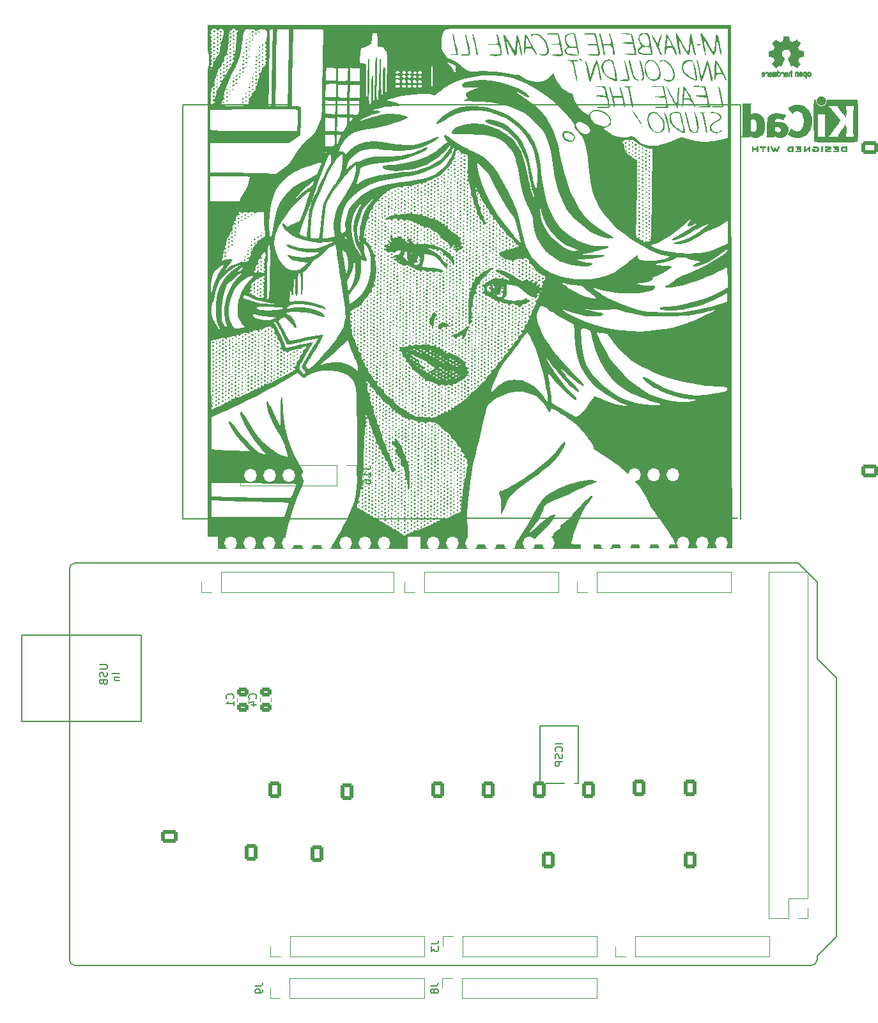
<source format=gbo>
G04 #@! TF.GenerationSoftware,KiCad,Pcbnew,7.0.7*
G04 #@! TF.CreationDate,2024-01-25T14:39:24+01:00*
G04 #@! TF.ProjectId,rotor,726f746f-722e-46b6-9963-61645f706362,rev?*
G04 #@! TF.SameCoordinates,Original*
G04 #@! TF.FileFunction,Legend,Bot*
G04 #@! TF.FilePolarity,Positive*
%FSLAX46Y46*%
G04 Gerber Fmt 4.6, Leading zero omitted, Abs format (unit mm)*
G04 Created by KiCad (PCBNEW 7.0.7) date 2024-01-25 14:39:24*
%MOMM*%
%LPD*%
G01*
G04 APERTURE LIST*
G04 Aperture macros list*
%AMRoundRect*
0 Rectangle with rounded corners*
0 $1 Rounding radius*
0 $2 $3 $4 $5 $6 $7 $8 $9 X,Y pos of 4 corners*
0 Add a 4 corners polygon primitive as box body*
4,1,4,$2,$3,$4,$5,$6,$7,$8,$9,$2,$3,0*
0 Add four circle primitives for the rounded corners*
1,1,$1+$1,$2,$3*
1,1,$1+$1,$4,$5*
1,1,$1+$1,$6,$7*
1,1,$1+$1,$8,$9*
0 Add four rect primitives between the rounded corners*
20,1,$1+$1,$2,$3,$4,$5,0*
20,1,$1+$1,$4,$5,$6,$7,0*
20,1,$1+$1,$6,$7,$8,$9,0*
20,1,$1+$1,$8,$9,$2,$3,0*%
G04 Aperture macros list end*
%ADD10C,0.150000*%
%ADD11C,0.200000*%
%ADD12C,0.120000*%
%ADD13C,0.010000*%
%ADD14RoundRect,0.250000X0.620000X0.845000X-0.620000X0.845000X-0.620000X-0.845000X0.620000X-0.845000X0*%
%ADD15O,1.740000X2.190000*%
%ADD16C,7.000000*%
%ADD17C,3.200000*%
%ADD18R,1.700000X1.700000*%
%ADD19O,1.700000X1.700000*%
%ADD20RoundRect,0.250000X-0.620000X-0.845000X0.620000X-0.845000X0.620000X0.845000X-0.620000X0.845000X0*%
%ADD21R,3.800000X3.800000*%
%ADD22C,4.000000*%
%ADD23RoundRect,0.250000X0.845000X-0.620000X0.845000X0.620000X-0.845000X0.620000X-0.845000X-0.620000X0*%
%ADD24O,2.190000X1.740000*%
%ADD25RoundRect,0.250000X-0.845000X0.620000X-0.845000X-0.620000X0.845000X-0.620000X0.845000X0.620000X0*%
%ADD26RoundRect,0.250000X-0.475000X0.337500X-0.475000X-0.337500X0.475000X-0.337500X0.475000X0.337500X0*%
G04 APERTURE END LIST*
D10*
X199060000Y-59360000D02*
X201600000Y-61900000D01*
X100000000Y-99238000D02*
X100000000Y-47422000D01*
X201600000Y-61900000D02*
X201600000Y-96190000D01*
X162357000Y-68250000D02*
X167437000Y-68250000D01*
X167437000Y-75870000D01*
X162357000Y-75870000D01*
X162357000Y-68250000D01*
X115000000Y-40850000D02*
X188500000Y-40750000D01*
X198298000Y-100000000D02*
X100762000Y-100000000D01*
X100762000Y-46660000D02*
X196520000Y-46660000D01*
X115000000Y14050000D02*
X115000000Y-40850000D01*
X188900000Y-40850000D02*
X188900000Y14050000D01*
X100000000Y-99238000D02*
G75*
G03*
X100762000Y-100000000I762000J0D01*
G01*
X93650000Y-67615000D02*
X93650000Y-56185000D01*
X201600000Y-96190000D02*
X199060000Y-98730000D01*
X196520000Y-46660000D02*
X199060000Y-49200000D01*
X198298000Y-100000000D02*
G75*
G03*
X199060000Y-99238000I0J762000D01*
G01*
X109525000Y-56185000D02*
X109525000Y-67615000D01*
X93650000Y-56185000D02*
X109525000Y-56185000D01*
X199060000Y-49200000D02*
X199060000Y-59360000D01*
X199060000Y-98730000D02*
X199060000Y-99238000D01*
X100762000Y-46660000D02*
G75*
G03*
X100000000Y-47422000I0J-762000D01*
G01*
X188900000Y14050000D02*
X115000000Y14050000D01*
X109525000Y-67615000D02*
X93650000Y-67615000D01*
D11*
X104007219Y-60137143D02*
X104816742Y-60137143D01*
X104816742Y-60137143D02*
X104911980Y-60184762D01*
X104911980Y-60184762D02*
X104959600Y-60232381D01*
X104959600Y-60232381D02*
X105007219Y-60327619D01*
X105007219Y-60327619D02*
X105007219Y-60518095D01*
X105007219Y-60518095D02*
X104959600Y-60613333D01*
X104959600Y-60613333D02*
X104911980Y-60660952D01*
X104911980Y-60660952D02*
X104816742Y-60708571D01*
X104816742Y-60708571D02*
X104007219Y-60708571D01*
X104959600Y-61137143D02*
X105007219Y-61280000D01*
X105007219Y-61280000D02*
X105007219Y-61518095D01*
X105007219Y-61518095D02*
X104959600Y-61613333D01*
X104959600Y-61613333D02*
X104911980Y-61660952D01*
X104911980Y-61660952D02*
X104816742Y-61708571D01*
X104816742Y-61708571D02*
X104721504Y-61708571D01*
X104721504Y-61708571D02*
X104626266Y-61660952D01*
X104626266Y-61660952D02*
X104578647Y-61613333D01*
X104578647Y-61613333D02*
X104531028Y-61518095D01*
X104531028Y-61518095D02*
X104483409Y-61327619D01*
X104483409Y-61327619D02*
X104435790Y-61232381D01*
X104435790Y-61232381D02*
X104388171Y-61184762D01*
X104388171Y-61184762D02*
X104292933Y-61137143D01*
X104292933Y-61137143D02*
X104197695Y-61137143D01*
X104197695Y-61137143D02*
X104102457Y-61184762D01*
X104102457Y-61184762D02*
X104054838Y-61232381D01*
X104054838Y-61232381D02*
X104007219Y-61327619D01*
X104007219Y-61327619D02*
X104007219Y-61565714D01*
X104007219Y-61565714D02*
X104054838Y-61708571D01*
X104483409Y-62470476D02*
X104531028Y-62613333D01*
X104531028Y-62613333D02*
X104578647Y-62660952D01*
X104578647Y-62660952D02*
X104673885Y-62708571D01*
X104673885Y-62708571D02*
X104816742Y-62708571D01*
X104816742Y-62708571D02*
X104911980Y-62660952D01*
X104911980Y-62660952D02*
X104959600Y-62613333D01*
X104959600Y-62613333D02*
X105007219Y-62518095D01*
X105007219Y-62518095D02*
X105007219Y-62137143D01*
X105007219Y-62137143D02*
X104007219Y-62137143D01*
X104007219Y-62137143D02*
X104007219Y-62470476D01*
X104007219Y-62470476D02*
X104054838Y-62565714D01*
X104054838Y-62565714D02*
X104102457Y-62613333D01*
X104102457Y-62613333D02*
X104197695Y-62660952D01*
X104197695Y-62660952D02*
X104292933Y-62660952D01*
X104292933Y-62660952D02*
X104388171Y-62613333D01*
X104388171Y-62613333D02*
X104435790Y-62565714D01*
X104435790Y-62565714D02*
X104483409Y-62470476D01*
X104483409Y-62470476D02*
X104483409Y-62137143D01*
X106617219Y-61327619D02*
X105617219Y-61327619D01*
X105950552Y-61803809D02*
X106617219Y-61803809D01*
X106045790Y-61803809D02*
X105998171Y-61851428D01*
X105998171Y-61851428D02*
X105950552Y-61946666D01*
X105950552Y-61946666D02*
X105950552Y-62089523D01*
X105950552Y-62089523D02*
X105998171Y-62184761D01*
X105998171Y-62184761D02*
X106093409Y-62232380D01*
X106093409Y-62232380D02*
X106617219Y-62232380D01*
D10*
X165351819Y-70583810D02*
X164351819Y-70583810D01*
X165256580Y-71631428D02*
X165304200Y-71583809D01*
X165304200Y-71583809D02*
X165351819Y-71440952D01*
X165351819Y-71440952D02*
X165351819Y-71345714D01*
X165351819Y-71345714D02*
X165304200Y-71202857D01*
X165304200Y-71202857D02*
X165208961Y-71107619D01*
X165208961Y-71107619D02*
X165113723Y-71060000D01*
X165113723Y-71060000D02*
X164923247Y-71012381D01*
X164923247Y-71012381D02*
X164780390Y-71012381D01*
X164780390Y-71012381D02*
X164589914Y-71060000D01*
X164589914Y-71060000D02*
X164494676Y-71107619D01*
X164494676Y-71107619D02*
X164399438Y-71202857D01*
X164399438Y-71202857D02*
X164351819Y-71345714D01*
X164351819Y-71345714D02*
X164351819Y-71440952D01*
X164351819Y-71440952D02*
X164399438Y-71583809D01*
X164399438Y-71583809D02*
X164447057Y-71631428D01*
X165304200Y-72012381D02*
X165351819Y-72155238D01*
X165351819Y-72155238D02*
X165351819Y-72393333D01*
X165351819Y-72393333D02*
X165304200Y-72488571D01*
X165304200Y-72488571D02*
X165256580Y-72536190D01*
X165256580Y-72536190D02*
X165161342Y-72583809D01*
X165161342Y-72583809D02*
X165066104Y-72583809D01*
X165066104Y-72583809D02*
X164970866Y-72536190D01*
X164970866Y-72536190D02*
X164923247Y-72488571D01*
X164923247Y-72488571D02*
X164875628Y-72393333D01*
X164875628Y-72393333D02*
X164828009Y-72202857D01*
X164828009Y-72202857D02*
X164780390Y-72107619D01*
X164780390Y-72107619D02*
X164732771Y-72060000D01*
X164732771Y-72060000D02*
X164637533Y-72012381D01*
X164637533Y-72012381D02*
X164542295Y-72012381D01*
X164542295Y-72012381D02*
X164447057Y-72060000D01*
X164447057Y-72060000D02*
X164399438Y-72107619D01*
X164399438Y-72107619D02*
X164351819Y-72202857D01*
X164351819Y-72202857D02*
X164351819Y-72440952D01*
X164351819Y-72440952D02*
X164399438Y-72583809D01*
X165351819Y-73012381D02*
X164351819Y-73012381D01*
X164351819Y-73012381D02*
X164351819Y-73393333D01*
X164351819Y-73393333D02*
X164399438Y-73488571D01*
X164399438Y-73488571D02*
X164447057Y-73536190D01*
X164447057Y-73536190D02*
X164542295Y-73583809D01*
X164542295Y-73583809D02*
X164685152Y-73583809D01*
X164685152Y-73583809D02*
X164780390Y-73536190D01*
X164780390Y-73536190D02*
X164828009Y-73488571D01*
X164828009Y-73488571D02*
X164875628Y-73393333D01*
X164875628Y-73393333D02*
X164875628Y-73012381D01*
X147884819Y-102666666D02*
X148599104Y-102666666D01*
X148599104Y-102666666D02*
X148741961Y-102619047D01*
X148741961Y-102619047D02*
X148837200Y-102523809D01*
X148837200Y-102523809D02*
X148884819Y-102380952D01*
X148884819Y-102380952D02*
X148884819Y-102285714D01*
X148313390Y-103285714D02*
X148265771Y-103190476D01*
X148265771Y-103190476D02*
X148218152Y-103142857D01*
X148218152Y-103142857D02*
X148122914Y-103095238D01*
X148122914Y-103095238D02*
X148075295Y-103095238D01*
X148075295Y-103095238D02*
X147980057Y-103142857D01*
X147980057Y-103142857D02*
X147932438Y-103190476D01*
X147932438Y-103190476D02*
X147884819Y-103285714D01*
X147884819Y-103285714D02*
X147884819Y-103476190D01*
X147884819Y-103476190D02*
X147932438Y-103571428D01*
X147932438Y-103571428D02*
X147980057Y-103619047D01*
X147980057Y-103619047D02*
X148075295Y-103666666D01*
X148075295Y-103666666D02*
X148122914Y-103666666D01*
X148122914Y-103666666D02*
X148218152Y-103619047D01*
X148218152Y-103619047D02*
X148265771Y-103571428D01*
X148265771Y-103571428D02*
X148313390Y-103476190D01*
X148313390Y-103476190D02*
X148313390Y-103285714D01*
X148313390Y-103285714D02*
X148361009Y-103190476D01*
X148361009Y-103190476D02*
X148408628Y-103142857D01*
X148408628Y-103142857D02*
X148503866Y-103095238D01*
X148503866Y-103095238D02*
X148694342Y-103095238D01*
X148694342Y-103095238D02*
X148789580Y-103142857D01*
X148789580Y-103142857D02*
X148837200Y-103190476D01*
X148837200Y-103190476D02*
X148884819Y-103285714D01*
X148884819Y-103285714D02*
X148884819Y-103476190D01*
X148884819Y-103476190D02*
X148837200Y-103571428D01*
X148837200Y-103571428D02*
X148789580Y-103619047D01*
X148789580Y-103619047D02*
X148694342Y-103666666D01*
X148694342Y-103666666D02*
X148503866Y-103666666D01*
X148503866Y-103666666D02*
X148408628Y-103619047D01*
X148408628Y-103619047D02*
X148361009Y-103571428D01*
X148361009Y-103571428D02*
X148313390Y-103476190D01*
X121669580Y-64620833D02*
X121717200Y-64573214D01*
X121717200Y-64573214D02*
X121764819Y-64430357D01*
X121764819Y-64430357D02*
X121764819Y-64335119D01*
X121764819Y-64335119D02*
X121717200Y-64192262D01*
X121717200Y-64192262D02*
X121621961Y-64097024D01*
X121621961Y-64097024D02*
X121526723Y-64049405D01*
X121526723Y-64049405D02*
X121336247Y-64001786D01*
X121336247Y-64001786D02*
X121193390Y-64001786D01*
X121193390Y-64001786D02*
X121002914Y-64049405D01*
X121002914Y-64049405D02*
X120907676Y-64097024D01*
X120907676Y-64097024D02*
X120812438Y-64192262D01*
X120812438Y-64192262D02*
X120764819Y-64335119D01*
X120764819Y-64335119D02*
X120764819Y-64430357D01*
X120764819Y-64430357D02*
X120812438Y-64573214D01*
X120812438Y-64573214D02*
X120860057Y-64620833D01*
X121764819Y-65573214D02*
X121764819Y-65001786D01*
X121764819Y-65287500D02*
X120764819Y-65287500D01*
X120764819Y-65287500D02*
X120907676Y-65192262D01*
X120907676Y-65192262D02*
X121002914Y-65097024D01*
X121002914Y-65097024D02*
X121050533Y-65001786D01*
X147924819Y-97116666D02*
X148639104Y-97116666D01*
X148639104Y-97116666D02*
X148781961Y-97069047D01*
X148781961Y-97069047D02*
X148877200Y-96973809D01*
X148877200Y-96973809D02*
X148924819Y-96830952D01*
X148924819Y-96830952D02*
X148924819Y-96735714D01*
X147924819Y-97497619D02*
X147924819Y-98116666D01*
X147924819Y-98116666D02*
X148305771Y-97783333D01*
X148305771Y-97783333D02*
X148305771Y-97926190D01*
X148305771Y-97926190D02*
X148353390Y-98021428D01*
X148353390Y-98021428D02*
X148401009Y-98069047D01*
X148401009Y-98069047D02*
X148496247Y-98116666D01*
X148496247Y-98116666D02*
X148734342Y-98116666D01*
X148734342Y-98116666D02*
X148829580Y-98069047D01*
X148829580Y-98069047D02*
X148877200Y-98021428D01*
X148877200Y-98021428D02*
X148924819Y-97926190D01*
X148924819Y-97926190D02*
X148924819Y-97640476D01*
X148924819Y-97640476D02*
X148877200Y-97545238D01*
X148877200Y-97545238D02*
X148829580Y-97497619D01*
X124614819Y-102666666D02*
X125329104Y-102666666D01*
X125329104Y-102666666D02*
X125471961Y-102619047D01*
X125471961Y-102619047D02*
X125567200Y-102523809D01*
X125567200Y-102523809D02*
X125614819Y-102380952D01*
X125614819Y-102380952D02*
X125614819Y-102285714D01*
X125614819Y-103190476D02*
X125614819Y-103380952D01*
X125614819Y-103380952D02*
X125567200Y-103476190D01*
X125567200Y-103476190D02*
X125519580Y-103523809D01*
X125519580Y-103523809D02*
X125376723Y-103619047D01*
X125376723Y-103619047D02*
X125186247Y-103666666D01*
X125186247Y-103666666D02*
X124805295Y-103666666D01*
X124805295Y-103666666D02*
X124710057Y-103619047D01*
X124710057Y-103619047D02*
X124662438Y-103571428D01*
X124662438Y-103571428D02*
X124614819Y-103476190D01*
X124614819Y-103476190D02*
X124614819Y-103285714D01*
X124614819Y-103285714D02*
X124662438Y-103190476D01*
X124662438Y-103190476D02*
X124710057Y-103142857D01*
X124710057Y-103142857D02*
X124805295Y-103095238D01*
X124805295Y-103095238D02*
X125043390Y-103095238D01*
X125043390Y-103095238D02*
X125138628Y-103142857D01*
X125138628Y-103142857D02*
X125186247Y-103190476D01*
X125186247Y-103190476D02*
X125233866Y-103285714D01*
X125233866Y-103285714D02*
X125233866Y-103476190D01*
X125233866Y-103476190D02*
X125186247Y-103571428D01*
X125186247Y-103571428D02*
X125138628Y-103619047D01*
X125138628Y-103619047D02*
X125043390Y-103666666D01*
X124679580Y-64620833D02*
X124727200Y-64573214D01*
X124727200Y-64573214D02*
X124774819Y-64430357D01*
X124774819Y-64430357D02*
X124774819Y-64335119D01*
X124774819Y-64335119D02*
X124727200Y-64192262D01*
X124727200Y-64192262D02*
X124631961Y-64097024D01*
X124631961Y-64097024D02*
X124536723Y-64049405D01*
X124536723Y-64049405D02*
X124346247Y-64001786D01*
X124346247Y-64001786D02*
X124203390Y-64001786D01*
X124203390Y-64001786D02*
X124012914Y-64049405D01*
X124012914Y-64049405D02*
X123917676Y-64097024D01*
X123917676Y-64097024D02*
X123822438Y-64192262D01*
X123822438Y-64192262D02*
X123774819Y-64335119D01*
X123774819Y-64335119D02*
X123774819Y-64430357D01*
X123774819Y-64430357D02*
X123822438Y-64573214D01*
X123822438Y-64573214D02*
X123870057Y-64620833D01*
X124108152Y-65477976D02*
X124774819Y-65477976D01*
X123727200Y-65239881D02*
X124441485Y-65001786D01*
X124441485Y-65001786D02*
X124441485Y-65620833D01*
X138924819Y-34240476D02*
X139639104Y-34240476D01*
X139639104Y-34240476D02*
X139781961Y-34192857D01*
X139781961Y-34192857D02*
X139877200Y-34097619D01*
X139877200Y-34097619D02*
X139924819Y-33954762D01*
X139924819Y-33954762D02*
X139924819Y-33859524D01*
X139924819Y-35240476D02*
X139924819Y-34669048D01*
X139924819Y-34954762D02*
X138924819Y-34954762D01*
X138924819Y-34954762D02*
X139067676Y-34859524D01*
X139067676Y-34859524D02*
X139162914Y-34764286D01*
X139162914Y-34764286D02*
X139210533Y-34669048D01*
X138924819Y-36097619D02*
X138924819Y-35907143D01*
X138924819Y-35907143D02*
X138972438Y-35811905D01*
X138972438Y-35811905D02*
X139020057Y-35764286D01*
X139020057Y-35764286D02*
X139162914Y-35669048D01*
X139162914Y-35669048D02*
X139353390Y-35621429D01*
X139353390Y-35621429D02*
X139734342Y-35621429D01*
X139734342Y-35621429D02*
X139829580Y-35669048D01*
X139829580Y-35669048D02*
X139877200Y-35716667D01*
X139877200Y-35716667D02*
X139924819Y-35811905D01*
X139924819Y-35811905D02*
X139924819Y-36002381D01*
X139924819Y-36002381D02*
X139877200Y-36097619D01*
X139877200Y-36097619D02*
X139829580Y-36145238D01*
X139829580Y-36145238D02*
X139734342Y-36192857D01*
X139734342Y-36192857D02*
X139496247Y-36192857D01*
X139496247Y-36192857D02*
X139401009Y-36145238D01*
X139401009Y-36145238D02*
X139353390Y-36097619D01*
X139353390Y-36097619D02*
X139305771Y-36002381D01*
X139305771Y-36002381D02*
X139305771Y-35811905D01*
X139305771Y-35811905D02*
X139353390Y-35716667D01*
X139353390Y-35716667D02*
X139401009Y-35669048D01*
X139401009Y-35669048D02*
X139496247Y-35621429D01*
D12*
X192660000Y-47870000D02*
X197860000Y-47870000D01*
X192660000Y-93710000D02*
X192660000Y-47870000D01*
X192660000Y-93710000D02*
X195260000Y-93710000D01*
X195260000Y-91110000D02*
X197860000Y-91110000D01*
X195260000Y-93710000D02*
X195260000Y-91110000D01*
X196530000Y-93710000D02*
X197860000Y-93710000D01*
X197860000Y-91110000D02*
X197860000Y-47870000D01*
X197860000Y-93710000D02*
X197860000Y-92380000D01*
X147050000Y-96130000D02*
X147050000Y-98790000D01*
X129210000Y-96130000D02*
X147050000Y-96130000D01*
X129210000Y-96130000D02*
X129210000Y-98790000D01*
X126610000Y-97460000D02*
X126610000Y-98790000D01*
X129210000Y-98790000D02*
X147050000Y-98790000D01*
X126610000Y-98790000D02*
X127940000Y-98790000D01*
X192770000Y-96130000D02*
X192770000Y-98790000D01*
X174930000Y-96130000D02*
X192770000Y-96130000D01*
X174930000Y-96130000D02*
X174930000Y-98790000D01*
X172330000Y-97460000D02*
X172330000Y-98790000D01*
X174930000Y-98790000D02*
X192770000Y-98790000D01*
X172330000Y-98790000D02*
X173660000Y-98790000D01*
X142986000Y-47870000D02*
X142986000Y-50530000D01*
X120066000Y-47870000D02*
X142986000Y-47870000D01*
X120066000Y-47870000D02*
X120066000Y-50530000D01*
X117466000Y-49200000D02*
X117466000Y-50530000D01*
X120066000Y-50530000D02*
X142986000Y-50530000D01*
X117466000Y-50530000D02*
X118796000Y-50530000D01*
X164830000Y-47870000D02*
X164830000Y-50530000D01*
X146990000Y-47870000D02*
X164830000Y-47870000D01*
X146990000Y-47870000D02*
X146990000Y-50530000D01*
X144390000Y-49200000D02*
X144390000Y-50530000D01*
X146990000Y-50530000D02*
X164830000Y-50530000D01*
X144390000Y-50530000D02*
X145720000Y-50530000D01*
X187690000Y-47870000D02*
X187690000Y-50530000D01*
X169850000Y-47870000D02*
X187690000Y-47870000D01*
X169850000Y-47870000D02*
X169850000Y-50530000D01*
X167250000Y-49200000D02*
X167250000Y-50530000D01*
X169850000Y-50530000D02*
X187690000Y-50530000D01*
X167250000Y-50530000D02*
X168580000Y-50530000D01*
X169870000Y-101670000D02*
X169870000Y-104330000D01*
X152030000Y-101670000D02*
X169870000Y-101670000D01*
X152030000Y-101670000D02*
X152030000Y-104330000D01*
X150760000Y-101670000D02*
X149430000Y-101670000D01*
X149430000Y-101670000D02*
X149430000Y-103000000D01*
X152030000Y-104330000D02*
X169870000Y-104330000D01*
X123725000Y-64526248D02*
X123725000Y-65048752D01*
X122255000Y-64526248D02*
X122255000Y-65048752D01*
D13*
X192432829Y18408903D02*
X192492753Y18386645D01*
X192517673Y18369920D01*
X192542910Y18345957D01*
X192560912Y18315474D01*
X192572858Y18273977D01*
X192579930Y18216968D01*
X192583308Y18139953D01*
X192584171Y18038435D01*
X192584002Y17985973D01*
X192583153Y17914285D01*
X192581711Y17857075D01*
X192579814Y17819191D01*
X192577597Y17805486D01*
X192563172Y17810019D01*
X192534054Y17822330D01*
X192533181Y17822728D01*
X192518060Y17830644D01*
X192507891Y17841505D01*
X192501691Y17860529D01*
X192498478Y17892931D01*
X192497270Y17943929D01*
X192497086Y18018739D01*
X192496714Y18066196D01*
X192492750Y18155385D01*
X192483673Y18220713D01*
X192468524Y18265607D01*
X192446345Y18293493D01*
X192416175Y18307797D01*
X192411990Y18308794D01*
X192355480Y18309573D01*
X192311410Y18284256D01*
X192280972Y18233498D01*
X192275544Y18218825D01*
X192263171Y18186351D01*
X192256905Y18171428D01*
X192244036Y18173484D01*
X192215933Y18184643D01*
X192189721Y18203073D01*
X192177771Y18237902D01*
X192181336Y18262849D01*
X192203235Y18313453D01*
X192238644Y18360872D01*
X192280052Y18393666D01*
X192297400Y18401248D01*
X192363089Y18413924D01*
X192432829Y18408903D01*
G36*
X192432829Y18408903D02*
G01*
X192492753Y18386645D01*
X192517673Y18369920D01*
X192542910Y18345957D01*
X192560912Y18315474D01*
X192572858Y18273977D01*
X192579930Y18216968D01*
X192583308Y18139953D01*
X192584171Y18038435D01*
X192584002Y17985973D01*
X192583153Y17914285D01*
X192581711Y17857075D01*
X192579814Y17819191D01*
X192577597Y17805486D01*
X192563172Y17810019D01*
X192534054Y17822330D01*
X192533181Y17822728D01*
X192518060Y17830644D01*
X192507891Y17841505D01*
X192501691Y17860529D01*
X192498478Y17892931D01*
X192497270Y17943929D01*
X192497086Y18018739D01*
X192496714Y18066196D01*
X192492750Y18155385D01*
X192483673Y18220713D01*
X192468524Y18265607D01*
X192446345Y18293493D01*
X192416175Y18307797D01*
X192411990Y18308794D01*
X192355480Y18309573D01*
X192311410Y18284256D01*
X192280972Y18233498D01*
X192275544Y18218825D01*
X192263171Y18186351D01*
X192256905Y18171428D01*
X192244036Y18173484D01*
X192215933Y18184643D01*
X192189721Y18203073D01*
X192177771Y18237902D01*
X192181336Y18262849D01*
X192203235Y18313453D01*
X192238644Y18360872D01*
X192280052Y18393666D01*
X192297400Y18401248D01*
X192363089Y18413924D01*
X192432829Y18408903D01*
G37*
X196381020Y18442178D02*
X196448810Y18410320D01*
X196504366Y18355230D01*
X196515881Y18337984D01*
X196525432Y18318438D01*
X196532206Y18293802D01*
X196536819Y18259289D01*
X196539888Y18210111D01*
X196542029Y18141481D01*
X196543859Y18048611D01*
X196548404Y17790993D01*
X196510225Y17805509D01*
X196475268Y17818844D01*
X196449097Y17831677D01*
X196432013Y17848220D01*
X196422086Y17873535D01*
X196417386Y17912684D01*
X196415982Y17970732D01*
X196415943Y18052739D01*
X196415744Y18118105D01*
X196414559Y18180827D01*
X196411729Y18223666D01*
X196406609Y18251780D01*
X196398553Y18270325D01*
X196386914Y18284457D01*
X196358303Y18304400D01*
X196310239Y18311917D01*
X196262688Y18292921D01*
X196259550Y18290489D01*
X196249769Y18279252D01*
X196242553Y18261230D01*
X196237299Y18231974D01*
X196233402Y18187038D01*
X196230256Y18121972D01*
X196227257Y18032330D01*
X196220000Y17792303D01*
X196158314Y17819956D01*
X196096629Y17847609D01*
X196096629Y18066754D01*
X196096884Y18126289D01*
X196099086Y18209108D01*
X196104661Y18270773D01*
X196114941Y18316252D01*
X196131258Y18350516D01*
X196154943Y18378534D01*
X196187328Y18405277D01*
X196233907Y18432220D01*
X196307287Y18449809D01*
X196381020Y18442178D01*
G36*
X196381020Y18442178D02*
G01*
X196448810Y18410320D01*
X196504366Y18355230D01*
X196515881Y18337984D01*
X196525432Y18318438D01*
X196532206Y18293802D01*
X196536819Y18259289D01*
X196539888Y18210111D01*
X196542029Y18141481D01*
X196543859Y18048611D01*
X196548404Y17790993D01*
X196510225Y17805509D01*
X196475268Y17818844D01*
X196449097Y17831677D01*
X196432013Y17848220D01*
X196422086Y17873535D01*
X196417386Y17912684D01*
X196415982Y17970732D01*
X196415943Y18052739D01*
X196415744Y18118105D01*
X196414559Y18180827D01*
X196411729Y18223666D01*
X196406609Y18251780D01*
X196398553Y18270325D01*
X196386914Y18284457D01*
X196358303Y18304400D01*
X196310239Y18311917D01*
X196262688Y18292921D01*
X196259550Y18290489D01*
X196249769Y18279252D01*
X196242553Y18261230D01*
X196237299Y18231974D01*
X196233402Y18187038D01*
X196230256Y18121972D01*
X196227257Y18032330D01*
X196220000Y17792303D01*
X196158314Y17819956D01*
X196096629Y17847609D01*
X196096629Y18066754D01*
X196096884Y18126289D01*
X196099086Y18209108D01*
X196104661Y18270773D01*
X196114941Y18316252D01*
X196131258Y18350516D01*
X196154943Y18378534D01*
X196187328Y18405277D01*
X196233907Y18432220D01*
X196307287Y18449809D01*
X196381020Y18442178D01*
G37*
X194557691Y18393533D02*
X194562273Y18390997D01*
X194599704Y18361943D01*
X194633170Y18324590D01*
X194639007Y18316148D01*
X194650165Y18296447D01*
X194658136Y18273065D01*
X194663618Y18240933D01*
X194667307Y18194981D01*
X194669899Y18130141D01*
X194672092Y18041343D01*
X194672402Y18026331D01*
X194673400Y17929001D01*
X194671994Y17860066D01*
X194668164Y17819052D01*
X194661889Y17805486D01*
X194642898Y17809548D01*
X194610638Y17821856D01*
X194603041Y17825455D01*
X194591176Y17833602D01*
X194582994Y17846996D01*
X194577643Y17870392D01*
X194574269Y17908545D01*
X194572019Y17966210D01*
X194570040Y18048143D01*
X194569498Y18072093D01*
X194567403Y18147734D01*
X194564683Y18200672D01*
X194560515Y18235925D01*
X194554079Y18258513D01*
X194544550Y18273456D01*
X194531106Y18285773D01*
X194491305Y18307366D01*
X194442341Y18311524D01*
X194398529Y18295001D01*
X194367008Y18260790D01*
X194354914Y18211886D01*
X194354578Y18198593D01*
X194347972Y18174528D01*
X194328470Y18170856D01*
X194290283Y18185187D01*
X194281438Y18189783D01*
X194257534Y18216814D01*
X194257061Y18257006D01*
X194279836Y18312591D01*
X194300727Y18342883D01*
X194354142Y18385916D01*
X194420074Y18410245D01*
X194490574Y18413557D01*
X194557691Y18393533D01*
G36*
X194557691Y18393533D02*
G01*
X194562273Y18390997D01*
X194599704Y18361943D01*
X194633170Y18324590D01*
X194639007Y18316148D01*
X194650165Y18296447D01*
X194658136Y18273065D01*
X194663618Y18240933D01*
X194667307Y18194981D01*
X194669899Y18130141D01*
X194672092Y18041343D01*
X194672402Y18026331D01*
X194673400Y17929001D01*
X194671994Y17860066D01*
X194668164Y17819052D01*
X194661889Y17805486D01*
X194642898Y17809548D01*
X194610638Y17821856D01*
X194603041Y17825455D01*
X194591176Y17833602D01*
X194582994Y17846996D01*
X194577643Y17870392D01*
X194574269Y17908545D01*
X194572019Y17966210D01*
X194570040Y18048143D01*
X194569498Y18072093D01*
X194567403Y18147734D01*
X194564683Y18200672D01*
X194560515Y18235925D01*
X194554079Y18258513D01*
X194544550Y18273456D01*
X194531106Y18285773D01*
X194491305Y18307366D01*
X194442341Y18311524D01*
X194398529Y18295001D01*
X194367008Y18260790D01*
X194354914Y18211886D01*
X194354578Y18198593D01*
X194347972Y18174528D01*
X194328470Y18170856D01*
X194290283Y18185187D01*
X194281438Y18189783D01*
X194257534Y18216814D01*
X194257061Y18257006D01*
X194279836Y18312591D01*
X194300727Y18342883D01*
X194354142Y18385916D01*
X194420074Y18410245D01*
X194490574Y18413557D01*
X194557691Y18393533D01*
G37*
X195628543Y18610556D02*
X195675714Y18590658D01*
X195675714Y18193491D01*
X195675519Y18090502D01*
X195674998Y17997859D01*
X195674199Y17919300D01*
X195673172Y17858561D01*
X195671963Y17819377D01*
X195670623Y17805486D01*
X195670099Y17805532D01*
X195652287Y17810580D01*
X195619823Y17821420D01*
X195574114Y17837354D01*
X195574114Y18041827D01*
X195573824Y18122168D01*
X195572474Y18180438D01*
X195569369Y18220091D01*
X195563812Y18246382D01*
X195555107Y18264564D01*
X195542556Y18279893D01*
X195533999Y18288045D01*
X195487728Y18310625D01*
X195436728Y18308625D01*
X195389993Y18281927D01*
X195383189Y18275302D01*
X195372293Y18261544D01*
X195364836Y18243358D01*
X195360169Y18215823D01*
X195357642Y18174019D01*
X195356602Y18113027D01*
X195356400Y18027927D01*
X195356303Y17984766D01*
X195355674Y17913776D01*
X195354556Y17856924D01*
X195353063Y17819172D01*
X195351309Y17805486D01*
X195350785Y17805532D01*
X195332973Y17810580D01*
X195300509Y17821420D01*
X195254800Y17837354D01*
X195254823Y18042763D01*
X195254857Y18061049D01*
X195256778Y18156374D01*
X195262678Y18228457D01*
X195274001Y18282187D01*
X195292187Y18322451D01*
X195318679Y18354139D01*
X195354918Y18382139D01*
X195390263Y18399667D01*
X195446773Y18413215D01*
X195502356Y18413985D01*
X195545086Y18400805D01*
X195548298Y18398985D01*
X195558205Y18399180D01*
X195564975Y18414428D01*
X195569861Y18449387D01*
X195574114Y18508711D01*
X195581371Y18630453D01*
X195628543Y18610556D01*
G36*
X195628543Y18610556D02*
G01*
X195675714Y18590658D01*
X195675714Y18193491D01*
X195675519Y18090502D01*
X195674998Y17997859D01*
X195674199Y17919300D01*
X195673172Y17858561D01*
X195671963Y17819377D01*
X195670623Y17805486D01*
X195670099Y17805532D01*
X195652287Y17810580D01*
X195619823Y17821420D01*
X195574114Y17837354D01*
X195574114Y18041827D01*
X195573824Y18122168D01*
X195572474Y18180438D01*
X195569369Y18220091D01*
X195563812Y18246382D01*
X195555107Y18264564D01*
X195542556Y18279893D01*
X195533999Y18288045D01*
X195487728Y18310625D01*
X195436728Y18308625D01*
X195389993Y18281927D01*
X195383189Y18275302D01*
X195372293Y18261544D01*
X195364836Y18243358D01*
X195360169Y18215823D01*
X195357642Y18174019D01*
X195356602Y18113027D01*
X195356400Y18027927D01*
X195356303Y17984766D01*
X195355674Y17913776D01*
X195354556Y17856924D01*
X195353063Y17819172D01*
X195351309Y17805486D01*
X195350785Y17805532D01*
X195332973Y17810580D01*
X195300509Y17821420D01*
X195254800Y17837354D01*
X195254823Y18042763D01*
X195254857Y18061049D01*
X195256778Y18156374D01*
X195262678Y18228457D01*
X195274001Y18282187D01*
X195292187Y18322451D01*
X195318679Y18354139D01*
X195354918Y18382139D01*
X195390263Y18399667D01*
X195446773Y18413215D01*
X195502356Y18413985D01*
X195545086Y18400805D01*
X195548298Y18398985D01*
X195558205Y18399180D01*
X195564975Y18414428D01*
X195569861Y18449387D01*
X195574114Y18508711D01*
X195581371Y18630453D01*
X195628543Y18610556D01*
G37*
X193603941Y18410718D02*
X193635774Y18398242D01*
X193672743Y18381398D01*
X193672743Y17894804D01*
X193626812Y17848873D01*
X193616320Y17838573D01*
X193587255Y17815680D01*
X193557943Y17808265D01*
X193514326Y17811679D01*
X193496568Y17813886D01*
X193450767Y17818555D01*
X193418743Y17820415D01*
X193409244Y17820131D01*
X193370274Y17817052D01*
X193323160Y17811679D01*
X193308085Y17809832D01*
X193270110Y17809107D01*
X193242325Y17820571D01*
X193210674Y17848873D01*
X193164743Y17894804D01*
X193164743Y18154945D01*
X193165101Y18231820D01*
X193166216Y18305114D01*
X193167952Y18363150D01*
X193170167Y18401337D01*
X193172721Y18415086D01*
X193173256Y18415049D01*
X193191808Y18408207D01*
X193223153Y18393132D01*
X193265608Y18371178D01*
X193269604Y18142760D01*
X193273600Y17914343D01*
X193360686Y17914343D01*
X193364657Y18164714D01*
X193365916Y18232773D01*
X193367718Y18305518D01*
X193369671Y18363270D01*
X193371612Y18401352D01*
X193373377Y18415086D01*
X193373885Y18415038D01*
X193391482Y18409985D01*
X193423834Y18399151D01*
X193469543Y18383217D01*
X193469765Y18163294D01*
X193469988Y18125091D01*
X193471531Y18050854D01*
X193474292Y17988855D01*
X193477977Y17944692D01*
X193482292Y17923959D01*
X193497732Y17912869D01*
X193529241Y17909444D01*
X193563886Y17914343D01*
X193567857Y18164714D01*
X193569278Y18228337D01*
X193572225Y18303644D01*
X193576079Y18362714D01*
X193580542Y18401282D01*
X193585317Y18415086D01*
X193603941Y18410718D01*
G36*
X193603941Y18410718D02*
G01*
X193635774Y18398242D01*
X193672743Y18381398D01*
X193672743Y17894804D01*
X193626812Y17848873D01*
X193616320Y17838573D01*
X193587255Y17815680D01*
X193557943Y17808265D01*
X193514326Y17811679D01*
X193496568Y17813886D01*
X193450767Y17818555D01*
X193418743Y17820415D01*
X193409244Y17820131D01*
X193370274Y17817052D01*
X193323160Y17811679D01*
X193308085Y17809832D01*
X193270110Y17809107D01*
X193242325Y17820571D01*
X193210674Y17848873D01*
X193164743Y17894804D01*
X193164743Y18154945D01*
X193165101Y18231820D01*
X193166216Y18305114D01*
X193167952Y18363150D01*
X193170167Y18401337D01*
X193172721Y18415086D01*
X193173256Y18415049D01*
X193191808Y18408207D01*
X193223153Y18393132D01*
X193265608Y18371178D01*
X193269604Y18142760D01*
X193273600Y17914343D01*
X193360686Y17914343D01*
X193364657Y18164714D01*
X193365916Y18232773D01*
X193367718Y18305518D01*
X193369671Y18363270D01*
X193371612Y18401352D01*
X193373377Y18415086D01*
X193373885Y18415038D01*
X193391482Y18409985D01*
X193423834Y18399151D01*
X193469543Y18383217D01*
X193469765Y18163294D01*
X193469988Y18125091D01*
X193471531Y18050854D01*
X193474292Y17988855D01*
X193477977Y17944692D01*
X193482292Y17923959D01*
X193497732Y17912869D01*
X193529241Y17909444D01*
X193563886Y17914343D01*
X193567857Y18164714D01*
X193569278Y18228337D01*
X193572225Y18303644D01*
X193576079Y18362714D01*
X193580542Y18401282D01*
X193585317Y18415086D01*
X193603941Y18410718D01*
G37*
X198215714Y18124800D02*
X198215701Y18109065D01*
X198214914Y18038881D01*
X198212210Y17989978D01*
X198206606Y17955822D01*
X198197119Y17929876D01*
X198182768Y17905603D01*
X198179237Y17900567D01*
X198141878Y17860857D01*
X198099311Y17830908D01*
X198077452Y17821190D01*
X197998908Y17804980D01*
X197921231Y17815465D01*
X197849645Y17851293D01*
X197789374Y17911113D01*
X197784286Y17919127D01*
X197767730Y17965658D01*
X197756573Y18030448D01*
X197751160Y18105273D01*
X197751768Y18174487D01*
X197898248Y18174487D01*
X197899402Y18078601D01*
X197899866Y18072431D01*
X197906629Y18019522D01*
X197918671Y17985971D01*
X197939005Y17962984D01*
X197973097Y17941452D01*
X198006814Y17940320D01*
X198041543Y17965143D01*
X198047584Y17971675D01*
X198059417Y17991221D01*
X198066404Y18019614D01*
X198069727Y18063570D01*
X198070571Y18129808D01*
X198069125Y18191850D01*
X198061907Y18250958D01*
X198047006Y18288314D01*
X198022636Y18307848D01*
X197987008Y18313486D01*
X197973440Y18312365D01*
X197935430Y18291806D01*
X197910312Y18245701D01*
X197898248Y18174487D01*
X197751768Y18174487D01*
X197751833Y18181904D01*
X197758937Y18252118D01*
X197772815Y18307688D01*
X197790649Y18344699D01*
X197840855Y18402267D01*
X197908885Y18438038D01*
X197992158Y18450335D01*
X198014398Y18449669D01*
X198079891Y18436053D01*
X198133687Y18401751D01*
X198183057Y18342662D01*
X198185995Y18338278D01*
X198199287Y18314701D01*
X198207932Y18288051D01*
X198212904Y18251841D01*
X198215174Y18199587D01*
X198215678Y18129808D01*
X198215714Y18124800D01*
G36*
X198215714Y18124800D02*
G01*
X198215701Y18109065D01*
X198214914Y18038881D01*
X198212210Y17989978D01*
X198206606Y17955822D01*
X198197119Y17929876D01*
X198182768Y17905603D01*
X198179237Y17900567D01*
X198141878Y17860857D01*
X198099311Y17830908D01*
X198077452Y17821190D01*
X197998908Y17804980D01*
X197921231Y17815465D01*
X197849645Y17851293D01*
X197789374Y17911113D01*
X197784286Y17919127D01*
X197767730Y17965658D01*
X197756573Y18030448D01*
X197751160Y18105273D01*
X197751768Y18174487D01*
X197898248Y18174487D01*
X197899402Y18078601D01*
X197899866Y18072431D01*
X197906629Y18019522D01*
X197918671Y17985971D01*
X197939005Y17962984D01*
X197973097Y17941452D01*
X198006814Y17940320D01*
X198041543Y17965143D01*
X198047584Y17971675D01*
X198059417Y17991221D01*
X198066404Y18019614D01*
X198069727Y18063570D01*
X198070571Y18129808D01*
X198069125Y18191850D01*
X198061907Y18250958D01*
X198047006Y18288314D01*
X198022636Y18307848D01*
X197987008Y18313486D01*
X197973440Y18312365D01*
X197935430Y18291806D01*
X197910312Y18245701D01*
X197898248Y18174487D01*
X197751768Y18174487D01*
X197751833Y18181904D01*
X197758937Y18252118D01*
X197772815Y18307688D01*
X197790649Y18344699D01*
X197840855Y18402267D01*
X197908885Y18438038D01*
X197992158Y18450335D01*
X198014398Y18449669D01*
X198079891Y18436053D01*
X198133687Y18401751D01*
X198183057Y18342662D01*
X198185995Y18338278D01*
X198199287Y18314701D01*
X198207932Y18288051D01*
X198212904Y18251841D01*
X198215174Y18199587D01*
X198215678Y18129808D01*
X198215714Y18124800D01*
G37*
X192090590Y18107378D02*
X192090307Y18068695D01*
X192086762Y17992479D01*
X192077483Y17936706D01*
X192060375Y17895387D01*
X192033344Y17862533D01*
X191994292Y17832154D01*
X191969445Y17818340D01*
X191929615Y17809035D01*
X191873665Y17809770D01*
X191842385Y17812717D01*
X191804653Y17821717D01*
X191774494Y17841280D01*
X191739408Y17877733D01*
X191734720Y17883057D01*
X191703177Y17924031D01*
X191688128Y17959717D01*
X191684286Y18002034D01*
X191684286Y18064221D01*
X191727742Y18047818D01*
X191759424Y18028644D01*
X191786962Y17983653D01*
X191792711Y17969248D01*
X191824855Y17928454D01*
X191868611Y17907919D01*
X191916254Y17909765D01*
X191960057Y17936114D01*
X191975111Y17952545D01*
X191988763Y17977333D01*
X191984493Y17999856D01*
X191959916Y18023036D01*
X191912651Y18049798D01*
X191840314Y18083066D01*
X191691543Y18148184D01*
X191687595Y18212692D01*
X191689079Y18253780D01*
X191786010Y18253780D01*
X191793368Y18228343D01*
X191826848Y18201186D01*
X191887614Y18170286D01*
X191897669Y18165810D01*
X191945751Y18144983D01*
X191981726Y18130335D01*
X191998444Y18124800D01*
X192000977Y18128874D01*
X192001993Y18153753D01*
X191998369Y18193743D01*
X191989242Y18232848D01*
X191960773Y18282116D01*
X191919678Y18309878D01*
X191870590Y18313636D01*
X191818144Y18290891D01*
X191803609Y18279519D01*
X191786010Y18253780D01*
X191689079Y18253780D01*
X191689338Y18260936D01*
X191711281Y18321904D01*
X191738979Y18355503D01*
X191796405Y18393034D01*
X191864527Y18411994D01*
X191934947Y18410493D01*
X191999267Y18386645D01*
X192013426Y18377487D01*
X192045904Y18349151D01*
X192068116Y18313305D01*
X192081804Y18264616D01*
X192088715Y18197751D01*
X192089628Y18153753D01*
X192090590Y18107378D01*
G36*
X192090590Y18107378D02*
G01*
X192090307Y18068695D01*
X192086762Y17992479D01*
X192077483Y17936706D01*
X192060375Y17895387D01*
X192033344Y17862533D01*
X191994292Y17832154D01*
X191969445Y17818340D01*
X191929615Y17809035D01*
X191873665Y17809770D01*
X191842385Y17812717D01*
X191804653Y17821717D01*
X191774494Y17841280D01*
X191739408Y17877733D01*
X191734720Y17883057D01*
X191703177Y17924031D01*
X191688128Y17959717D01*
X191684286Y18002034D01*
X191684286Y18064221D01*
X191727742Y18047818D01*
X191759424Y18028644D01*
X191786962Y17983653D01*
X191792711Y17969248D01*
X191824855Y17928454D01*
X191868611Y17907919D01*
X191916254Y17909765D01*
X191960057Y17936114D01*
X191975111Y17952545D01*
X191988763Y17977333D01*
X191984493Y17999856D01*
X191959916Y18023036D01*
X191912651Y18049798D01*
X191840314Y18083066D01*
X191691543Y18148184D01*
X191687595Y18212692D01*
X191689079Y18253780D01*
X191786010Y18253780D01*
X191793368Y18228343D01*
X191826848Y18201186D01*
X191887614Y18170286D01*
X191897669Y18165810D01*
X191945751Y18144983D01*
X191981726Y18130335D01*
X191998444Y18124800D01*
X192000977Y18128874D01*
X192001993Y18153753D01*
X191998369Y18193743D01*
X191989242Y18232848D01*
X191960773Y18282116D01*
X191919678Y18309878D01*
X191870590Y18313636D01*
X191818144Y18290891D01*
X191803609Y18279519D01*
X191786010Y18253780D01*
X191689079Y18253780D01*
X191689338Y18260936D01*
X191711281Y18321904D01*
X191738979Y18355503D01*
X191796405Y18393034D01*
X191864527Y18411994D01*
X191934947Y18410493D01*
X191999267Y18386645D01*
X192013426Y18377487D01*
X192045904Y18349151D01*
X192068116Y18313305D01*
X192081804Y18264616D01*
X192088715Y18197751D01*
X192089628Y18153753D01*
X192090590Y18107378D01*
G37*
X194180698Y18110286D02*
X194179537Y18053687D01*
X194171345Y17976538D01*
X194153519Y17918724D01*
X194123975Y17874578D01*
X194080625Y17838432D01*
X194039332Y17817537D01*
X193969987Y17805910D01*
X193900736Y17818623D01*
X193838145Y17854055D01*
X193788779Y17910582D01*
X193782818Y17921005D01*
X193774945Y17939267D01*
X193769106Y17962571D01*
X193764999Y17994915D01*
X193762325Y18040296D01*
X193760781Y18102713D01*
X193760734Y18108252D01*
X193861429Y18108252D01*
X193861772Y18055423D01*
X193863942Y18007638D01*
X193869307Y17976791D01*
X193879217Y17956065D01*
X193895021Y17938644D01*
X193898724Y17935295D01*
X193946299Y17910581D01*
X193996635Y17913110D01*
X194043517Y17942712D01*
X194057477Y17958047D01*
X194069160Y17978378D01*
X194075686Y18006486D01*
X194078524Y18049450D01*
X194079143Y18114353D01*
X194078837Y18163878D01*
X194076722Y18212218D01*
X194071390Y18243413D01*
X194061460Y18264353D01*
X194045550Y18281927D01*
X194036204Y18289841D01*
X193987776Y18311157D01*
X193937040Y18307802D01*
X193892987Y18279893D01*
X193883504Y18268827D01*
X193871939Y18247991D01*
X193865252Y18218894D01*
X193862173Y18174619D01*
X193861429Y18108252D01*
X193760734Y18108252D01*
X193760067Y18186163D01*
X193759883Y18294642D01*
X193759829Y18631399D01*
X193807000Y18611638D01*
X193819472Y18606230D01*
X193839324Y18594015D01*
X193850687Y18575518D01*
X193856933Y18543171D01*
X193861429Y18489407D01*
X193865535Y18441134D01*
X193870963Y18409443D01*
X193878739Y18397617D01*
X193890457Y18400788D01*
X193920318Y18411933D01*
X193973684Y18414696D01*
X194031093Y18404375D01*
X194080625Y18382139D01*
X194107876Y18361557D01*
X194142865Y18321400D01*
X194165274Y18269914D01*
X194177190Y18201432D01*
X194180542Y18114353D01*
X194180698Y18110286D01*
G36*
X194180698Y18110286D02*
G01*
X194179537Y18053687D01*
X194171345Y17976538D01*
X194153519Y17918724D01*
X194123975Y17874578D01*
X194080625Y17838432D01*
X194039332Y17817537D01*
X193969987Y17805910D01*
X193900736Y17818623D01*
X193838145Y17854055D01*
X193788779Y17910582D01*
X193782818Y17921005D01*
X193774945Y17939267D01*
X193769106Y17962571D01*
X193764999Y17994915D01*
X193762325Y18040296D01*
X193760781Y18102713D01*
X193760734Y18108252D01*
X193861429Y18108252D01*
X193861772Y18055423D01*
X193863942Y18007638D01*
X193869307Y17976791D01*
X193879217Y17956065D01*
X193895021Y17938644D01*
X193898724Y17935295D01*
X193946299Y17910581D01*
X193996635Y17913110D01*
X194043517Y17942712D01*
X194057477Y17958047D01*
X194069160Y17978378D01*
X194075686Y18006486D01*
X194078524Y18049450D01*
X194079143Y18114353D01*
X194078837Y18163878D01*
X194076722Y18212218D01*
X194071390Y18243413D01*
X194061460Y18264353D01*
X194045550Y18281927D01*
X194036204Y18289841D01*
X193987776Y18311157D01*
X193937040Y18307802D01*
X193892987Y18279893D01*
X193883504Y18268827D01*
X193871939Y18247991D01*
X193865252Y18218894D01*
X193862173Y18174619D01*
X193861429Y18108252D01*
X193760734Y18108252D01*
X193760067Y18186163D01*
X193759883Y18294642D01*
X193759829Y18631399D01*
X193807000Y18611638D01*
X193819472Y18606230D01*
X193839324Y18594015D01*
X193850687Y18575518D01*
X193856933Y18543171D01*
X193861429Y18489407D01*
X193865535Y18441134D01*
X193870963Y18409443D01*
X193878739Y18397617D01*
X193890457Y18400788D01*
X193920318Y18411933D01*
X193973684Y18414696D01*
X194031093Y18404375D01*
X194080625Y18382139D01*
X194107876Y18361557D01*
X194142865Y18321400D01*
X194165274Y18269914D01*
X194177190Y18201432D01*
X194180542Y18114353D01*
X194180698Y18110286D01*
G37*
X197112299Y18165945D02*
X197107684Y18055922D01*
X197105078Y18032613D01*
X197085660Y17949648D01*
X197050573Y17886552D01*
X196997212Y17838192D01*
X196994196Y17836196D01*
X196926362Y17807815D01*
X196855535Y17805289D01*
X196787289Y17826903D01*
X196727196Y17870938D01*
X196680829Y17935678D01*
X196680050Y17937239D01*
X196664643Y17977442D01*
X196653357Y18023134D01*
X196647370Y18066028D01*
X196647861Y18097840D01*
X196656007Y18110286D01*
X196663244Y18109529D01*
X196697851Y18095765D01*
X196737078Y18070454D01*
X196770448Y18041155D01*
X196787483Y18015428D01*
X196805192Y17980529D01*
X196841485Y17948788D01*
X196883630Y17936114D01*
X196899077Y17939779D01*
X196929569Y17958226D01*
X196956128Y17983834D01*
X196967486Y18007066D01*
X196967482Y18007152D01*
X196954596Y18017821D01*
X196920241Y18037067D01*
X196869593Y18062187D01*
X196807829Y18090476D01*
X196807489Y18090626D01*
X196740388Y18120502D01*
X196695411Y18142027D01*
X196668145Y18158563D01*
X196654178Y18173469D01*
X196649097Y18190107D01*
X196648490Y18211838D01*
X196652712Y18252987D01*
X196796000Y18252987D01*
X196810791Y18240051D01*
X196847644Y18220667D01*
X196848725Y18220119D01*
X196892205Y18199413D01*
X196931102Y18182895D01*
X196955778Y18175907D01*
X196965676Y18185247D01*
X196967486Y18217252D01*
X196959966Y18257085D01*
X196933897Y18293283D01*
X196896154Y18312050D01*
X196854077Y18310155D01*
X196815005Y18284368D01*
X196799647Y18266549D01*
X196796000Y18252987D01*
X196652712Y18252987D01*
X196653833Y18263914D01*
X196680251Y18334665D01*
X196724473Y18390265D01*
X196781697Y18428761D01*
X196847120Y18448203D01*
X196915937Y18446641D01*
X196983347Y18422122D01*
X197044544Y18372698D01*
X197078450Y18323788D01*
X197102806Y18253973D01*
X197106767Y18217252D01*
X197112299Y18165945D01*
G36*
X197112299Y18165945D02*
G01*
X197107684Y18055922D01*
X197105078Y18032613D01*
X197085660Y17949648D01*
X197050573Y17886552D01*
X196997212Y17838192D01*
X196994196Y17836196D01*
X196926362Y17807815D01*
X196855535Y17805289D01*
X196787289Y17826903D01*
X196727196Y17870938D01*
X196680829Y17935678D01*
X196680050Y17937239D01*
X196664643Y17977442D01*
X196653357Y18023134D01*
X196647370Y18066028D01*
X196647861Y18097840D01*
X196656007Y18110286D01*
X196663244Y18109529D01*
X196697851Y18095765D01*
X196737078Y18070454D01*
X196770448Y18041155D01*
X196787483Y18015428D01*
X196805192Y17980529D01*
X196841485Y17948788D01*
X196883630Y17936114D01*
X196899077Y17939779D01*
X196929569Y17958226D01*
X196956128Y17983834D01*
X196967486Y18007066D01*
X196967482Y18007152D01*
X196954596Y18017821D01*
X196920241Y18037067D01*
X196869593Y18062187D01*
X196807829Y18090476D01*
X196807489Y18090626D01*
X196740388Y18120502D01*
X196695411Y18142027D01*
X196668145Y18158563D01*
X196654178Y18173469D01*
X196649097Y18190107D01*
X196648490Y18211838D01*
X196652712Y18252987D01*
X196796000Y18252987D01*
X196810791Y18240051D01*
X196847644Y18220667D01*
X196848725Y18220119D01*
X196892205Y18199413D01*
X196931102Y18182895D01*
X196955778Y18175907D01*
X196965676Y18185247D01*
X196967486Y18217252D01*
X196959966Y18257085D01*
X196933897Y18293283D01*
X196896154Y18312050D01*
X196854077Y18310155D01*
X196815005Y18284368D01*
X196799647Y18266549D01*
X196796000Y18252987D01*
X196652712Y18252987D01*
X196653833Y18263914D01*
X196680251Y18334665D01*
X196724473Y18390265D01*
X196781697Y18428761D01*
X196847120Y18448203D01*
X196915937Y18446641D01*
X196983347Y18422122D01*
X197044544Y18372698D01*
X197078450Y18323788D01*
X197102806Y18253973D01*
X197106767Y18217252D01*
X197112299Y18165945D01*
G37*
X195039483Y18399431D02*
X195089376Y18370339D01*
X195111325Y18347673D01*
X195153504Y18279918D01*
X195167714Y18206050D01*
X195167714Y18155230D01*
X195120999Y18174872D01*
X195088692Y18194692D01*
X195063231Y18235840D01*
X195060616Y18244325D01*
X195032478Y18287549D01*
X194990067Y18310897D01*
X194941370Y18311900D01*
X194894373Y18288086D01*
X194887357Y18281944D01*
X194863893Y18255255D01*
X194860019Y18231986D01*
X194877768Y18209138D01*
X194919179Y18183713D01*
X194986286Y18152712D01*
X194990824Y18150748D01*
X195065322Y18116010D01*
X195116203Y18085237D01*
X195147525Y18054512D01*
X195163343Y18019918D01*
X195167714Y17977538D01*
X195161986Y17930554D01*
X195133062Y17870415D01*
X195082178Y17827212D01*
X195045374Y17814241D01*
X194993434Y17807144D01*
X194942999Y17808660D01*
X194906983Y17819368D01*
X194903158Y17822034D01*
X194892998Y17840663D01*
X194900048Y17873495D01*
X194912297Y17899265D01*
X194931939Y17909994D01*
X194969191Y17909461D01*
X195020908Y17912538D01*
X195054701Y17933788D01*
X195066114Y17973123D01*
X195066104Y17974253D01*
X195059187Y17997087D01*
X195035659Y18018037D01*
X194989914Y18042185D01*
X194927704Y18071259D01*
X194886499Y18087075D01*
X194862712Y18086056D01*
X194851597Y18065163D01*
X194848408Y18021359D01*
X194848400Y17951607D01*
X194848044Y17908548D01*
X194846413Y17855374D01*
X194843761Y17818978D01*
X194840422Y17805486D01*
X194839530Y17805577D01*
X194820237Y17812890D01*
X194788284Y17828322D01*
X194744124Y17851158D01*
X194749371Y18056922D01*
X194749736Y18070568D01*
X194753904Y18166349D01*
X194761268Y18238538D01*
X194773330Y18291942D01*
X194791593Y18331367D01*
X194817560Y18361620D01*
X194852733Y18387507D01*
X194853384Y18387913D01*
X194910256Y18409032D01*
X194976033Y18412600D01*
X195039483Y18399431D01*
G36*
X195039483Y18399431D02*
G01*
X195089376Y18370339D01*
X195111325Y18347673D01*
X195153504Y18279918D01*
X195167714Y18206050D01*
X195167714Y18155230D01*
X195120999Y18174872D01*
X195088692Y18194692D01*
X195063231Y18235840D01*
X195060616Y18244325D01*
X195032478Y18287549D01*
X194990067Y18310897D01*
X194941370Y18311900D01*
X194894373Y18288086D01*
X194887357Y18281944D01*
X194863893Y18255255D01*
X194860019Y18231986D01*
X194877768Y18209138D01*
X194919179Y18183713D01*
X194986286Y18152712D01*
X194990824Y18150748D01*
X195065322Y18116010D01*
X195116203Y18085237D01*
X195147525Y18054512D01*
X195163343Y18019918D01*
X195167714Y17977538D01*
X195161986Y17930554D01*
X195133062Y17870415D01*
X195082178Y17827212D01*
X195045374Y17814241D01*
X194993434Y17807144D01*
X194942999Y17808660D01*
X194906983Y17819368D01*
X194903158Y17822034D01*
X194892998Y17840663D01*
X194900048Y17873495D01*
X194912297Y17899265D01*
X194931939Y17909994D01*
X194969191Y17909461D01*
X195020908Y17912538D01*
X195054701Y17933788D01*
X195066114Y17973123D01*
X195066104Y17974253D01*
X195059187Y17997087D01*
X195035659Y18018037D01*
X194989914Y18042185D01*
X194927704Y18071259D01*
X194886499Y18087075D01*
X194862712Y18086056D01*
X194851597Y18065163D01*
X194848408Y18021359D01*
X194848400Y17951607D01*
X194848044Y17908548D01*
X194846413Y17855374D01*
X194843761Y17818978D01*
X194840422Y17805486D01*
X194839530Y17805577D01*
X194820237Y17812890D01*
X194788284Y17828322D01*
X194744124Y17851158D01*
X194749371Y18056922D01*
X194749736Y18070568D01*
X194753904Y18166349D01*
X194761268Y18238538D01*
X194773330Y18291942D01*
X194791593Y18331367D01*
X194817560Y18361620D01*
X194852733Y18387507D01*
X194853384Y18387913D01*
X194910256Y18409032D01*
X194976033Y18412600D01*
X195039483Y18399431D01*
G37*
X197659815Y18058476D02*
X197661252Y17947000D01*
X197661651Y17914661D01*
X197662929Y17806545D01*
X197663185Y17723814D01*
X197661634Y17663574D01*
X197657490Y17622927D01*
X197649964Y17598977D01*
X197638271Y17588829D01*
X197621624Y17589586D01*
X197599236Y17598352D01*
X197570321Y17612231D01*
X197564142Y17615192D01*
X197538413Y17629689D01*
X197524976Y17646935D01*
X197519834Y17675692D01*
X197518990Y17724717D01*
X197518952Y17812743D01*
X197428276Y17812743D01*
X197372498Y17815185D01*
X197328640Y17825092D01*
X197292218Y17845114D01*
X197289503Y17847071D01*
X197252546Y17880131D01*
X197226826Y17920069D01*
X197210606Y17972343D01*
X197202148Y18042412D01*
X197200083Y18121570D01*
X197344857Y18121570D01*
X197344882Y18108303D01*
X197346261Y18048416D01*
X197350687Y18009268D01*
X197359461Y17983847D01*
X197373886Y17965143D01*
X197374784Y17964250D01*
X197410237Y17940048D01*
X197444596Y17942433D01*
X197483403Y17971740D01*
X197492895Y17981756D01*
X197506876Y18002292D01*
X197514760Y18029003D01*
X197518245Y18069501D01*
X197519029Y18131397D01*
X197518350Y18168870D01*
X197510983Y18237020D01*
X197494168Y18281670D01*
X197466234Y18306074D01*
X197425509Y18313486D01*
X197408350Y18311906D01*
X197378660Y18296234D01*
X197359031Y18261309D01*
X197348188Y18204099D01*
X197344857Y18121570D01*
X197200083Y18121570D01*
X197199714Y18135733D01*
X197200253Y18203831D01*
X197202707Y18255413D01*
X197208158Y18291184D01*
X197217686Y18317985D01*
X197232371Y18342662D01*
X197245852Y18361520D01*
X197294799Y18412432D01*
X197350256Y18440082D01*
X197419928Y18448835D01*
X197499664Y18440110D01*
X197568595Y18408815D01*
X197623113Y18353619D01*
X197627223Y18347776D01*
X197636808Y18332247D01*
X197644151Y18314502D01*
X197649612Y18290710D01*
X197653550Y18257042D01*
X197656323Y18209667D01*
X197658292Y18144755D01*
X197658528Y18131397D01*
X197659815Y18058476D01*
G36*
X197659815Y18058476D02*
G01*
X197661252Y17947000D01*
X197661651Y17914661D01*
X197662929Y17806545D01*
X197663185Y17723814D01*
X197661634Y17663574D01*
X197657490Y17622927D01*
X197649964Y17598977D01*
X197638271Y17588829D01*
X197621624Y17589586D01*
X197599236Y17598352D01*
X197570321Y17612231D01*
X197564142Y17615192D01*
X197538413Y17629689D01*
X197524976Y17646935D01*
X197519834Y17675692D01*
X197518990Y17724717D01*
X197518952Y17812743D01*
X197428276Y17812743D01*
X197372498Y17815185D01*
X197328640Y17825092D01*
X197292218Y17845114D01*
X197289503Y17847071D01*
X197252546Y17880131D01*
X197226826Y17920069D01*
X197210606Y17972343D01*
X197202148Y18042412D01*
X197200083Y18121570D01*
X197344857Y18121570D01*
X197344882Y18108303D01*
X197346261Y18048416D01*
X197350687Y18009268D01*
X197359461Y17983847D01*
X197373886Y17965143D01*
X197374784Y17964250D01*
X197410237Y17940048D01*
X197444596Y17942433D01*
X197483403Y17971740D01*
X197492895Y17981756D01*
X197506876Y18002292D01*
X197514760Y18029003D01*
X197518245Y18069501D01*
X197519029Y18131397D01*
X197518350Y18168870D01*
X197510983Y18237020D01*
X197494168Y18281670D01*
X197466234Y18306074D01*
X197425509Y18313486D01*
X197408350Y18311906D01*
X197378660Y18296234D01*
X197359031Y18261309D01*
X197348188Y18204099D01*
X197344857Y18121570D01*
X197200083Y18121570D01*
X197199714Y18135733D01*
X197200253Y18203831D01*
X197202707Y18255413D01*
X197208158Y18291184D01*
X197217686Y18317985D01*
X197232371Y18342662D01*
X197245852Y18361520D01*
X197294799Y18412432D01*
X197350256Y18440082D01*
X197419928Y18448835D01*
X197499664Y18440110D01*
X197568595Y18408815D01*
X197623113Y18353619D01*
X197627223Y18347776D01*
X197636808Y18332247D01*
X197644151Y18314502D01*
X197649612Y18290710D01*
X197653550Y18257042D01*
X197656323Y18209667D01*
X197658292Y18144755D01*
X197658528Y18131397D01*
X197659815Y18058476D01*
G37*
X192917495Y18413780D02*
X192948599Y18405879D01*
X192977559Y18386183D01*
X193014831Y18349516D01*
X193038801Y18323622D01*
X193063770Y18290003D01*
X193075031Y18258494D01*
X193077657Y18218515D01*
X193077657Y18153083D01*
X193033035Y18176158D01*
X192997673Y18204276D01*
X192973451Y18242152D01*
X192969291Y18252449D01*
X192937594Y18292363D01*
X192893554Y18312376D01*
X192845531Y18310428D01*
X192801886Y18284457D01*
X192783420Y18263365D01*
X192772663Y18236381D01*
X192784178Y18212366D01*
X192819981Y18188209D01*
X192882090Y18160801D01*
X192891515Y18157015D01*
X192948058Y18132241D01*
X192996580Y18107811D01*
X193027451Y18088514D01*
X193058371Y18054047D01*
X193078927Y17999043D01*
X193076744Y17940017D01*
X193052424Y17884155D01*
X193006568Y17838645D01*
X192969438Y17819273D01*
X192897711Y17805708D01*
X192857852Y17807538D01*
X192820953Y17817432D01*
X192806797Y17838194D01*
X192812091Y17872387D01*
X192813631Y17876908D01*
X192825842Y17900884D01*
X192846174Y17909958D01*
X192884908Y17909351D01*
X192912257Y17908526D01*
X192944257Y17915608D01*
X192966182Y17936781D01*
X192978670Y17962848D01*
X192980062Y17990155D01*
X192979998Y17990315D01*
X192963807Y18005070D01*
X192929155Y18026543D01*
X192884321Y18050542D01*
X192837582Y18072875D01*
X192797217Y18089348D01*
X192771504Y18095771D01*
X192767679Y18089482D01*
X192762864Y18059885D01*
X192759566Y18011553D01*
X192758343Y17950628D01*
X192758058Y17908458D01*
X192756718Y17855347D01*
X192754528Y17818975D01*
X192751769Y17805486D01*
X192737344Y17810019D01*
X192708226Y17822330D01*
X192671257Y17839174D01*
X192671257Y18055279D01*
X192671493Y18110673D01*
X192673729Y18194793D01*
X192679423Y18257200D01*
X192689903Y18302642D01*
X192706497Y18335867D01*
X192730531Y18361622D01*
X192763333Y18384656D01*
X192805124Y18403665D01*
X192882287Y18415086D01*
X192917495Y18413780D01*
G36*
X192917495Y18413780D02*
G01*
X192948599Y18405879D01*
X192977559Y18386183D01*
X193014831Y18349516D01*
X193038801Y18323622D01*
X193063770Y18290003D01*
X193075031Y18258494D01*
X193077657Y18218515D01*
X193077657Y18153083D01*
X193033035Y18176158D01*
X192997673Y18204276D01*
X192973451Y18242152D01*
X192969291Y18252449D01*
X192937594Y18292363D01*
X192893554Y18312376D01*
X192845531Y18310428D01*
X192801886Y18284457D01*
X192783420Y18263365D01*
X192772663Y18236381D01*
X192784178Y18212366D01*
X192819981Y18188209D01*
X192882090Y18160801D01*
X192891515Y18157015D01*
X192948058Y18132241D01*
X192996580Y18107811D01*
X193027451Y18088514D01*
X193058371Y18054047D01*
X193078927Y17999043D01*
X193076744Y17940017D01*
X193052424Y17884155D01*
X193006568Y17838645D01*
X192969438Y17819273D01*
X192897711Y17805708D01*
X192857852Y17807538D01*
X192820953Y17817432D01*
X192806797Y17838194D01*
X192812091Y17872387D01*
X192813631Y17876908D01*
X192825842Y17900884D01*
X192846174Y17909958D01*
X192884908Y17909351D01*
X192912257Y17908526D01*
X192944257Y17915608D01*
X192966182Y17936781D01*
X192978670Y17962848D01*
X192980062Y17990155D01*
X192979998Y17990315D01*
X192963807Y18005070D01*
X192929155Y18026543D01*
X192884321Y18050542D01*
X192837582Y18072875D01*
X192797217Y18089348D01*
X192771504Y18095771D01*
X192767679Y18089482D01*
X192762864Y18059885D01*
X192759566Y18011553D01*
X192758343Y17950628D01*
X192758058Y17908458D01*
X192756718Y17855347D01*
X192754528Y17818975D01*
X192751769Y17805486D01*
X192737344Y17810019D01*
X192708226Y17822330D01*
X192671257Y17839174D01*
X192671257Y18055279D01*
X192671493Y18110673D01*
X192673729Y18194793D01*
X192679423Y18257200D01*
X192689903Y18302642D01*
X192706497Y18335867D01*
X192730531Y18361622D01*
X192763333Y18384656D01*
X192805124Y18403665D01*
X192882287Y18415086D01*
X192917495Y18413780D01*
G37*
X195063933Y23117629D02*
X195139856Y23117135D01*
X195194491Y23115865D01*
X195231500Y23113453D01*
X195254547Y23109533D01*
X195267296Y23103738D01*
X195273411Y23095701D01*
X195276556Y23085057D01*
X195276646Y23084675D01*
X195281814Y23059653D01*
X195291209Y23011319D01*
X195303867Y22944740D01*
X195318825Y22864986D01*
X195335119Y22777125D01*
X195336448Y22769936D01*
X195352691Y22684660D01*
X195367805Y22609758D01*
X195380808Y22549781D01*
X195390715Y22509283D01*
X195396544Y22492816D01*
X195396575Y22492790D01*
X195414943Y22483680D01*
X195452640Y22468543D01*
X195501543Y22450642D01*
X195504297Y22449670D01*
X195566817Y22426041D01*
X195639543Y22396405D01*
X195707294Y22366938D01*
X195818703Y22316374D01*
X196065399Y22484840D01*
X196082775Y22496689D01*
X196157202Y22547053D01*
X196223614Y22591388D01*
X196278039Y22627084D01*
X196316506Y22651529D01*
X196335042Y22662111D01*
X196347743Y22659685D01*
X196376579Y22640890D01*
X196421143Y22603670D01*
X196482670Y22546980D01*
X196562398Y22469773D01*
X196569532Y22462745D01*
X196632796Y22399778D01*
X196688990Y22342732D01*
X196734677Y22295183D01*
X196766414Y22260703D01*
X196780764Y22242869D01*
X196780810Y22242783D01*
X196782633Y22229205D01*
X196775910Y22207180D01*
X196758946Y22173696D01*
X196730044Y22125739D01*
X196687508Y22060296D01*
X196629644Y21974355D01*
X196619783Y21959849D01*
X196569913Y21886365D01*
X196525905Y21821313D01*
X196490380Y21768583D01*
X196465959Y21732064D01*
X196455264Y21715644D01*
X196454458Y21712166D01*
X196459518Y21686215D01*
X196474677Y21643841D01*
X196497463Y21592272D01*
X196528429Y21524830D01*
X196563004Y21444805D01*
X196592366Y21372371D01*
X196599645Y21353623D01*
X196618710Y21305754D01*
X196632715Y21272404D01*
X196639041Y21259886D01*
X196646025Y21258950D01*
X196677413Y21253539D01*
X196728787Y21244194D01*
X196794802Y21231931D01*
X196870113Y21217768D01*
X196949375Y21202720D01*
X197027243Y21187805D01*
X197098370Y21174039D01*
X197157412Y21162438D01*
X197199022Y21154020D01*
X197217857Y21149801D01*
X197220980Y21148611D01*
X197228591Y21142195D01*
X197234254Y21128535D01*
X197238251Y21104001D01*
X197240866Y21064962D01*
X197242384Y21007787D01*
X197243086Y20928846D01*
X197243257Y20824508D01*
X197243257Y20507201D01*
X197167057Y20492161D01*
X197157840Y20490358D01*
X197108891Y20481020D01*
X197041205Y20468331D01*
X196962478Y20453727D01*
X196880400Y20438645D01*
X196848078Y20432578D01*
X196775855Y20417819D01*
X196715666Y20403863D01*
X196673040Y20392048D01*
X196653510Y20383713D01*
X196644660Y20370095D01*
X196628548Y20334062D01*
X196612065Y20287428D01*
X196606263Y20269966D01*
X196584906Y20212642D01*
X196557359Y20144799D01*
X196528107Y20077645D01*
X196512463Y20042570D01*
X196490174Y19990178D01*
X196474857Y19950942D01*
X196469162Y19931437D01*
X196469478Y19929964D01*
X196480281Y19909271D01*
X196504638Y19869335D01*
X196540081Y19814028D01*
X196584136Y19747219D01*
X196634332Y19672780D01*
X196799501Y19430377D01*
X196582503Y19213017D01*
X196561516Y19192101D01*
X196497342Y19129495D01*
X196439990Y19075505D01*
X196392820Y19033174D01*
X196359192Y19005543D01*
X196342467Y18995657D01*
X196324303Y19003179D01*
X196286265Y19024773D01*
X196232726Y19057849D01*
X196167884Y19099809D01*
X196095940Y19148057D01*
X196025275Y19195709D01*
X195961526Y19237672D01*
X195909513Y19270835D01*
X195873279Y19292622D01*
X195856867Y19300457D01*
X195855905Y19300386D01*
X195834103Y19292662D01*
X195795440Y19274677D01*
X195747612Y19249987D01*
X195747110Y19249716D01*
X195683587Y19217901D01*
X195640060Y19202358D01*
X195613052Y19202315D01*
X195599090Y19217000D01*
X195593180Y19231456D01*
X195577229Y19270169D01*
X195552660Y19329684D01*
X195520779Y19406835D01*
X195482893Y19498459D01*
X195440310Y19601393D01*
X195394337Y19712474D01*
X195352667Y19813528D01*
X195310268Y19917220D01*
X195272756Y20009881D01*
X195241388Y20088358D01*
X195217425Y20149500D01*
X195202123Y20190157D01*
X195196743Y20207175D01*
X195207018Y20222781D01*
X195235563Y20248838D01*
X195275971Y20279113D01*
X195372979Y20358316D01*
X195459793Y20459525D01*
X195523322Y20570884D01*
X195563177Y20689107D01*
X195578965Y20810905D01*
X195570296Y20932990D01*
X195536778Y21052075D01*
X195478021Y21164871D01*
X195393632Y21268089D01*
X195349631Y21308287D01*
X195244211Y21379362D01*
X195131410Y21425699D01*
X195014525Y21448401D01*
X194896853Y21448572D01*
X194781690Y21427313D01*
X194672335Y21385730D01*
X194572083Y21324924D01*
X194484233Y21245999D01*
X194412080Y21150059D01*
X194358922Y21038205D01*
X194328057Y20911543D01*
X194322392Y20850493D01*
X194330185Y20718224D01*
X194365284Y20592734D01*
X194426649Y20476241D01*
X194513243Y20370961D01*
X194624029Y20279113D01*
X194662931Y20250070D01*
X194692104Y20223728D01*
X194703257Y20207200D01*
X194698810Y20192791D01*
X194684378Y20154185D01*
X194661173Y20094799D01*
X194630452Y20017785D01*
X194593474Y19926297D01*
X194551496Y19823484D01*
X194505778Y19712498D01*
X194464178Y19611928D01*
X194421222Y19508053D01*
X194382829Y19415181D01*
X194350305Y19336475D01*
X194324958Y19275101D01*
X194308095Y19234221D01*
X194301025Y19217000D01*
X194300943Y19216796D01*
X194286798Y19202255D01*
X194259659Y19202421D01*
X194216023Y19218073D01*
X194152388Y19249987D01*
X194147379Y19252674D01*
X194100125Y19276850D01*
X194062811Y19293963D01*
X194043133Y19300457D01*
X194027005Y19292782D01*
X193990959Y19271129D01*
X193939092Y19238072D01*
X193875445Y19196190D01*
X193804060Y19148057D01*
X193733724Y19100869D01*
X193668670Y19058733D01*
X193614820Y19025422D01*
X193576374Y19003531D01*
X193557534Y18995657D01*
X193554325Y18996657D01*
X193531954Y19012416D01*
X193493733Y19044967D01*
X193443021Y19091267D01*
X193383181Y19148274D01*
X193317571Y19212942D01*
X193100648Y19430228D01*
X193269601Y19678747D01*
X193438553Y19927267D01*
X193387183Y20038405D01*
X193387031Y20038734D01*
X193356183Y20109582D01*
X193324661Y20188477D01*
X193299266Y20258400D01*
X193295423Y20269678D01*
X193276047Y20322033D01*
X193258574Y20362717D01*
X193246388Y20383713D01*
X193241426Y20386678D01*
X193211634Y20396625D01*
X193161047Y20409495D01*
X193095194Y20423947D01*
X193019600Y20438645D01*
X192996957Y20442790D01*
X192915038Y20457884D01*
X192838600Y20472101D01*
X192775337Y20484005D01*
X192732943Y20492161D01*
X192656743Y20507201D01*
X192656743Y20824508D01*
X192656760Y20863524D01*
X192657082Y20958708D01*
X192658033Y21029745D01*
X192659896Y21080266D01*
X192662955Y21113902D01*
X192667494Y21134282D01*
X192673795Y21145038D01*
X192682143Y21149801D01*
X192690224Y21151730D01*
X192723172Y21158555D01*
X192775736Y21168978D01*
X192842569Y21181982D01*
X192918328Y21196551D01*
X192997665Y21211667D01*
X193075237Y21226315D01*
X193145698Y21239477D01*
X193203702Y21250137D01*
X193243904Y21257279D01*
X193260959Y21259886D01*
X193262112Y21261459D01*
X193271385Y21281881D01*
X193287432Y21320955D01*
X193307635Y21372371D01*
X193335672Y21441647D01*
X193370186Y21521710D01*
X193402538Y21592272D01*
X193409952Y21608111D01*
X193430755Y21657707D01*
X193443219Y21695962D01*
X193444863Y21715644D01*
X193444015Y21717038D01*
X193430548Y21737580D01*
X193403850Y21777484D01*
X193366539Y21832860D01*
X193321234Y21899823D01*
X193270552Y21974483D01*
X193213445Y22059308D01*
X193170607Y22125200D01*
X193141460Y22173522D01*
X193124317Y22207267D01*
X193117495Y22229428D01*
X193119306Y22242998D01*
X193119915Y22244016D01*
X193136297Y22263790D01*
X193169695Y22299825D01*
X193216671Y22348549D01*
X193273786Y22406388D01*
X193337603Y22469773D01*
X193403802Y22534095D01*
X193468648Y22594553D01*
X193516299Y22635345D01*
X193547990Y22657516D01*
X193564958Y22662111D01*
X193567175Y22661079D01*
X193590524Y22647163D01*
X193632912Y22619970D01*
X193690369Y22582111D01*
X193758923Y22536197D01*
X193834601Y22484840D01*
X194081298Y22316374D01*
X194192706Y22366938D01*
X194195943Y22368403D01*
X194264343Y22398035D01*
X194336907Y22427507D01*
X194398457Y22450642D01*
X194398729Y22450738D01*
X194447595Y22468633D01*
X194485212Y22483747D01*
X194503457Y22492816D01*
X194503752Y22493145D01*
X194509946Y22511718D01*
X194520139Y22553955D01*
X194533348Y22615304D01*
X194548590Y22691211D01*
X194564881Y22777125D01*
X194565449Y22780204D01*
X194581713Y22867872D01*
X194596608Y22947259D01*
X194609171Y23013299D01*
X194618438Y23060921D01*
X194623444Y23085057D01*
X194623764Y23086395D01*
X194627060Y23096727D01*
X194633738Y23104494D01*
X194647462Y23110060D01*
X194671895Y23113793D01*
X194710702Y23116058D01*
X194767546Y23117222D01*
X194846090Y23117652D01*
X194950000Y23117714D01*
X194963056Y23117714D01*
X195063933Y23117629D01*
G36*
X195063933Y23117629D02*
G01*
X195139856Y23117135D01*
X195194491Y23115865D01*
X195231500Y23113453D01*
X195254547Y23109533D01*
X195267296Y23103738D01*
X195273411Y23095701D01*
X195276556Y23085057D01*
X195276646Y23084675D01*
X195281814Y23059653D01*
X195291209Y23011319D01*
X195303867Y22944740D01*
X195318825Y22864986D01*
X195335119Y22777125D01*
X195336448Y22769936D01*
X195352691Y22684660D01*
X195367805Y22609758D01*
X195380808Y22549781D01*
X195390715Y22509283D01*
X195396544Y22492816D01*
X195396575Y22492790D01*
X195414943Y22483680D01*
X195452640Y22468543D01*
X195501543Y22450642D01*
X195504297Y22449670D01*
X195566817Y22426041D01*
X195639543Y22396405D01*
X195707294Y22366938D01*
X195818703Y22316374D01*
X196065399Y22484840D01*
X196082775Y22496689D01*
X196157202Y22547053D01*
X196223614Y22591388D01*
X196278039Y22627084D01*
X196316506Y22651529D01*
X196335042Y22662111D01*
X196347743Y22659685D01*
X196376579Y22640890D01*
X196421143Y22603670D01*
X196482670Y22546980D01*
X196562398Y22469773D01*
X196569532Y22462745D01*
X196632796Y22399778D01*
X196688990Y22342732D01*
X196734677Y22295183D01*
X196766414Y22260703D01*
X196780764Y22242869D01*
X196780810Y22242783D01*
X196782633Y22229205D01*
X196775910Y22207180D01*
X196758946Y22173696D01*
X196730044Y22125739D01*
X196687508Y22060296D01*
X196629644Y21974355D01*
X196619783Y21959849D01*
X196569913Y21886365D01*
X196525905Y21821313D01*
X196490380Y21768583D01*
X196465959Y21732064D01*
X196455264Y21715644D01*
X196454458Y21712166D01*
X196459518Y21686215D01*
X196474677Y21643841D01*
X196497463Y21592272D01*
X196528429Y21524830D01*
X196563004Y21444805D01*
X196592366Y21372371D01*
X196599645Y21353623D01*
X196618710Y21305754D01*
X196632715Y21272404D01*
X196639041Y21259886D01*
X196646025Y21258950D01*
X196677413Y21253539D01*
X196728787Y21244194D01*
X196794802Y21231931D01*
X196870113Y21217768D01*
X196949375Y21202720D01*
X197027243Y21187805D01*
X197098370Y21174039D01*
X197157412Y21162438D01*
X197199022Y21154020D01*
X197217857Y21149801D01*
X197220980Y21148611D01*
X197228591Y21142195D01*
X197234254Y21128535D01*
X197238251Y21104001D01*
X197240866Y21064962D01*
X197242384Y21007787D01*
X197243086Y20928846D01*
X197243257Y20824508D01*
X197243257Y20507201D01*
X197167057Y20492161D01*
X197157840Y20490358D01*
X197108891Y20481020D01*
X197041205Y20468331D01*
X196962478Y20453727D01*
X196880400Y20438645D01*
X196848078Y20432578D01*
X196775855Y20417819D01*
X196715666Y20403863D01*
X196673040Y20392048D01*
X196653510Y20383713D01*
X196644660Y20370095D01*
X196628548Y20334062D01*
X196612065Y20287428D01*
X196606263Y20269966D01*
X196584906Y20212642D01*
X196557359Y20144799D01*
X196528107Y20077645D01*
X196512463Y20042570D01*
X196490174Y19990178D01*
X196474857Y19950942D01*
X196469162Y19931437D01*
X196469478Y19929964D01*
X196480281Y19909271D01*
X196504638Y19869335D01*
X196540081Y19814028D01*
X196584136Y19747219D01*
X196634332Y19672780D01*
X196799501Y19430377D01*
X196582503Y19213017D01*
X196561516Y19192101D01*
X196497342Y19129495D01*
X196439990Y19075505D01*
X196392820Y19033174D01*
X196359192Y19005543D01*
X196342467Y18995657D01*
X196324303Y19003179D01*
X196286265Y19024773D01*
X196232726Y19057849D01*
X196167884Y19099809D01*
X196095940Y19148057D01*
X196025275Y19195709D01*
X195961526Y19237672D01*
X195909513Y19270835D01*
X195873279Y19292622D01*
X195856867Y19300457D01*
X195855905Y19300386D01*
X195834103Y19292662D01*
X195795440Y19274677D01*
X195747612Y19249987D01*
X195747110Y19249716D01*
X195683587Y19217901D01*
X195640060Y19202358D01*
X195613052Y19202315D01*
X195599090Y19217000D01*
X195593180Y19231456D01*
X195577229Y19270169D01*
X195552660Y19329684D01*
X195520779Y19406835D01*
X195482893Y19498459D01*
X195440310Y19601393D01*
X195394337Y19712474D01*
X195352667Y19813528D01*
X195310268Y19917220D01*
X195272756Y20009881D01*
X195241388Y20088358D01*
X195217425Y20149500D01*
X195202123Y20190157D01*
X195196743Y20207175D01*
X195207018Y20222781D01*
X195235563Y20248838D01*
X195275971Y20279113D01*
X195372979Y20358316D01*
X195459793Y20459525D01*
X195523322Y20570884D01*
X195563177Y20689107D01*
X195578965Y20810905D01*
X195570296Y20932990D01*
X195536778Y21052075D01*
X195478021Y21164871D01*
X195393632Y21268089D01*
X195349631Y21308287D01*
X195244211Y21379362D01*
X195131410Y21425699D01*
X195014525Y21448401D01*
X194896853Y21448572D01*
X194781690Y21427313D01*
X194672335Y21385730D01*
X194572083Y21324924D01*
X194484233Y21245999D01*
X194412080Y21150059D01*
X194358922Y21038205D01*
X194328057Y20911543D01*
X194322392Y20850493D01*
X194330185Y20718224D01*
X194365284Y20592734D01*
X194426649Y20476241D01*
X194513243Y20370961D01*
X194624029Y20279113D01*
X194662931Y20250070D01*
X194692104Y20223728D01*
X194703257Y20207200D01*
X194698810Y20192791D01*
X194684378Y20154185D01*
X194661173Y20094799D01*
X194630452Y20017785D01*
X194593474Y19926297D01*
X194551496Y19823484D01*
X194505778Y19712498D01*
X194464178Y19611928D01*
X194421222Y19508053D01*
X194382829Y19415181D01*
X194350305Y19336475D01*
X194324958Y19275101D01*
X194308095Y19234221D01*
X194301025Y19217000D01*
X194300943Y19216796D01*
X194286798Y19202255D01*
X194259659Y19202421D01*
X194216023Y19218073D01*
X194152388Y19249987D01*
X194147379Y19252674D01*
X194100125Y19276850D01*
X194062811Y19293963D01*
X194043133Y19300457D01*
X194027005Y19292782D01*
X193990959Y19271129D01*
X193939092Y19238072D01*
X193875445Y19196190D01*
X193804060Y19148057D01*
X193733724Y19100869D01*
X193668670Y19058733D01*
X193614820Y19025422D01*
X193576374Y19003531D01*
X193557534Y18995657D01*
X193554325Y18996657D01*
X193531954Y19012416D01*
X193493733Y19044967D01*
X193443021Y19091267D01*
X193383181Y19148274D01*
X193317571Y19212942D01*
X193100648Y19430228D01*
X193269601Y19678747D01*
X193438553Y19927267D01*
X193387183Y20038405D01*
X193387031Y20038734D01*
X193356183Y20109582D01*
X193324661Y20188477D01*
X193299266Y20258400D01*
X193295423Y20269678D01*
X193276047Y20322033D01*
X193258574Y20362717D01*
X193246388Y20383713D01*
X193241426Y20386678D01*
X193211634Y20396625D01*
X193161047Y20409495D01*
X193095194Y20423947D01*
X193019600Y20438645D01*
X192996957Y20442790D01*
X192915038Y20457884D01*
X192838600Y20472101D01*
X192775337Y20484005D01*
X192732943Y20492161D01*
X192656743Y20507201D01*
X192656743Y20824508D01*
X192656760Y20863524D01*
X192657082Y20958708D01*
X192658033Y21029745D01*
X192659896Y21080266D01*
X192662955Y21113902D01*
X192667494Y21134282D01*
X192673795Y21145038D01*
X192682143Y21149801D01*
X192690224Y21151730D01*
X192723172Y21158555D01*
X192775736Y21168978D01*
X192842569Y21181982D01*
X192918328Y21196551D01*
X192997665Y21211667D01*
X193075237Y21226315D01*
X193145698Y21239477D01*
X193203702Y21250137D01*
X193243904Y21257279D01*
X193260959Y21259886D01*
X193262112Y21261459D01*
X193271385Y21281881D01*
X193287432Y21320955D01*
X193307635Y21372371D01*
X193335672Y21441647D01*
X193370186Y21521710D01*
X193402538Y21592272D01*
X193409952Y21608111D01*
X193430755Y21657707D01*
X193443219Y21695962D01*
X193444863Y21715644D01*
X193444015Y21717038D01*
X193430548Y21737580D01*
X193403850Y21777484D01*
X193366539Y21832860D01*
X193321234Y21899823D01*
X193270552Y21974483D01*
X193213445Y22059308D01*
X193170607Y22125200D01*
X193141460Y22173522D01*
X193124317Y22207267D01*
X193117495Y22229428D01*
X193119306Y22242998D01*
X193119915Y22244016D01*
X193136297Y22263790D01*
X193169695Y22299825D01*
X193216671Y22348549D01*
X193273786Y22406388D01*
X193337603Y22469773D01*
X193403802Y22534095D01*
X193468648Y22594553D01*
X193516299Y22635345D01*
X193547990Y22657516D01*
X193564958Y22662111D01*
X193567175Y22661079D01*
X193590524Y22647163D01*
X193632912Y22619970D01*
X193690369Y22582111D01*
X193758923Y22536197D01*
X193834601Y22484840D01*
X194081298Y22316374D01*
X194192706Y22366938D01*
X194195943Y22368403D01*
X194264343Y22398035D01*
X194336907Y22427507D01*
X194398457Y22450642D01*
X194398729Y22450738D01*
X194447595Y22468633D01*
X194485212Y22483747D01*
X194503457Y22492816D01*
X194503752Y22493145D01*
X194509946Y22511718D01*
X194520139Y22553955D01*
X194533348Y22615304D01*
X194548590Y22691211D01*
X194564881Y22777125D01*
X194565449Y22780204D01*
X194581713Y22867872D01*
X194596608Y22947259D01*
X194609171Y23013299D01*
X194618438Y23060921D01*
X194623444Y23085057D01*
X194623764Y23086395D01*
X194627060Y23096727D01*
X194633738Y23104494D01*
X194647462Y23110060D01*
X194671895Y23113793D01*
X194710702Y23116058D01*
X194767546Y23117222D01*
X194846090Y23117652D01*
X194950000Y23117714D01*
X194963056Y23117714D01*
X195063933Y23117629D01*
G37*
D12*
X169910000Y-96120000D02*
X169910000Y-98780000D01*
X152070000Y-96120000D02*
X169910000Y-96120000D01*
X152070000Y-96120000D02*
X152070000Y-98780000D01*
X150800000Y-96120000D02*
X149470000Y-96120000D01*
X149470000Y-96120000D02*
X149470000Y-97450000D01*
X152070000Y-98780000D02*
X169910000Y-98780000D01*
G36*
X125100000Y-3022530D02*
G01*
X125050000Y-3072727D01*
X125000000Y-3022530D01*
X125050000Y-2972332D01*
X125100000Y-3022530D01*
G37*
G36*
X123800000Y-4829644D02*
G01*
X123750000Y-4879842D01*
X123700000Y-4829644D01*
X123750000Y-4779447D01*
X123800000Y-4829644D01*
G37*
G36*
X121900000Y-3725297D02*
G01*
X121850000Y-3775494D01*
X121800000Y-3725297D01*
X121850000Y-3675099D01*
X121900000Y-3725297D01*
G37*
G36*
X121100000Y-5733202D02*
G01*
X121050000Y-5783399D01*
X121000000Y-5733202D01*
X121050000Y-5683004D01*
X121100000Y-5733202D01*
G37*
G36*
X119700000Y-44987747D02*
G01*
X119650000Y-45037945D01*
X119600000Y-44987747D01*
X119650000Y-44937550D01*
X119700000Y-44987747D01*
G37*
G36*
X176000000Y11183399D02*
G01*
X175992784Y11130250D01*
X175933334Y11116469D01*
X175921366Y11131184D01*
X175933334Y11250329D01*
X175963412Y11266036D01*
X176000000Y11183399D01*
G37*
G36*
X153600000Y-12108301D02*
G01*
X153592784Y-12161449D01*
X153533334Y-12175231D01*
X153521366Y-12160516D01*
X153533334Y-12041370D01*
X153563412Y-12025664D01*
X153600000Y-12108301D01*
G37*
G36*
X142866667Y2817128D02*
G01*
X142882312Y2786931D01*
X142800000Y2750197D01*
X142747061Y2757443D01*
X142733334Y2817128D01*
X142747991Y2829143D01*
X142866667Y2817128D01*
G37*
G36*
X140600000Y-9397629D02*
G01*
X140592784Y-9450778D01*
X140533334Y-9464559D01*
X140521366Y-9449844D01*
X140533334Y-9330698D01*
X140563412Y-9314992D01*
X140600000Y-9397629D01*
G37*
G36*
X139400000Y-2169170D02*
G01*
X139392784Y-2222319D01*
X139333334Y-2236100D01*
X139321366Y-2221386D01*
X139333334Y-2102240D01*
X139363412Y-2086533D01*
X139400000Y-2169170D01*
G37*
G36*
X138992106Y-35241041D02*
G01*
X138985035Y-35342868D01*
X138939584Y-35372810D01*
X138919768Y-35337291D01*
X138931689Y-35180386D01*
X138967684Y-35133916D01*
X138992106Y-35241041D01*
G37*
G36*
X125800000Y-5984190D02*
G01*
X125792784Y-6037339D01*
X125733334Y-6051120D01*
X125721366Y-6036405D01*
X125733334Y-5917260D01*
X125763412Y-5901553D01*
X125800000Y-5984190D01*
G37*
G36*
X125466667Y-2805007D02*
G01*
X125482312Y-2835204D01*
X125400000Y-2871937D01*
X125347061Y-2864692D01*
X125333334Y-2805007D01*
X125347991Y-2792991D01*
X125466667Y-2805007D01*
G37*
G36*
X124900000Y20921739D02*
G01*
X124892784Y20868590D01*
X124833334Y20854809D01*
X124821366Y20869523D01*
X124833334Y20988669D01*
X124863412Y21004376D01*
X124900000Y20921739D01*
G37*
G36*
X124392106Y18169236D02*
G01*
X124385035Y18067409D01*
X124339584Y18037467D01*
X124319768Y18072985D01*
X124331689Y18229891D01*
X124367684Y18276361D01*
X124392106Y18169236D01*
G37*
G36*
X123900000Y20921739D02*
G01*
X123892784Y20868590D01*
X123833334Y20854809D01*
X123821366Y20869523D01*
X123833334Y20988669D01*
X123863412Y21004376D01*
X123900000Y20921739D01*
G37*
G36*
X121500000Y-4980237D02*
G01*
X121492784Y-5033386D01*
X121433334Y-5047167D01*
X121421366Y-5032453D01*
X121433334Y-4913307D01*
X121463412Y-4897601D01*
X121500000Y-4980237D01*
G37*
G36*
X121300000Y15400000D02*
G01*
X121292784Y15346851D01*
X121233334Y15333070D01*
X121221366Y15347784D01*
X121233334Y15466930D01*
X121263412Y15482637D01*
X121300000Y15400000D01*
G37*
G36*
X120866667Y14161792D02*
G01*
X120882312Y14131595D01*
X120800000Y14094861D01*
X120747061Y14102107D01*
X120733334Y14161792D01*
X120747991Y14173807D01*
X120866667Y14161792D01*
G37*
G36*
X176985000Y-3378933D02*
G01*
X176990312Y-3427670D01*
X176905000Y-3459249D01*
X176862880Y-3440221D01*
X176792500Y-3346305D01*
X176807319Y-3299226D01*
X176897409Y-3274868D01*
X176985000Y-3378933D01*
G37*
G36*
X176948992Y-3773857D02*
G01*
X176958898Y-3826495D01*
X176855902Y-3875889D01*
X176805413Y-3873926D01*
X176704420Y-3826501D01*
X176793091Y-3729584D01*
X176829148Y-3715941D01*
X176948992Y-3773857D01*
G37*
G36*
X176894979Y293630D02*
G01*
X176931503Y260225D01*
X176940345Y124236D01*
X176895693Y80081D01*
X176770380Y129500D01*
X176714777Y219928D01*
X176753012Y317045D01*
X176894979Y293630D01*
G37*
G36*
X176894979Y1297582D02*
G01*
X176931503Y1264177D01*
X176940345Y1128189D01*
X176895693Y1084033D01*
X176770380Y1133452D01*
X176714777Y1223881D01*
X176753012Y1320998D01*
X176894979Y1297582D01*
G37*
G36*
X176894979Y1799559D02*
G01*
X176931503Y1766154D01*
X176940345Y1630165D01*
X176895693Y1586010D01*
X176770380Y1635429D01*
X176714777Y1725857D01*
X176753012Y1822974D01*
X176894979Y1799559D01*
G37*
G36*
X176894979Y2301535D02*
G01*
X176931503Y2268130D01*
X176940345Y2132141D01*
X176895693Y2087986D01*
X176770380Y2137405D01*
X176714777Y2227833D01*
X176753012Y2324950D01*
X176894979Y2301535D01*
G37*
G36*
X176894979Y2803511D02*
G01*
X176931503Y2770106D01*
X176940345Y2634117D01*
X176895693Y2589962D01*
X176770380Y2639381D01*
X176714777Y2729810D01*
X176753012Y2826927D01*
X176894979Y2803511D01*
G37*
G36*
X176894979Y3305487D02*
G01*
X176931503Y3272083D01*
X176940345Y3136094D01*
X176895693Y3091938D01*
X176770380Y3141358D01*
X176714777Y3231786D01*
X176753012Y3328903D01*
X176894979Y3305487D01*
G37*
G36*
X176894979Y3807464D02*
G01*
X176931503Y3774059D01*
X176940345Y3638070D01*
X176895693Y3593915D01*
X176770380Y3643334D01*
X176714777Y3733762D01*
X176753012Y3830879D01*
X176894979Y3807464D01*
G37*
G36*
X176894979Y4309440D02*
G01*
X176931503Y4276035D01*
X176940345Y4140046D01*
X176895693Y4095891D01*
X176770380Y4145310D01*
X176714777Y4235739D01*
X176753012Y4332855D01*
X176894979Y4309440D01*
G37*
G36*
X176894979Y4811416D02*
G01*
X176931503Y4778011D01*
X176940345Y4642023D01*
X176895693Y4597867D01*
X176770380Y4647286D01*
X176714777Y4737715D01*
X176753012Y4834832D01*
X176894979Y4811416D01*
G37*
G36*
X176894979Y5313393D02*
G01*
X176931503Y5279988D01*
X176940345Y5143999D01*
X176895693Y5099844D01*
X176770380Y5149263D01*
X176714777Y5239691D01*
X176753012Y5336808D01*
X176894979Y5313393D01*
G37*
G36*
X176894979Y5815369D02*
G01*
X176931503Y5781964D01*
X176940345Y5645975D01*
X176895693Y5601820D01*
X176770380Y5651239D01*
X176714777Y5741667D01*
X176753012Y5838784D01*
X176894979Y5815369D01*
G37*
G36*
X176894979Y6819321D02*
G01*
X176931503Y6785917D01*
X176940345Y6649928D01*
X176895693Y6605772D01*
X176770380Y6655192D01*
X176714777Y6745620D01*
X176753012Y6842737D01*
X176894979Y6819321D01*
G37*
G36*
X176516902Y2544818D02*
G01*
X176543524Y2438492D01*
X176489860Y2378144D01*
X176362784Y2363541D01*
X176300000Y2496058D01*
X176320829Y2569998D01*
X176449426Y2585934D01*
X176516902Y2544818D01*
G37*
G36*
X176076428Y1291442D02*
G01*
X176053104Y1148915D01*
X176019831Y1112246D01*
X175884377Y1103369D01*
X175840396Y1148198D01*
X175889621Y1274006D01*
X175979693Y1329829D01*
X176076428Y1291442D01*
G37*
G36*
X176076428Y1793419D02*
G01*
X176053104Y1650891D01*
X176019831Y1614222D01*
X175884377Y1605346D01*
X175840396Y1650174D01*
X175889621Y1775982D01*
X175979693Y1831805D01*
X176076428Y1793419D01*
G37*
G36*
X176076428Y2295395D02*
G01*
X176053104Y2152868D01*
X176019831Y2116199D01*
X175884377Y2107322D01*
X175840396Y2152150D01*
X175889621Y2277958D01*
X175979693Y2333781D01*
X176076428Y2295395D01*
G37*
G36*
X176076428Y2797371D02*
G01*
X176053104Y2654844D01*
X176019831Y2618175D01*
X175884377Y2609298D01*
X175840396Y2654126D01*
X175889621Y2779935D01*
X175979693Y2835758D01*
X176076428Y2797371D01*
G37*
G36*
X176076428Y3299348D02*
G01*
X176053104Y3156820D01*
X176019831Y3120151D01*
X175884377Y3111275D01*
X175840396Y3156103D01*
X175889621Y3281911D01*
X175979693Y3337734D01*
X176076428Y3299348D01*
G37*
G36*
X176076428Y4805276D02*
G01*
X176053104Y4662749D01*
X176019831Y4626080D01*
X175884377Y4617203D01*
X175840396Y4662032D01*
X175889621Y4787840D01*
X175979693Y4843663D01*
X176076428Y4805276D01*
G37*
G36*
X176076428Y5307253D02*
G01*
X176053104Y5164725D01*
X176019831Y5128056D01*
X175884377Y5119180D01*
X175840396Y5164008D01*
X175889621Y5289816D01*
X175979693Y5345639D01*
X176076428Y5307253D01*
G37*
G36*
X176076428Y6311205D02*
G01*
X176053104Y6168678D01*
X176019831Y6132009D01*
X175884377Y6123132D01*
X175840396Y6167960D01*
X175889621Y6293769D01*
X175979693Y6349592D01*
X176076428Y6311205D01*
G37*
G36*
X176076428Y7315158D02*
G01*
X176053104Y7172631D01*
X176019831Y7135961D01*
X175884377Y7127085D01*
X175840396Y7171913D01*
X175889621Y7297721D01*
X175979693Y7353544D01*
X176076428Y7315158D01*
G37*
G36*
X175576428Y2496186D02*
G01*
X175553104Y2353658D01*
X175519831Y2316989D01*
X175384377Y2308113D01*
X175340396Y2352941D01*
X175389621Y2478749D01*
X175479693Y2534572D01*
X175576428Y2496186D01*
G37*
G36*
X175576428Y3500138D02*
G01*
X175553104Y3357611D01*
X175519831Y3320942D01*
X175384377Y3312065D01*
X175340396Y3356893D01*
X175389621Y3482701D01*
X175479693Y3538525D01*
X175576428Y3500138D01*
G37*
G36*
X175576428Y4504091D02*
G01*
X175553104Y4361563D01*
X175519831Y4324894D01*
X175384377Y4316018D01*
X175340396Y4360846D01*
X175389621Y4486654D01*
X175479693Y4542477D01*
X175576428Y4504091D01*
G37*
G36*
X175576428Y5006067D02*
G01*
X175553104Y4863540D01*
X175519831Y4826870D01*
X175384377Y4817994D01*
X175340396Y4862822D01*
X175389621Y4988630D01*
X175479693Y5044453D01*
X175576428Y5006067D01*
G37*
G36*
X175576428Y5508043D02*
G01*
X175553104Y5365516D01*
X175519831Y5328847D01*
X175384377Y5319970D01*
X175340396Y5364798D01*
X175389621Y5490607D01*
X175479693Y5546430D01*
X175576428Y5508043D01*
G37*
G36*
X175576428Y6010020D02*
G01*
X175553104Y5867492D01*
X175519831Y5830823D01*
X175384377Y5821947D01*
X175340396Y5866775D01*
X175389621Y5992583D01*
X175479693Y6048406D01*
X175576428Y6010020D01*
G37*
G36*
X175576428Y6511996D02*
G01*
X175553104Y6369468D01*
X175519831Y6332799D01*
X175384377Y6323923D01*
X175340396Y6368751D01*
X175389621Y6494559D01*
X175479693Y6550382D01*
X175576428Y6511996D01*
G37*
G36*
X174276428Y7817134D02*
G01*
X174253104Y7674607D01*
X174219831Y7637938D01*
X174084377Y7629061D01*
X174040396Y7673889D01*
X174089621Y7799697D01*
X174179693Y7855521D01*
X174276428Y7817134D01*
G37*
G36*
X174276428Y8319110D02*
G01*
X174253104Y8176583D01*
X174219831Y8139914D01*
X174084377Y8131037D01*
X174040396Y8175865D01*
X174089621Y8301674D01*
X174179693Y8357497D01*
X174276428Y8319110D01*
G37*
G36*
X174276428Y8821087D02*
G01*
X174253104Y8678559D01*
X174219831Y8641890D01*
X174084377Y8633014D01*
X174040396Y8677842D01*
X174089621Y8803650D01*
X174179693Y8859473D01*
X174276428Y8821087D01*
G37*
G36*
X174276428Y9323063D02*
G01*
X174253104Y9180536D01*
X174219831Y9143867D01*
X174084377Y9134990D01*
X174040396Y9179818D01*
X174089621Y9305626D01*
X174179693Y9361449D01*
X174276428Y9323063D01*
G37*
G36*
X161400866Y-8592155D02*
G01*
X161485001Y-8699882D01*
X161490312Y-8748619D01*
X161405000Y-8780198D01*
X161351006Y-8752847D01*
X161294647Y-8652433D01*
X161372501Y-8586937D01*
X161400866Y-8592155D01*
G37*
G36*
X160500866Y-13109942D02*
G01*
X160585001Y-13217668D01*
X160590312Y-13266405D01*
X160505000Y-13297984D01*
X160451006Y-13270633D01*
X160394647Y-13170219D01*
X160472501Y-13104723D01*
X160500866Y-13109942D01*
G37*
G36*
X160176428Y-8848479D02*
G01*
X160153104Y-8991006D01*
X160119831Y-9027675D01*
X159984377Y-9036551D01*
X159940396Y-8991723D01*
X159989621Y-8865915D01*
X160079693Y-8810092D01*
X160176428Y-8848479D01*
G37*
G36*
X159700000Y-14660013D02*
G01*
X159679422Y-14738139D01*
X159541667Y-14818972D01*
X159466440Y-14802164D01*
X159422917Y-14699753D01*
X159521767Y-14567602D01*
X159641709Y-14550071D01*
X159700000Y-14660013D01*
G37*
G36*
X159694979Y-6533248D02*
G01*
X159731503Y-6566653D01*
X159740345Y-6702641D01*
X159695693Y-6746797D01*
X159570380Y-6697378D01*
X159514777Y-6606949D01*
X159553012Y-6509832D01*
X159694979Y-6533248D01*
G37*
G36*
X159677549Y-8543459D02*
G01*
X159777084Y-8676038D01*
X159774963Y-8736883D01*
X159658334Y-8795257D01*
X159580516Y-8774597D01*
X159500000Y-8636298D01*
X159557722Y-8526602D01*
X159677549Y-8543459D01*
G37*
G36*
X159185001Y-16932293D02*
G01*
X159190312Y-16981030D01*
X159105000Y-17012609D01*
X159062880Y-16993581D01*
X158992500Y-16899664D01*
X159007319Y-16852585D01*
X159097409Y-16828227D01*
X159185001Y-16932293D01*
G37*
G36*
X158876428Y-4531482D02*
G01*
X158853104Y-4674010D01*
X158819831Y-4710679D01*
X158684377Y-4719555D01*
X158640396Y-4674727D01*
X158689621Y-4548919D01*
X158779693Y-4493096D01*
X158876428Y-4531482D01*
G37*
G36*
X158819485Y-7510779D02*
G01*
X158900000Y-7649078D01*
X158842279Y-7758773D01*
X158722452Y-7741917D01*
X158622917Y-7609338D01*
X158625038Y-7548492D01*
X158741667Y-7490119D01*
X158819485Y-7510779D01*
G37*
G36*
X158776428Y-15574961D02*
G01*
X158753104Y-15717488D01*
X158719831Y-15754157D01*
X158584377Y-15763034D01*
X158540396Y-15718206D01*
X158589621Y-15592397D01*
X158679693Y-15536574D01*
X158776428Y-15574961D01*
G37*
G36*
X158776428Y-15072984D02*
G01*
X158753104Y-15215512D01*
X158719831Y-15252181D01*
X158584377Y-15261057D01*
X158540396Y-15216229D01*
X158589621Y-15090421D01*
X158679693Y-15034598D01*
X158776428Y-15072984D01*
G37*
G36*
X158394979Y-4324552D02*
G01*
X158431503Y-4357957D01*
X158440345Y-4493946D01*
X158395693Y-4538101D01*
X158270380Y-4488682D01*
X158214777Y-4398254D01*
X158253012Y-4301137D01*
X158394979Y-4324552D01*
G37*
G36*
X158376428Y-7342550D02*
G01*
X158353104Y-7485077D01*
X158319831Y-7521746D01*
X158184377Y-7530623D01*
X158140396Y-7485795D01*
X158189621Y-7359986D01*
X158279693Y-7304163D01*
X158376428Y-7342550D01*
G37*
G36*
X158376428Y-6840573D02*
G01*
X158353104Y-6983101D01*
X158319831Y-7019770D01*
X158184377Y-7028646D01*
X158140396Y-6983818D01*
X158189621Y-6858010D01*
X158279693Y-6802187D01*
X158376428Y-6840573D01*
G37*
G36*
X158294979Y-13862102D02*
G01*
X158331503Y-13895506D01*
X158340345Y-14031495D01*
X158295693Y-14075650D01*
X158170380Y-14026231D01*
X158114777Y-13935803D01*
X158153012Y-13838686D01*
X158294979Y-13862102D01*
G37*
G36*
X158260014Y-15347734D02*
G01*
X158278400Y-15387414D01*
X158241706Y-15535214D01*
X158176353Y-15611192D01*
X158121275Y-15535619D01*
X158109019Y-15442252D01*
X158161156Y-15331248D01*
X158260014Y-15347734D01*
G37*
G36*
X157841857Y-15044899D02*
G01*
X157900000Y-15161990D01*
X157879422Y-15240115D01*
X157741667Y-15320949D01*
X157632404Y-15262999D01*
X157649194Y-15142698D01*
X157781250Y-15042770D01*
X157841857Y-15044899D01*
G37*
G36*
X157841857Y-14542923D02*
G01*
X157900000Y-14660013D01*
X157879422Y-14738139D01*
X157741667Y-14818972D01*
X157632404Y-14761022D01*
X157649194Y-14640722D01*
X157781250Y-14540794D01*
X157841857Y-14542923D01*
G37*
G36*
X157841857Y-14040947D02*
G01*
X157900000Y-14158037D01*
X157879422Y-14236163D01*
X157741667Y-14316996D01*
X157632404Y-14259046D01*
X157649194Y-14138746D01*
X157781250Y-14038818D01*
X157841857Y-14040947D01*
G37*
G36*
X157476428Y-12362313D02*
G01*
X157453104Y-12504840D01*
X157419831Y-12541509D01*
X157284377Y-12550385D01*
X157240396Y-12505557D01*
X157289621Y-12379749D01*
X157379693Y-12323926D01*
X157476428Y-12362313D01*
G37*
G36*
X157094979Y-2517438D02*
G01*
X157131503Y-2550842D01*
X157140345Y-2686831D01*
X157095693Y-2730986D01*
X156970380Y-2681567D01*
X156914777Y-2591139D01*
X156953012Y-2494022D01*
X157094979Y-2517438D01*
G37*
G36*
X156894979Y-19584631D02*
G01*
X156931503Y-19618036D01*
X156940345Y-19754025D01*
X156895693Y-19798180D01*
X156770380Y-19748761D01*
X156714777Y-19658333D01*
X156753012Y-19561216D01*
X156894979Y-19584631D01*
G37*
G36*
X156894979Y-19082655D02*
G01*
X156931503Y-19116060D01*
X156940345Y-19252049D01*
X156895693Y-19296204D01*
X156770380Y-19246785D01*
X156714777Y-19156356D01*
X156753012Y-19059239D01*
X156894979Y-19082655D01*
G37*
G36*
X156894979Y-18580679D02*
G01*
X156931503Y-18614083D01*
X156940345Y-18750072D01*
X156895693Y-18794228D01*
X156770380Y-18744808D01*
X156714777Y-18654380D01*
X156753012Y-18557263D01*
X156894979Y-18580679D01*
G37*
G36*
X156400866Y-20338400D02*
G01*
X156485001Y-20446127D01*
X156490312Y-20494864D01*
X156405000Y-20526443D01*
X156351006Y-20499092D01*
X156294647Y-20398678D01*
X156372501Y-20333182D01*
X156400866Y-20338400D01*
G37*
G36*
X156194979Y-4525343D02*
G01*
X156231503Y-4558748D01*
X156240345Y-4694736D01*
X156195693Y-4738892D01*
X156070380Y-4689472D01*
X156014777Y-4599044D01*
X156053012Y-4501927D01*
X156194979Y-4525343D01*
G37*
G36*
X156176428Y-12061127D02*
G01*
X156153104Y-12203654D01*
X156119831Y-12240323D01*
X155984377Y-12249200D01*
X155940396Y-12204372D01*
X155989621Y-12078563D01*
X156079693Y-12022740D01*
X156176428Y-12061127D01*
G37*
G36*
X156119485Y-12530542D02*
G01*
X156200000Y-12668841D01*
X156183258Y-12744366D01*
X156081250Y-12788060D01*
X155949619Y-12688819D01*
X155932157Y-12568403D01*
X156041667Y-12509882D01*
X156119485Y-12530542D01*
G37*
G36*
X156076428Y-16578913D02*
G01*
X156053104Y-16721441D01*
X156019831Y-16758110D01*
X155884377Y-16766986D01*
X155840396Y-16722158D01*
X155889621Y-16596350D01*
X155979693Y-16540527D01*
X156076428Y-16578913D01*
G37*
G36*
X155700866Y-5781088D02*
G01*
X155785001Y-5888814D01*
X155790312Y-5937552D01*
X155705000Y-5969131D01*
X155651006Y-5941780D01*
X155594647Y-5841365D01*
X155672501Y-5775870D01*
X155700866Y-5781088D01*
G37*
G36*
X155600866Y-14816661D02*
G01*
X155685001Y-14924388D01*
X155690312Y-14973125D01*
X155605000Y-15004704D01*
X155551006Y-14977353D01*
X155494647Y-14876938D01*
X155572501Y-14811443D01*
X155600866Y-14816661D01*
G37*
G36*
X155641857Y-16249643D02*
G01*
X155700000Y-16366733D01*
X155679422Y-16444858D01*
X155541667Y-16525692D01*
X155432404Y-16467742D01*
X155449194Y-16347441D01*
X155581250Y-16247513D01*
X155641857Y-16249643D01*
G37*
G36*
X155641857Y-15747666D02*
G01*
X155700000Y-15864756D01*
X155679422Y-15942882D01*
X155541667Y-16023716D01*
X155432404Y-15965765D01*
X155449194Y-15845465D01*
X155581250Y-15745537D01*
X155641857Y-15747666D01*
G37*
G36*
X155641857Y-15245690D02*
G01*
X155700000Y-15362780D01*
X155679422Y-15440906D01*
X155541667Y-15521739D01*
X155432404Y-15463789D01*
X155449194Y-15343489D01*
X155581250Y-15243561D01*
X155641857Y-15245690D01*
G37*
G36*
X155294979Y-7537200D02*
G01*
X155331503Y-7570605D01*
X155340345Y-7706594D01*
X155295693Y-7750749D01*
X155170380Y-7701330D01*
X155114777Y-7610902D01*
X155153012Y-7513785D01*
X155294979Y-7537200D01*
G37*
G36*
X155276428Y-13567056D02*
G01*
X155253104Y-13709583D01*
X155219831Y-13746252D01*
X155084377Y-13755129D01*
X155040396Y-13710301D01*
X155089621Y-13584492D01*
X155179693Y-13528669D01*
X155276428Y-13567056D01*
G37*
G36*
X155276428Y-13065079D02*
G01*
X155253104Y-13207607D01*
X155219831Y-13244276D01*
X155084377Y-13253152D01*
X155040396Y-13208324D01*
X155089621Y-13082516D01*
X155179693Y-13026693D01*
X155276428Y-13065079D01*
G37*
G36*
X154976428Y-3226344D02*
G01*
X154953104Y-3368871D01*
X154919831Y-3405541D01*
X154784377Y-3414417D01*
X154740396Y-3369589D01*
X154789621Y-3243781D01*
X154879693Y-3187958D01*
X154976428Y-3226344D01*
G37*
G36*
X154976428Y-2222392D02*
G01*
X154953104Y-2364919D01*
X154919831Y-2401588D01*
X154784377Y-2410465D01*
X154740396Y-2365636D01*
X154789621Y-2239828D01*
X154879693Y-2184005D01*
X154976428Y-2222392D01*
G37*
G36*
X154800866Y-9294922D02*
G01*
X154885001Y-9402648D01*
X154890312Y-9451386D01*
X154805000Y-9482965D01*
X154751006Y-9455614D01*
X154694647Y-9355199D01*
X154772501Y-9289704D01*
X154800866Y-9294922D01*
G37*
G36*
X154719485Y-17249119D02*
G01*
X154800000Y-17387418D01*
X154742279Y-17497113D01*
X154622452Y-17480256D01*
X154522917Y-17347678D01*
X154525038Y-17286832D01*
X154641667Y-17228459D01*
X154719485Y-17249119D01*
G37*
G36*
X154694979Y-19785422D02*
G01*
X154731503Y-19818827D01*
X154740345Y-19954815D01*
X154695693Y-19998971D01*
X154570380Y-19949552D01*
X154514777Y-19859123D01*
X154553012Y-19762006D01*
X154694979Y-19785422D01*
G37*
G36*
X154585001Y938063D02*
G01*
X154590312Y889326D01*
X154505000Y857747D01*
X154462880Y876775D01*
X154392500Y970692D01*
X154407319Y1017770D01*
X154497409Y1042129D01*
X154585001Y938063D01*
G37*
G36*
X154200866Y-22045120D02*
G01*
X154285000Y-22152846D01*
X154290312Y-22201583D01*
X154205000Y-22233162D01*
X154151006Y-22205811D01*
X154094647Y-22105397D01*
X154172500Y-22039901D01*
X154200866Y-22045120D01*
G37*
G36*
X154200866Y-21543143D02*
G01*
X154285000Y-21650870D01*
X154290312Y-21699607D01*
X154205000Y-21731186D01*
X154151006Y-21703835D01*
X154094647Y-21603421D01*
X154172500Y-21537925D01*
X154200866Y-21543143D01*
G37*
G36*
X154160014Y2321831D02*
G01*
X154178400Y2282152D01*
X154141706Y2134351D01*
X154076353Y2058374D01*
X154021275Y2133947D01*
X154009019Y2227313D01*
X154061156Y2338317D01*
X154160014Y2321831D01*
G37*
G36*
X154094979Y-710323D02*
G01*
X154131503Y-743728D01*
X154140345Y-879717D01*
X154095693Y-923872D01*
X153970380Y-874453D01*
X153914777Y-784024D01*
X153953012Y-686907D01*
X154094979Y-710323D01*
G37*
G36*
X154076428Y-4230297D02*
G01*
X154053104Y-4372824D01*
X154019831Y-4409493D01*
X153884377Y-4418370D01*
X153840396Y-4373542D01*
X153889621Y-4247733D01*
X153979693Y-4191910D01*
X154076428Y-4230297D01*
G37*
G36*
X154076428Y-3226344D02*
G01*
X154053104Y-3368871D01*
X154019831Y-3405541D01*
X153884377Y-3414417D01*
X153840396Y-3369589D01*
X153889621Y-3243781D01*
X153979693Y-3187958D01*
X154076428Y-3226344D01*
G37*
G36*
X154076428Y-2724368D02*
G01*
X154053104Y-2866895D01*
X154019831Y-2903564D01*
X153884377Y-2912441D01*
X153840396Y-2867613D01*
X153889621Y-2741804D01*
X153979693Y-2685981D01*
X154076428Y-2724368D01*
G37*
G36*
X153900866Y-12306780D02*
G01*
X153985000Y-12414506D01*
X153990312Y-12463243D01*
X153905000Y-12494822D01*
X153851006Y-12467471D01*
X153794647Y-12367057D01*
X153872500Y-12301561D01*
X153900866Y-12306780D01*
G37*
G36*
X153941857Y-12735809D02*
G01*
X154000000Y-12852899D01*
X153979422Y-12931024D01*
X153841667Y-13011858D01*
X153732404Y-12953908D01*
X153749194Y-12833607D01*
X153881250Y-12733679D01*
X153941857Y-12735809D01*
G37*
G36*
X153876428Y-17783656D02*
G01*
X153853104Y-17926184D01*
X153819831Y-17962853D01*
X153684377Y-17971729D01*
X153640396Y-17926901D01*
X153689621Y-17801093D01*
X153779693Y-17745270D01*
X153876428Y-17783656D01*
G37*
G36*
X153794979Y-22295303D02*
G01*
X153831503Y-22328708D01*
X153840345Y-22464697D01*
X153795693Y-22508852D01*
X153670380Y-22459433D01*
X153614777Y-22369005D01*
X153653012Y-22271888D01*
X153794979Y-22295303D01*
G37*
G36*
X153600866Y-962116D02*
G01*
X153685000Y-1069842D01*
X153690312Y-1118579D01*
X153605000Y-1150158D01*
X153551006Y-1122807D01*
X153494647Y-1022393D01*
X153572500Y-956897D01*
X153600866Y-962116D01*
G37*
G36*
X153400866Y-15519428D02*
G01*
X153485000Y-15627154D01*
X153490312Y-15675892D01*
X153405000Y-15707471D01*
X153351006Y-15680120D01*
X153294647Y-15579705D01*
X153372500Y-15514210D01*
X153400866Y-15519428D01*
G37*
G36*
X153276428Y789466D02*
G01*
X153253104Y646939D01*
X153219831Y610270D01*
X153084377Y601393D01*
X153040396Y646221D01*
X153089621Y772030D01*
X153179693Y827853D01*
X153276428Y789466D01*
G37*
G36*
X153194979Y-2718228D02*
G01*
X153231503Y-2751633D01*
X153240345Y-2887622D01*
X153195693Y-2931777D01*
X153070380Y-2882358D01*
X153014777Y-2791929D01*
X153053012Y-2694813D01*
X153194979Y-2718228D01*
G37*
G36*
X153176428Y-7242154D02*
G01*
X153153104Y-7384682D01*
X153119831Y-7421351D01*
X152984377Y-7430227D01*
X152940396Y-7385399D01*
X152989621Y-7259591D01*
X153079693Y-7203768D01*
X153176428Y-7242154D01*
G37*
G36*
X153176428Y-6740178D02*
G01*
X153153104Y-6882705D01*
X153119831Y-6919375D01*
X152984377Y-6928251D01*
X152940396Y-6883423D01*
X152989621Y-6757615D01*
X153079693Y-6701792D01*
X153176428Y-6740178D01*
G37*
G36*
X153176428Y-5736226D02*
G01*
X153153104Y-5878753D01*
X153119831Y-5915422D01*
X152984377Y-5924299D01*
X152940396Y-5879470D01*
X152989621Y-5753662D01*
X153079693Y-5697839D01*
X153176428Y-5736226D01*
G37*
G36*
X153176428Y-5234249D02*
G01*
X153153104Y-5376777D01*
X153119831Y-5413446D01*
X152984377Y-5422322D01*
X152940396Y-5377494D01*
X152989621Y-5251686D01*
X153079693Y-5195863D01*
X153176428Y-5234249D01*
G37*
G36*
X153094979Y-9745896D02*
G01*
X153131503Y-9779301D01*
X153140345Y-9915290D01*
X153095693Y-9959445D01*
X152970380Y-9910026D01*
X152914777Y-9819597D01*
X152953012Y-9722480D01*
X153094979Y-9745896D01*
G37*
G36*
X152876428Y3600533D02*
G01*
X152853104Y3458006D01*
X152819831Y3421337D01*
X152684377Y3412460D01*
X152640396Y3457288D01*
X152689621Y3583097D01*
X152779693Y3638920D01*
X152876428Y3600533D01*
G37*
G36*
X152700866Y-3471997D02*
G01*
X152785000Y-3579723D01*
X152790312Y-3628461D01*
X152705000Y-3660040D01*
X152651006Y-3632689D01*
X152594647Y-3532274D01*
X152672500Y-3466779D01*
X152700866Y-3471997D01*
G37*
G36*
X152700866Y-2970021D02*
G01*
X152785000Y-3077747D01*
X152790312Y-3126485D01*
X152705000Y-3158063D01*
X152651006Y-3130713D01*
X152594647Y-3030298D01*
X152672500Y-2964803D01*
X152700866Y-2970021D01*
G37*
G36*
X152600866Y-9997689D02*
G01*
X152685000Y-10105415D01*
X152690312Y-10154152D01*
X152605000Y-10185731D01*
X152551006Y-10158381D01*
X152494647Y-10057966D01*
X152572500Y-9992471D01*
X152600866Y-9997689D01*
G37*
G36*
X152576428Y-18988399D02*
G01*
X152553104Y-19130927D01*
X152519831Y-19167596D01*
X152384377Y-19176472D01*
X152340396Y-19131644D01*
X152389621Y-19005836D01*
X152479693Y-18950013D01*
X152576428Y-18988399D01*
G37*
G36*
X152394979Y4811416D02*
G01*
X152431503Y4778011D01*
X152440345Y4642023D01*
X152395693Y4597867D01*
X152270380Y4647286D01*
X152214777Y4737715D01*
X152253012Y4834832D01*
X152394979Y4811416D01*
G37*
G36*
X152394979Y5313393D02*
G01*
X152431503Y5279988D01*
X152440345Y5143999D01*
X152395693Y5099844D01*
X152270380Y5149263D01*
X152214777Y5239691D01*
X152253012Y5336808D01*
X152394979Y5313393D01*
G37*
G36*
X152300866Y-761325D02*
G01*
X152385000Y-869052D01*
X152390312Y-917789D01*
X152305000Y-949368D01*
X152251006Y-922017D01*
X152194647Y-821603D01*
X152272500Y-756107D01*
X152300866Y-761325D01*
G37*
G36*
X151776428Y-12061127D02*
G01*
X151753104Y-12203654D01*
X151719831Y-12240323D01*
X151584377Y-12249200D01*
X151540396Y-12204372D01*
X151589621Y-12078563D01*
X151679693Y-12022740D01*
X151776428Y-12061127D01*
G37*
G36*
X151576428Y-33545712D02*
G01*
X151553104Y-33688239D01*
X151519831Y-33724908D01*
X151384377Y-33733785D01*
X151340396Y-33688957D01*
X151389621Y-33563148D01*
X151479693Y-33507325D01*
X151576428Y-33545712D01*
G37*
G36*
X151576428Y-33043735D02*
G01*
X151553104Y-33186263D01*
X151519831Y-33222932D01*
X151384377Y-33231808D01*
X151340396Y-33186980D01*
X151389621Y-33061172D01*
X151479693Y-33005349D01*
X151576428Y-33043735D01*
G37*
G36*
X151576428Y-32541759D02*
G01*
X151553104Y-32684286D01*
X151519831Y-32720956D01*
X151384377Y-32729832D01*
X151340396Y-32685004D01*
X151389621Y-32559196D01*
X151479693Y-32503373D01*
X151576428Y-32541759D01*
G37*
G36*
X151576428Y4303300D02*
G01*
X151553104Y4160773D01*
X151519831Y4124104D01*
X151384377Y4115227D01*
X151340396Y4160055D01*
X151389621Y4285863D01*
X151479693Y4341687D01*
X151576428Y4303300D01*
G37*
G36*
X151576428Y4805276D02*
G01*
X151553104Y4662749D01*
X151519831Y4626080D01*
X151384377Y4617203D01*
X151340396Y4662032D01*
X151389621Y4787840D01*
X151479693Y4843663D01*
X151576428Y4805276D01*
G37*
G36*
X151576428Y5307253D02*
G01*
X151553104Y5164725D01*
X151519831Y5128056D01*
X151384377Y5119180D01*
X151340396Y5164008D01*
X151389621Y5289816D01*
X151479693Y5345639D01*
X151576428Y5307253D01*
G37*
G36*
X151494979Y-34543524D02*
G01*
X151531503Y-34576929D01*
X151540345Y-34712918D01*
X151495693Y-34757073D01*
X151370380Y-34707654D01*
X151314777Y-34617226D01*
X151353012Y-34520109D01*
X151494979Y-34543524D01*
G37*
G36*
X151441857Y-2696283D02*
G01*
X151500000Y-2813373D01*
X151479422Y-2891499D01*
X151341667Y-2972332D01*
X151232404Y-2914382D01*
X151249194Y-2794082D01*
X151381250Y-2694154D01*
X151441857Y-2696283D01*
G37*
G36*
X151341857Y-12735809D02*
G01*
X151400000Y-12852899D01*
X151379422Y-12931024D01*
X151241667Y-13011858D01*
X151132404Y-12953908D01*
X151149194Y-12833607D01*
X151281250Y-12733679D01*
X151341857Y-12735809D01*
G37*
G36*
X151276428Y-18787609D02*
G01*
X151253104Y-18930136D01*
X151219831Y-18966805D01*
X151084377Y-18975682D01*
X151040396Y-18930854D01*
X151089621Y-18805046D01*
X151179693Y-18749223D01*
X151276428Y-18787609D01*
G37*
G36*
X151276428Y-18285633D02*
G01*
X151253104Y-18428160D01*
X151219831Y-18464829D01*
X151084377Y-18473706D01*
X151040396Y-18428878D01*
X151089621Y-18303069D01*
X151179693Y-18247246D01*
X151276428Y-18285633D01*
G37*
G36*
X151194979Y-24805185D02*
G01*
X151231503Y-24838589D01*
X151240345Y-24974578D01*
X151195693Y-25018733D01*
X151070380Y-24969314D01*
X151014777Y-24878886D01*
X151053012Y-24781769D01*
X151194979Y-24805185D01*
G37*
G36*
X151194979Y-23801232D02*
G01*
X151231503Y-23834637D01*
X151240345Y-23970626D01*
X151195693Y-24014781D01*
X151070380Y-23965362D01*
X151014777Y-23874933D01*
X151053012Y-23777816D01*
X151194979Y-23801232D01*
G37*
G36*
X151194979Y-23299256D02*
G01*
X151231503Y-23332661D01*
X151240345Y-23468649D01*
X151195693Y-23512805D01*
X151070380Y-23463386D01*
X151014777Y-23372957D01*
X151053012Y-23275840D01*
X151194979Y-23299256D01*
G37*
G36*
X151185000Y-30887233D02*
G01*
X151190312Y-30935971D01*
X151105000Y-30967550D01*
X151062880Y-30948521D01*
X150992500Y-30854605D01*
X151007319Y-30807526D01*
X151097409Y-30783168D01*
X151185000Y-30887233D01*
G37*
G36*
X151094979Y6116555D02*
G01*
X151131503Y6083150D01*
X151140345Y5947161D01*
X151095693Y5903006D01*
X150970380Y5952425D01*
X150914777Y6042853D01*
X150953012Y6139970D01*
X151094979Y6116555D01*
G37*
G36*
X150700866Y-25558954D02*
G01*
X150785000Y-25666680D01*
X150790312Y-25715417D01*
X150705000Y-25746996D01*
X150651006Y-25719645D01*
X150594647Y-25619231D01*
X150672500Y-25553735D01*
X150700866Y-25558954D01*
G37*
G36*
X150700866Y-24555001D02*
G01*
X150785000Y-24662727D01*
X150790312Y-24711465D01*
X150705000Y-24743044D01*
X150651006Y-24715693D01*
X150594647Y-24615278D01*
X150672500Y-24549783D01*
X150700866Y-24555001D01*
G37*
G36*
X150676428Y-36557569D02*
G01*
X150653104Y-36700097D01*
X150619831Y-36736766D01*
X150484377Y-36745642D01*
X150440396Y-36700814D01*
X150489621Y-36575006D01*
X150579693Y-36519183D01*
X150676428Y-36557569D01*
G37*
G36*
X150676428Y-35553617D02*
G01*
X150653104Y-35696144D01*
X150619831Y-35732813D01*
X150484377Y-35741690D01*
X150440396Y-35696862D01*
X150489621Y-35571053D01*
X150579693Y-35515230D01*
X150676428Y-35553617D01*
G37*
G36*
X150676428Y-35051641D02*
G01*
X150653104Y-35194168D01*
X150619831Y-35230837D01*
X150484377Y-35239714D01*
X150440396Y-35194885D01*
X150489621Y-35069077D01*
X150579693Y-35013254D01*
X150676428Y-35051641D01*
G37*
G36*
X150676428Y-34549664D02*
G01*
X150653104Y-34692192D01*
X150619831Y-34728861D01*
X150484377Y-34737737D01*
X150440396Y-34692909D01*
X150489621Y-34567101D01*
X150579693Y-34511278D01*
X150676428Y-34549664D01*
G37*
G36*
X150676428Y-34047688D02*
G01*
X150653104Y-34190215D01*
X150619831Y-34226884D01*
X150484377Y-34235761D01*
X150440396Y-34190933D01*
X150489621Y-34065125D01*
X150579693Y-34009302D01*
X150676428Y-34047688D01*
G37*
G36*
X150676428Y-33545712D02*
G01*
X150653104Y-33688239D01*
X150619831Y-33724908D01*
X150484377Y-33733785D01*
X150440396Y-33688957D01*
X150489621Y-33563148D01*
X150579693Y-33507325D01*
X150676428Y-33545712D01*
G37*
G36*
X150676428Y2295395D02*
G01*
X150653104Y2152868D01*
X150619831Y2116199D01*
X150484377Y2107322D01*
X150440396Y2152150D01*
X150489621Y2277958D01*
X150579693Y2333781D01*
X150676428Y2295395D01*
G37*
G36*
X150676428Y2797371D02*
G01*
X150653104Y2654844D01*
X150619831Y2618175D01*
X150484377Y2609298D01*
X150440396Y2654126D01*
X150489621Y2779935D01*
X150579693Y2835758D01*
X150676428Y2797371D01*
G37*
G36*
X150676428Y3299348D02*
G01*
X150653104Y3156820D01*
X150619831Y3120151D01*
X150484377Y3111275D01*
X150440396Y3156103D01*
X150489621Y3281911D01*
X150579693Y3337734D01*
X150676428Y3299348D01*
G37*
G36*
X150676428Y3801324D02*
G01*
X150653104Y3658797D01*
X150619831Y3622127D01*
X150484377Y3613251D01*
X150440396Y3658079D01*
X150489621Y3783887D01*
X150579693Y3839710D01*
X150676428Y3801324D01*
G37*
G36*
X150594979Y293630D02*
G01*
X150631503Y260225D01*
X150640345Y124236D01*
X150595693Y80081D01*
X150470380Y129500D01*
X150414777Y219928D01*
X150453012Y317045D01*
X150594979Y293630D01*
G37*
G36*
X150594979Y795606D02*
G01*
X150631503Y762201D01*
X150640345Y626212D01*
X150595693Y582057D01*
X150470380Y631476D01*
X150414777Y721905D01*
X150453012Y819021D01*
X150594979Y795606D01*
G37*
G36*
X150576428Y-5234249D02*
G01*
X150553104Y-5376777D01*
X150519831Y-5413446D01*
X150384377Y-5422322D01*
X150340396Y-5377494D01*
X150389621Y-5251686D01*
X150479693Y-5195863D01*
X150576428Y-5234249D01*
G37*
G36*
X150494979Y-7737991D02*
G01*
X150531503Y-7771396D01*
X150540345Y-7907385D01*
X150495693Y-7951540D01*
X150370380Y-7902121D01*
X150314777Y-7811692D01*
X150353012Y-7714575D01*
X150494979Y-7737991D01*
G37*
G36*
X150494979Y-6734038D02*
G01*
X150531503Y-6767443D01*
X150540345Y-6903432D01*
X150495693Y-6947587D01*
X150370380Y-6898168D01*
X150314777Y-6807740D01*
X150353012Y-6710623D01*
X150494979Y-6734038D01*
G37*
G36*
X150419485Y-14237261D02*
G01*
X150500000Y-14375560D01*
X150442279Y-14485256D01*
X150322452Y-14468399D01*
X150222917Y-14335820D01*
X150225038Y-14274975D01*
X150341667Y-14216601D01*
X150419485Y-14237261D01*
G37*
G36*
X150394979Y-16773564D02*
G01*
X150431503Y-16806969D01*
X150440345Y-16942958D01*
X150395693Y-16987113D01*
X150270380Y-16937694D01*
X150214777Y-16847265D01*
X150253012Y-16750148D01*
X150394979Y-16773564D01*
G37*
G36*
X150200866Y4559623D02*
G01*
X150285000Y4451897D01*
X150290312Y4403160D01*
X150205000Y4371581D01*
X150151006Y4398932D01*
X150094647Y4499346D01*
X150172500Y4564842D01*
X150200866Y4559623D01*
G37*
G36*
X150200866Y5061600D02*
G01*
X150285000Y4953873D01*
X150290312Y4905136D01*
X150205000Y4873557D01*
X150151006Y4900908D01*
X150094647Y5001322D01*
X150172500Y5066818D01*
X150200866Y5061600D01*
G37*
G36*
X150185000Y-40424783D02*
G01*
X150190312Y-40473520D01*
X150105000Y-40505099D01*
X150062880Y-40486071D01*
X149992500Y-40392154D01*
X150007319Y-40345076D01*
X150097409Y-40320717D01*
X150185000Y-40424783D01*
G37*
G36*
X150185000Y-39922806D02*
G01*
X150190312Y-39971544D01*
X150105000Y-40003123D01*
X150062880Y-39984094D01*
X149992500Y-39890178D01*
X150007319Y-39843099D01*
X150097409Y-39818741D01*
X150185000Y-39922806D01*
G37*
G36*
X150000866Y-9997689D02*
G01*
X150085000Y-10105415D01*
X150090312Y-10154152D01*
X150005000Y-10185731D01*
X149951006Y-10158381D01*
X149894647Y-10057966D01*
X149972500Y-9992471D01*
X150000866Y-9997689D01*
G37*
G36*
X149760014Y-35527181D02*
G01*
X149778400Y-35566860D01*
X149741706Y-35714660D01*
X149676353Y-35790638D01*
X149621275Y-35715065D01*
X149609019Y-35621699D01*
X149661156Y-35510695D01*
X149760014Y-35527181D01*
G37*
G36*
X149760014Y2321831D02*
G01*
X149778400Y2282152D01*
X149741706Y2134351D01*
X149676353Y2058374D01*
X149621275Y2133947D01*
X149609019Y2227313D01*
X149661156Y2338317D01*
X149760014Y2321831D01*
G37*
G36*
X149760014Y2823807D02*
G01*
X149778400Y2784128D01*
X149741706Y2636328D01*
X149676353Y2560350D01*
X149621275Y2635923D01*
X149609019Y2729289D01*
X149661156Y2840294D01*
X149760014Y2823807D01*
G37*
G36*
X149776428Y-38565475D02*
G01*
X149753104Y-38708002D01*
X149719831Y-38744671D01*
X149584377Y-38753548D01*
X149540396Y-38708719D01*
X149589621Y-38582911D01*
X149679693Y-38527088D01*
X149776428Y-38565475D01*
G37*
G36*
X149776428Y-37561522D02*
G01*
X149753104Y-37704049D01*
X149719831Y-37740718D01*
X149584377Y-37749595D01*
X149540396Y-37704767D01*
X149589621Y-37578959D01*
X149679693Y-37523136D01*
X149776428Y-37561522D01*
G37*
G36*
X149776428Y-36557569D02*
G01*
X149753104Y-36700097D01*
X149719831Y-36736766D01*
X149584377Y-36745642D01*
X149540396Y-36700814D01*
X149589621Y-36575006D01*
X149679693Y-36519183D01*
X149776428Y-36557569D01*
G37*
G36*
X149776428Y-36055593D02*
G01*
X149753104Y-36198120D01*
X149719831Y-36234790D01*
X149584377Y-36243666D01*
X149540396Y-36198838D01*
X149589621Y-36073030D01*
X149679693Y-36017207D01*
X149776428Y-36055593D01*
G37*
G36*
X149776428Y789466D02*
G01*
X149753104Y646939D01*
X149719831Y610270D01*
X149584377Y601393D01*
X149540396Y646221D01*
X149589621Y772030D01*
X149679693Y827853D01*
X149776428Y789466D01*
G37*
G36*
X149776428Y1291442D02*
G01*
X149753104Y1148915D01*
X149719831Y1112246D01*
X149584377Y1103369D01*
X149540396Y1148198D01*
X149589621Y1274006D01*
X149679693Y1329829D01*
X149776428Y1291442D01*
G37*
G36*
X149676428Y-8246107D02*
G01*
X149653104Y-8388634D01*
X149619831Y-8425303D01*
X149484377Y-8434180D01*
X149440396Y-8389352D01*
X149489621Y-8263544D01*
X149579693Y-8207721D01*
X149676428Y-8246107D01*
G37*
G36*
X149594979Y-11753801D02*
G01*
X149631503Y-11787206D01*
X149640345Y-11923195D01*
X149595693Y-11967350D01*
X149470380Y-11917931D01*
X149414777Y-11827503D01*
X149453012Y-11730386D01*
X149594979Y-11753801D01*
G37*
G36*
X149594979Y-11251825D02*
G01*
X149631503Y-11285230D01*
X149640345Y-11421219D01*
X149595693Y-11465374D01*
X149470380Y-11415955D01*
X149414777Y-11325526D01*
X149453012Y-11228409D01*
X149594979Y-11251825D01*
G37*
G36*
X149476428Y-23305396D02*
G01*
X149453104Y-23447923D01*
X149419831Y-23484592D01*
X149284377Y-23493468D01*
X149240396Y-23448640D01*
X149289621Y-23322832D01*
X149379693Y-23267009D01*
X149476428Y-23305396D01*
G37*
G36*
X149385000Y3447944D02*
G01*
X149390312Y3399207D01*
X149305000Y3367628D01*
X149262880Y3386657D01*
X149192500Y3480573D01*
X149207319Y3527652D01*
X149297409Y3552010D01*
X149385000Y3447944D01*
G37*
G36*
X149300866Y-35799270D02*
G01*
X149385000Y-35906996D01*
X149390312Y-35955734D01*
X149305000Y-35987312D01*
X149251006Y-35959962D01*
X149194647Y-35859547D01*
X149272500Y-35794052D01*
X149300866Y-35799270D01*
G37*
G36*
X149300866Y2551718D02*
G01*
X149385000Y2443992D01*
X149390312Y2395255D01*
X149305000Y2363676D01*
X149251006Y2391027D01*
X149194647Y2491441D01*
X149272500Y2556937D01*
X149300866Y2551718D01*
G37*
G36*
X149300866Y3053694D02*
G01*
X149385000Y2945968D01*
X149390312Y2897231D01*
X149305000Y2865652D01*
X149251006Y2893003D01*
X149194647Y2993417D01*
X149272500Y3058913D01*
X149300866Y3053694D01*
G37*
G36*
X149200866Y-5479902D02*
G01*
X149285000Y-5587629D01*
X149290312Y-5636366D01*
X149205000Y-5667945D01*
X149151006Y-5640594D01*
X149094647Y-5540180D01*
X149172500Y-5474684D01*
X149200866Y-5479902D01*
G37*
G36*
X149200866Y-4475950D02*
G01*
X149285000Y-4583676D01*
X149290312Y-4632413D01*
X149205000Y-4663992D01*
X149151006Y-4636641D01*
X149094647Y-4536227D01*
X149172500Y-4470731D01*
X149200866Y-4475950D01*
G37*
G36*
X149141857Y-12936599D02*
G01*
X149200000Y-13053689D01*
X149179422Y-13131815D01*
X149041667Y-13212648D01*
X148932404Y-13154698D01*
X148949194Y-13034398D01*
X149081250Y-12934470D01*
X149141857Y-12936599D01*
G37*
G36*
X149141857Y-12434623D02*
G01*
X149200000Y-12551713D01*
X149179422Y-12629838D01*
X149041667Y-12710672D01*
X148932404Y-12652722D01*
X148949194Y-12532422D01*
X149081250Y-12432494D01*
X149141857Y-12434623D01*
G37*
G36*
X149076428Y-23506186D02*
G01*
X149053104Y-23648713D01*
X149019831Y-23685382D01*
X148884377Y-23694259D01*
X148840396Y-23649431D01*
X148889621Y-23523623D01*
X148979693Y-23467800D01*
X149076428Y-23506186D01*
G37*
G36*
X148860014Y-38037063D02*
G01*
X148878400Y-38076742D01*
X148841706Y-38224542D01*
X148776353Y-38300520D01*
X148721275Y-38224947D01*
X148709019Y-38131580D01*
X148761156Y-38020576D01*
X148860014Y-38037063D01*
G37*
G36*
X148876428Y-39569427D02*
G01*
X148853104Y-39711954D01*
X148819831Y-39748624D01*
X148684377Y-39757500D01*
X148640396Y-39712672D01*
X148689621Y-39586864D01*
X148779693Y-39531041D01*
X148876428Y-39569427D01*
G37*
G36*
X148876428Y-39067451D02*
G01*
X148853104Y-39209978D01*
X148819831Y-39246647D01*
X148684377Y-39255524D01*
X148640396Y-39210696D01*
X148689621Y-39084887D01*
X148779693Y-39029064D01*
X148876428Y-39067451D01*
G37*
G36*
X148876428Y-38565475D02*
G01*
X148853104Y-38708002D01*
X148819831Y-38744671D01*
X148684377Y-38753548D01*
X148640396Y-38708719D01*
X148689621Y-38582911D01*
X148779693Y-38527088D01*
X148876428Y-38565475D01*
G37*
G36*
X148760014Y-8721647D02*
G01*
X148778400Y-8761327D01*
X148741706Y-8909127D01*
X148676353Y-8985105D01*
X148621275Y-8909532D01*
X148609019Y-8816165D01*
X148661156Y-8705161D01*
X148760014Y-8721647D01*
G37*
G36*
X148776428Y-9752036D02*
G01*
X148753104Y-9894563D01*
X148719831Y-9931232D01*
X148584377Y-9940109D01*
X148540396Y-9895281D01*
X148589621Y-9769472D01*
X148679693Y-9713649D01*
X148776428Y-9752036D01*
G37*
G36*
X148776428Y-9250060D02*
G01*
X148753104Y-9392587D01*
X148719831Y-9429256D01*
X148584377Y-9438133D01*
X148540396Y-9393304D01*
X148589621Y-9267496D01*
X148679693Y-9211673D01*
X148776428Y-9250060D01*
G37*
G36*
X148600866Y-16724171D02*
G01*
X148685000Y-16831897D01*
X148690312Y-16880635D01*
X148605000Y-16912214D01*
X148551006Y-16884863D01*
X148494647Y-16784448D01*
X148572500Y-16718953D01*
X148600866Y-16724171D01*
G37*
G36*
X148576428Y-29228716D02*
G01*
X148553104Y-29371243D01*
X148519831Y-29407912D01*
X148384377Y-29416789D01*
X148340396Y-29371961D01*
X148389621Y-29246152D01*
X148479693Y-29190329D01*
X148576428Y-29228716D01*
G37*
G36*
X148576428Y-28726739D02*
G01*
X148553104Y-28869267D01*
X148519831Y-28905936D01*
X148384377Y-28914812D01*
X148340396Y-28869984D01*
X148389621Y-28744176D01*
X148479693Y-28688353D01*
X148576428Y-28726739D01*
G37*
G36*
X148576428Y-28224763D02*
G01*
X148553104Y-28367290D01*
X148519831Y-28403960D01*
X148384377Y-28412836D01*
X148340396Y-28368008D01*
X148389621Y-28242200D01*
X148479693Y-28186377D01*
X148576428Y-28224763D01*
G37*
G36*
X148476428Y86699D02*
G01*
X148453104Y-55828D01*
X148419831Y-92497D01*
X148284377Y-101374D01*
X148240396Y-56546D01*
X148289621Y69263D01*
X148379693Y125086D01*
X148476428Y86699D01*
G37*
G36*
X148476428Y588676D02*
G01*
X148453104Y446148D01*
X148419831Y409479D01*
X148284377Y400603D01*
X148240396Y445431D01*
X148289621Y571239D01*
X148379693Y627062D01*
X148476428Y588676D01*
G37*
G36*
X148441857Y-38738180D02*
G01*
X148500000Y-38855270D01*
X148479422Y-38933396D01*
X148341667Y-39014229D01*
X148232404Y-38956279D01*
X148249194Y-38835979D01*
X148381250Y-38736051D01*
X148441857Y-38738180D01*
G37*
G36*
X148441857Y-38236204D02*
G01*
X148500000Y-38353294D01*
X148479422Y-38431420D01*
X148341667Y-38512253D01*
X148232404Y-38454303D01*
X148249194Y-38334003D01*
X148381250Y-38234075D01*
X148441857Y-38236204D01*
G37*
G36*
X148300866Y-8993736D02*
G01*
X148385000Y-9101463D01*
X148390312Y-9150200D01*
X148305000Y-9181779D01*
X148251006Y-9154428D01*
X148194647Y-9054014D01*
X148272500Y-8988518D01*
X148300866Y-8993736D01*
G37*
G36*
X148160014Y-22977774D02*
G01*
X148178400Y-23017453D01*
X148141706Y-23165253D01*
X148076353Y-23241231D01*
X148021275Y-23165658D01*
X148009019Y-23072292D01*
X148061156Y-22961288D01*
X148160014Y-22977774D01*
G37*
G36*
X148176428Y-25514091D02*
G01*
X148153104Y-25656618D01*
X148119831Y-25693288D01*
X147984377Y-25702164D01*
X147940396Y-25657336D01*
X147989621Y-25531528D01*
X148079693Y-25475705D01*
X148176428Y-25514091D01*
G37*
G36*
X148176428Y-24510139D02*
G01*
X148153104Y-24652666D01*
X148119831Y-24689335D01*
X147984377Y-24698212D01*
X147940396Y-24653384D01*
X147989621Y-24527575D01*
X148079693Y-24471752D01*
X148176428Y-24510139D01*
G37*
G36*
X148176428Y-24008162D02*
G01*
X148153104Y-24150690D01*
X148119831Y-24187359D01*
X147984377Y-24196235D01*
X147940396Y-24151407D01*
X147989621Y-24025599D01*
X148079693Y-23969776D01*
X148176428Y-24008162D01*
G37*
G36*
X148176428Y-23506186D02*
G01*
X148153104Y-23648713D01*
X148119831Y-23685382D01*
X147984377Y-23694259D01*
X147940396Y-23649431D01*
X147989621Y-23523623D01*
X148079693Y-23467800D01*
X148176428Y-23506186D01*
G37*
G36*
X147994979Y-40065264D02*
G01*
X148031503Y-40098668D01*
X148040345Y-40234657D01*
X147995693Y-40278813D01*
X147870380Y-40229393D01*
X147814777Y-40138965D01*
X147853012Y-40041848D01*
X147994979Y-40065264D01*
G37*
G36*
X147594979Y-34744315D02*
G01*
X147631503Y-34777720D01*
X147640345Y-34913709D01*
X147595693Y-34957864D01*
X147470380Y-34908445D01*
X147414777Y-34818016D01*
X147453012Y-34720899D01*
X147594979Y-34744315D01*
G37*
G36*
X147594979Y2100744D02*
G01*
X147631503Y2067339D01*
X147640345Y1931351D01*
X147595693Y1887195D01*
X147470380Y1936614D01*
X147414777Y2027043D01*
X147453012Y2124160D01*
X147594979Y2100744D01*
G37*
G36*
X147594979Y3104697D02*
G01*
X147631503Y3071292D01*
X147640345Y2935303D01*
X147595693Y2891148D01*
X147470380Y2940567D01*
X147414777Y3030995D01*
X147453012Y3128112D01*
X147594979Y3104697D01*
G37*
G36*
X147576428Y-3929111D02*
G01*
X147553104Y-4071638D01*
X147519831Y-4108307D01*
X147384377Y-4117184D01*
X147340396Y-4072356D01*
X147389621Y-3946548D01*
X147479693Y-3890724D01*
X147576428Y-3929111D01*
G37*
G36*
X147576428Y-3427135D02*
G01*
X147553104Y-3569662D01*
X147519831Y-3606331D01*
X147384377Y-3615208D01*
X147340396Y-3570380D01*
X147389621Y-3444571D01*
X147479693Y-3388748D01*
X147576428Y-3427135D01*
G37*
G36*
X147576428Y-2925158D02*
G01*
X147553104Y-3067686D01*
X147519831Y-3104355D01*
X147384377Y-3113231D01*
X147340396Y-3068403D01*
X147389621Y-2942595D01*
X147479693Y-2886772D01*
X147576428Y-2925158D01*
G37*
G36*
X147576428Y-2423182D02*
G01*
X147553104Y-2565709D01*
X147519831Y-2602379D01*
X147384377Y-2611255D01*
X147340396Y-2566427D01*
X147389621Y-2440619D01*
X147479693Y-2384796D01*
X147576428Y-2423182D01*
G37*
G36*
X147419485Y-10422241D02*
G01*
X147500000Y-10560540D01*
X147442279Y-10670236D01*
X147322452Y-10653379D01*
X147222917Y-10520801D01*
X147225038Y-10459955D01*
X147341667Y-10401581D01*
X147419485Y-10422241D01*
G37*
G36*
X147376428Y-16980494D02*
G01*
X147353104Y-17123022D01*
X147319831Y-17159691D01*
X147184377Y-17168567D01*
X147140396Y-17123739D01*
X147189621Y-16997931D01*
X147279693Y-16942108D01*
X147376428Y-16980494D01*
G37*
G36*
X147376428Y-16478518D02*
G01*
X147353104Y-16621045D01*
X147319831Y-16657715D01*
X147184377Y-16666591D01*
X147140396Y-16621763D01*
X147189621Y-16495955D01*
X147279693Y-16440132D01*
X147376428Y-16478518D01*
G37*
G36*
X147276428Y-29931482D02*
G01*
X147253104Y-30074010D01*
X147219831Y-30110679D01*
X147084377Y-30119555D01*
X147040396Y-30074727D01*
X147089621Y-29948919D01*
X147179693Y-29893096D01*
X147276428Y-29931482D01*
G37*
G36*
X147276428Y-29429506D02*
G01*
X147253104Y-29572033D01*
X147219831Y-29608703D01*
X147084377Y-29617579D01*
X147040396Y-29572751D01*
X147089621Y-29446943D01*
X147179693Y-29391120D01*
X147276428Y-29429506D01*
G37*
G36*
X147276428Y-26518044D02*
G01*
X147253104Y-26660571D01*
X147219831Y-26697240D01*
X147084377Y-26706117D01*
X147040396Y-26661289D01*
X147089621Y-26535480D01*
X147179693Y-26479657D01*
X147276428Y-26518044D01*
G37*
G36*
X147276428Y-26016067D02*
G01*
X147253104Y-26158595D01*
X147219831Y-26195264D01*
X147084377Y-26204140D01*
X147040396Y-26159312D01*
X147089621Y-26033504D01*
X147179693Y-25977681D01*
X147276428Y-26016067D01*
G37*
G36*
X147276428Y-25514091D02*
G01*
X147253104Y-25656618D01*
X147219831Y-25693288D01*
X147084377Y-25702164D01*
X147040396Y-25657336D01*
X147089621Y-25531528D01*
X147179693Y-25475705D01*
X147276428Y-25514091D01*
G37*
G36*
X147185000Y-37111739D02*
G01*
X147190312Y-37160477D01*
X147105000Y-37192056D01*
X147062880Y-37173027D01*
X146992500Y-37079111D01*
X147007319Y-37032032D01*
X147097409Y-37007674D01*
X147185000Y-37111739D01*
G37*
G36*
X147185000Y-36609763D02*
G01*
X147190312Y-36658500D01*
X147105000Y-36690079D01*
X147062880Y-36671051D01*
X146992500Y-36577135D01*
X147007319Y-36530056D01*
X147097409Y-36505698D01*
X147185000Y-36609763D01*
G37*
G36*
X147185000Y235296D02*
G01*
X147190312Y186559D01*
X147105000Y154980D01*
X147062880Y174008D01*
X146992500Y267925D01*
X147007319Y315003D01*
X147097409Y339362D01*
X147185000Y235296D01*
G37*
G36*
X147185000Y737273D02*
G01*
X147190312Y688535D01*
X147105000Y656956D01*
X147062880Y675985D01*
X146992500Y769901D01*
X147007319Y816980D01*
X147097409Y841338D01*
X147185000Y737273D01*
G37*
G36*
X146900866Y-14716266D02*
G01*
X146985000Y-14823992D01*
X146990312Y-14872730D01*
X146905000Y-14904308D01*
X146851006Y-14876958D01*
X146794647Y-14776543D01*
X146872500Y-14711048D01*
X146900866Y-14716266D01*
G37*
G36*
X146900866Y-14214290D02*
G01*
X146985000Y-14322016D01*
X146990312Y-14370753D01*
X146905000Y-14402332D01*
X146851006Y-14374981D01*
X146794647Y-14274567D01*
X146872500Y-14209071D01*
X146900866Y-14214290D01*
G37*
G36*
X146941857Y-16651224D02*
G01*
X147000000Y-16768314D01*
X146979422Y-16846439D01*
X146841667Y-16927273D01*
X146732404Y-16869323D01*
X146749194Y-16749022D01*
X146881250Y-16649094D01*
X146941857Y-16651224D01*
G37*
G36*
X146941857Y-16149247D02*
G01*
X147000000Y-16266337D01*
X146979422Y-16344463D01*
X146841667Y-16425297D01*
X146732404Y-16367347D01*
X146749194Y-16247046D01*
X146881250Y-16147118D01*
X146941857Y-16149247D01*
G37*
G36*
X146941857Y-15145295D02*
G01*
X147000000Y-15262385D01*
X146979422Y-15340510D01*
X146841667Y-15421344D01*
X146732404Y-15363394D01*
X146749194Y-15243093D01*
X146881250Y-15143166D01*
X146941857Y-15145295D01*
G37*
G36*
X146841857Y-25686797D02*
G01*
X146900000Y-25803887D01*
X146879422Y-25882012D01*
X146741667Y-25962846D01*
X146632404Y-25904896D01*
X146649194Y-25784595D01*
X146781250Y-25684667D01*
X146841857Y-25686797D01*
G37*
G36*
X146776428Y-34750455D02*
G01*
X146753104Y-34892982D01*
X146719831Y-34929651D01*
X146584377Y-34938528D01*
X146540396Y-34893700D01*
X146589621Y-34767891D01*
X146679693Y-34712068D01*
X146776428Y-34750455D01*
G37*
G36*
X146694979Y-38760125D02*
G01*
X146731503Y-38793530D01*
X146740345Y-38929519D01*
X146695693Y-38973674D01*
X146570380Y-38924255D01*
X146514777Y-38833827D01*
X146553012Y-38736710D01*
X146694979Y-38760125D01*
G37*
G36*
X146660014Y-2396746D02*
G01*
X146678400Y-2436425D01*
X146641706Y-2584226D01*
X146576353Y-2660204D01*
X146521275Y-2584630D01*
X146509019Y-2491264D01*
X146561156Y-2380260D01*
X146660014Y-2396746D01*
G37*
G36*
X146594979Y-8440758D02*
G01*
X146631503Y-8474163D01*
X146640345Y-8610151D01*
X146595693Y-8654307D01*
X146470380Y-8604887D01*
X146414777Y-8514459D01*
X146453012Y-8417342D01*
X146594979Y-8440758D01*
G37*
G36*
X146576428Y-11458755D02*
G01*
X146553104Y-11601282D01*
X146519831Y-11637952D01*
X146384377Y-11646828D01*
X146340396Y-11602000D01*
X146389621Y-11476192D01*
X146479693Y-11420369D01*
X146576428Y-11458755D01*
G37*
G36*
X146519485Y-12430147D02*
G01*
X146600000Y-12568445D01*
X146542279Y-12678141D01*
X146422452Y-12661284D01*
X146322917Y-12528706D01*
X146325038Y-12467860D01*
X146441667Y-12409486D01*
X146519485Y-12430147D01*
G37*
G36*
X146376428Y-31939388D02*
G01*
X146353104Y-32081915D01*
X146319831Y-32118584D01*
X146184377Y-32127461D01*
X146140396Y-32082633D01*
X146189621Y-31956824D01*
X146279693Y-31901001D01*
X146376428Y-31939388D01*
G37*
G36*
X146376428Y-30935435D02*
G01*
X146353104Y-31077962D01*
X146319831Y-31114631D01*
X146184377Y-31123508D01*
X146140396Y-31078680D01*
X146189621Y-30952872D01*
X146279693Y-30897049D01*
X146376428Y-30935435D01*
G37*
G36*
X146285000Y-266680D02*
G01*
X146290312Y-315417D01*
X146205000Y-346996D01*
X146162880Y-327968D01*
X146092500Y-234052D01*
X146107319Y-186973D01*
X146197409Y-162615D01*
X146285000Y-266680D01*
G37*
G36*
X145960014Y-23680541D02*
G01*
X145978400Y-23720220D01*
X145941706Y-23868020D01*
X145876353Y-23943998D01*
X145821275Y-23868425D01*
X145809019Y-23775059D01*
X145861156Y-23664054D01*
X145960014Y-23680541D01*
G37*
G36*
X145960014Y-23178564D02*
G01*
X145978400Y-23218244D01*
X145941706Y-23366044D01*
X145876353Y-23442022D01*
X145821275Y-23366449D01*
X145809019Y-23273082D01*
X145861156Y-23162078D01*
X145960014Y-23178564D01*
G37*
G36*
X145976428Y-26718834D02*
G01*
X145953104Y-26861362D01*
X145919831Y-26898031D01*
X145784377Y-26906907D01*
X145740396Y-26862079D01*
X145789621Y-26736271D01*
X145879693Y-26680448D01*
X145976428Y-26718834D01*
G37*
G36*
X145976428Y-26216858D02*
G01*
X145953104Y-26359385D01*
X145919831Y-26396054D01*
X145784377Y-26404931D01*
X145740396Y-26360103D01*
X145789621Y-26234295D01*
X145879693Y-26178472D01*
X145976428Y-26216858D01*
G37*
G36*
X145976428Y-25714882D02*
G01*
X145953104Y-25857409D01*
X145919831Y-25894078D01*
X145784377Y-25902955D01*
X145740396Y-25858127D01*
X145789621Y-25732318D01*
X145879693Y-25676495D01*
X145976428Y-25714882D01*
G37*
G36*
X145976428Y-25212905D02*
G01*
X145953104Y-25355433D01*
X145919831Y-25392102D01*
X145784377Y-25400978D01*
X145740396Y-25356150D01*
X145789621Y-25230342D01*
X145879693Y-25174519D01*
X145976428Y-25212905D01*
G37*
G36*
X145976428Y-24710929D02*
G01*
X145953104Y-24853456D01*
X145919831Y-24890126D01*
X145784377Y-24899002D01*
X145740396Y-24854174D01*
X145789621Y-24728366D01*
X145879693Y-24672543D01*
X145976428Y-24710929D01*
G37*
G36*
X145976428Y-24208953D02*
G01*
X145953104Y-24351480D01*
X145919831Y-24388149D01*
X145784377Y-24397026D01*
X145740396Y-24352198D01*
X145789621Y-24226389D01*
X145879693Y-24170566D01*
X145976428Y-24208953D01*
G37*
G36*
X145860014Y-35727972D02*
G01*
X145878400Y-35767651D01*
X145841706Y-35915451D01*
X145776353Y-35991429D01*
X145721275Y-35915856D01*
X145709019Y-35822489D01*
X145761156Y-35711485D01*
X145860014Y-35727972D01*
G37*
G36*
X145885000Y2042411D02*
G01*
X145890312Y1993674D01*
X145805000Y1962095D01*
X145762880Y1981123D01*
X145692500Y2075039D01*
X145707319Y2122118D01*
X145797409Y2146476D01*
X145885000Y2042411D01*
G37*
G36*
X145885000Y3046363D02*
G01*
X145890312Y2997626D01*
X145805000Y2966047D01*
X145762880Y2985076D01*
X145692500Y3078992D01*
X145707319Y3126071D01*
X145797409Y3150429D01*
X145885000Y3046363D01*
G37*
G36*
X145876428Y-36758360D02*
G01*
X145853104Y-36900887D01*
X145819831Y-36937556D01*
X145684377Y-36946433D01*
X145640396Y-36901605D01*
X145689621Y-36775797D01*
X145779693Y-36719974D01*
X145876428Y-36758360D01*
G37*
G36*
X145876428Y-36256384D02*
G01*
X145853104Y-36398911D01*
X145819831Y-36435580D01*
X145684377Y-36444457D01*
X145640396Y-36399629D01*
X145689621Y-36273820D01*
X145779693Y-36217997D01*
X145876428Y-36256384D01*
G37*
G36*
X145794979Y-41771983D02*
G01*
X145831503Y-41805388D01*
X145840345Y-41941377D01*
X145795693Y-41985532D01*
X145670380Y-41936113D01*
X145614777Y-41845684D01*
X145653012Y-41748567D01*
X145794979Y-41771983D01*
G37*
G36*
X145794979Y-41270007D02*
G01*
X145831503Y-41303412D01*
X145840345Y-41439400D01*
X145795693Y-41483556D01*
X145670380Y-41434137D01*
X145614777Y-41343708D01*
X145653012Y-41246591D01*
X145794979Y-41270007D01*
G37*
G36*
X145760014Y-2898723D02*
G01*
X145778400Y-2938402D01*
X145741706Y-3086202D01*
X145676353Y-3162180D01*
X145621275Y-3086607D01*
X145609019Y-2993240D01*
X145661156Y-2882236D01*
X145760014Y-2898723D01*
G37*
G36*
X145776428Y-3929111D02*
G01*
X145753104Y-4071638D01*
X145719831Y-4108307D01*
X145584377Y-4117184D01*
X145540396Y-4072356D01*
X145589621Y-3946548D01*
X145679693Y-3890724D01*
X145776428Y-3929111D01*
G37*
G36*
X145500866Y-22446701D02*
G01*
X145585000Y-22554427D01*
X145590312Y-22603164D01*
X145505000Y-22634743D01*
X145451006Y-22607392D01*
X145394647Y-22506978D01*
X145472500Y-22441482D01*
X145500866Y-22446701D01*
G37*
G36*
X145500866Y-21442748D02*
G01*
X145585000Y-21550474D01*
X145590312Y-21599212D01*
X145505000Y-21630791D01*
X145451006Y-21603440D01*
X145394647Y-21503025D01*
X145472500Y-21437530D01*
X145500866Y-21442748D01*
G37*
G36*
X145494979Y-27917438D02*
G01*
X145531503Y-27950842D01*
X145540345Y-28086831D01*
X145495693Y-28130986D01*
X145370380Y-28081567D01*
X145314777Y-27991139D01*
X145353012Y-27894022D01*
X145494979Y-27917438D01*
G37*
G36*
X145476428Y-35453222D02*
G01*
X145453104Y-35595749D01*
X145419831Y-35632418D01*
X145284377Y-35641295D01*
X145240396Y-35596467D01*
X145289621Y-35470658D01*
X145379693Y-35414835D01*
X145476428Y-35453222D01*
G37*
G36*
X145476428Y-34951245D02*
G01*
X145453104Y-35093773D01*
X145419831Y-35130442D01*
X145284377Y-35139318D01*
X145240396Y-35094490D01*
X145289621Y-34968682D01*
X145379693Y-34912859D01*
X145476428Y-34951245D01*
G37*
G36*
X145476428Y-34449269D02*
G01*
X145453104Y-34591796D01*
X145419831Y-34628465D01*
X145284377Y-34637342D01*
X145240396Y-34592514D01*
X145289621Y-34466706D01*
X145379693Y-34410883D01*
X145476428Y-34449269D01*
G37*
G36*
X145476428Y-33947293D02*
G01*
X145453104Y-34089820D01*
X145419831Y-34126489D01*
X145284377Y-34135366D01*
X145240396Y-34090538D01*
X145289621Y-33964729D01*
X145379693Y-33908906D01*
X145476428Y-33947293D01*
G37*
G36*
X145394979Y1397977D02*
G01*
X145431503Y1364573D01*
X145440345Y1228584D01*
X145395693Y1184429D01*
X145270380Y1233848D01*
X145214777Y1324276D01*
X145253012Y1421393D01*
X145394979Y1397977D01*
G37*
G36*
X145394979Y1899954D02*
G01*
X145431503Y1866549D01*
X145440345Y1730560D01*
X145395693Y1686405D01*
X145270380Y1735824D01*
X145214777Y1826252D01*
X145253012Y1923369D01*
X145394979Y1899954D01*
G37*
G36*
X145394979Y2401930D02*
G01*
X145431503Y2368525D01*
X145440345Y2232536D01*
X145395693Y2188381D01*
X145270380Y2237800D01*
X145214777Y2328229D01*
X145253012Y2425346D01*
X145394979Y2401930D01*
G37*
G36*
X145394979Y2903906D02*
G01*
X145431503Y2870502D01*
X145440345Y2734513D01*
X145395693Y2690357D01*
X145270380Y2739777D01*
X145214777Y2830205D01*
X145253012Y2927322D01*
X145394979Y2903906D01*
G37*
G36*
X145300866Y-1664883D02*
G01*
X145385000Y-1772609D01*
X145390312Y-1821346D01*
X145305000Y-1852925D01*
X145251006Y-1825574D01*
X145194647Y-1725160D01*
X145272500Y-1659664D01*
X145300866Y-1664883D01*
G37*
G36*
X145276428Y-10153617D02*
G01*
X145253104Y-10296144D01*
X145219831Y-10332813D01*
X145084377Y-10341690D01*
X145040396Y-10296862D01*
X145089621Y-10171053D01*
X145179693Y-10115230D01*
X145276428Y-10153617D01*
G37*
G36*
X145276428Y-9651641D02*
G01*
X145253104Y-9794168D01*
X145219831Y-9830837D01*
X145084377Y-9839714D01*
X145040396Y-9794885D01*
X145089621Y-9669077D01*
X145179693Y-9613254D01*
X145276428Y-9651641D01*
G37*
G36*
X145276428Y-9149664D02*
G01*
X145253104Y-9292192D01*
X145219831Y-9328861D01*
X145084377Y-9337737D01*
X145040396Y-9292909D01*
X145089621Y-9167101D01*
X145179693Y-9111278D01*
X145276428Y-9149664D01*
G37*
G36*
X145194979Y-11151430D02*
G01*
X145231503Y-11184834D01*
X145240345Y-11320823D01*
X145195693Y-11364979D01*
X145070380Y-11315559D01*
X145014777Y-11225131D01*
X145053012Y-11128014D01*
X145194979Y-11151430D01*
G37*
G36*
X144976428Y-39770218D02*
G01*
X144953104Y-39912745D01*
X144919831Y-39949414D01*
X144784377Y-39958291D01*
X144740396Y-39913463D01*
X144789621Y-39787654D01*
X144879693Y-39731831D01*
X144976428Y-39770218D01*
G37*
G36*
X144976428Y-38766265D02*
G01*
X144953104Y-38908792D01*
X144919831Y-38945462D01*
X144784377Y-38954338D01*
X144740396Y-38909510D01*
X144789621Y-38783702D01*
X144879693Y-38727879D01*
X144976428Y-38766265D01*
G37*
G36*
X144676428Y-27923577D02*
G01*
X144653104Y-28066105D01*
X144619831Y-28102774D01*
X144484377Y-28111650D01*
X144440396Y-28066822D01*
X144489621Y-27941014D01*
X144579693Y-27885191D01*
X144676428Y-27923577D01*
G37*
G36*
X144594979Y-31933248D02*
G01*
X144631503Y-31966653D01*
X144640345Y-32102641D01*
X144595693Y-32146797D01*
X144470380Y-32097378D01*
X144414777Y-32006949D01*
X144453012Y-31909832D01*
X144594979Y-31933248D01*
G37*
G36*
X144594979Y-30929295D02*
G01*
X144631503Y-30962700D01*
X144640345Y-31098689D01*
X144595693Y-31142844D01*
X144470380Y-31093425D01*
X144414777Y-31002997D01*
X144453012Y-30905880D01*
X144594979Y-30929295D01*
G37*
G36*
X144576428Y-37963103D02*
G01*
X144553104Y-38105630D01*
X144519831Y-38142299D01*
X144384377Y-38151176D01*
X144340396Y-38106348D01*
X144389621Y-37980540D01*
X144479693Y-37924717D01*
X144576428Y-37963103D01*
G37*
G36*
X144576428Y-37461127D02*
G01*
X144553104Y-37603654D01*
X144519831Y-37640323D01*
X144384377Y-37649200D01*
X144340396Y-37604372D01*
X144389621Y-37478563D01*
X144479693Y-37422740D01*
X144576428Y-37461127D01*
G37*
G36*
X144576428Y-36959150D02*
G01*
X144553104Y-37101678D01*
X144519831Y-37138347D01*
X144384377Y-37147223D01*
X144340396Y-37102395D01*
X144389621Y-36976587D01*
X144479693Y-36920764D01*
X144576428Y-36959150D01*
G37*
G36*
X144376428Y-11157569D02*
G01*
X144353104Y-11300097D01*
X144319831Y-11336766D01*
X144184377Y-11345642D01*
X144140396Y-11300814D01*
X144189621Y-11175006D01*
X144279693Y-11119183D01*
X144376428Y-11157569D01*
G37*
G36*
X144376428Y-10655593D02*
G01*
X144353104Y-10798120D01*
X144319831Y-10834790D01*
X144184377Y-10843666D01*
X144140396Y-10798838D01*
X144189621Y-10673030D01*
X144279693Y-10617207D01*
X144376428Y-10655593D01*
G37*
G36*
X144376428Y-10153617D02*
G01*
X144353104Y-10296144D01*
X144319831Y-10332813D01*
X144184377Y-10341690D01*
X144140396Y-10296862D01*
X144189621Y-10171053D01*
X144279693Y-10115230D01*
X144376428Y-10153617D01*
G37*
G36*
X144294979Y-14163287D02*
G01*
X144331503Y-14196692D01*
X144340345Y-14332681D01*
X144295693Y-14376836D01*
X144170380Y-14327417D01*
X144114777Y-14236989D01*
X144153012Y-14139872D01*
X144294979Y-14163287D01*
G37*
G36*
X144294979Y-13159335D02*
G01*
X144331503Y-13192740D01*
X144340345Y-13328728D01*
X144295693Y-13372884D01*
X144170380Y-13323465D01*
X144114777Y-13233036D01*
X144153012Y-13135919D01*
X144294979Y-13159335D01*
G37*
G36*
X144260014Y-20166707D02*
G01*
X144278400Y-20206386D01*
X144241706Y-20354186D01*
X144176353Y-20430164D01*
X144121275Y-20354591D01*
X144109019Y-20261225D01*
X144161156Y-20150220D01*
X144260014Y-20166707D01*
G37*
G36*
X144200866Y-22145515D02*
G01*
X144285000Y-22253241D01*
X144290312Y-22301979D01*
X144205000Y-22333557D01*
X144151006Y-22306207D01*
X144094647Y-22205792D01*
X144172500Y-22140297D01*
X144200866Y-22145515D01*
G37*
G36*
X144094979Y2201140D02*
G01*
X144131503Y2167735D01*
X144140345Y2031746D01*
X144095693Y1987591D01*
X143970380Y2037010D01*
X143914777Y2127438D01*
X143953012Y2224555D01*
X144094979Y2201140D01*
G37*
G36*
X143900866Y-8893341D02*
G01*
X143985000Y-9001067D01*
X143990312Y-9049805D01*
X143905000Y-9081384D01*
X143851006Y-9054033D01*
X143794647Y-8953618D01*
X143872500Y-8888123D01*
X143900866Y-8893341D01*
G37*
G36*
X143776428Y-29931482D02*
G01*
X143753104Y-30074010D01*
X143719831Y-30110679D01*
X143584377Y-30119555D01*
X143540396Y-30074727D01*
X143589621Y-29948919D01*
X143679693Y-29893096D01*
X143776428Y-29931482D01*
G37*
G36*
X143776428Y-29429506D02*
G01*
X143753104Y-29572033D01*
X143719831Y-29608703D01*
X143584377Y-29617579D01*
X143540396Y-29572751D01*
X143589621Y-29446943D01*
X143679693Y-29391120D01*
X143776428Y-29429506D01*
G37*
G36*
X143776428Y-28927530D02*
G01*
X143753104Y-29070057D01*
X143719831Y-29106726D01*
X143584377Y-29115603D01*
X143540396Y-29070775D01*
X143589621Y-28944967D01*
X143679693Y-28889143D01*
X143776428Y-28927530D01*
G37*
G36*
X143660014Y-87655D02*
G01*
X143678400Y-127334D01*
X143641706Y-275135D01*
X143576353Y-351113D01*
X143521275Y-275539D01*
X143509019Y-182173D01*
X143561156Y-71169D01*
X143660014Y-87655D01*
G37*
G36*
X143600866Y-2668835D02*
G01*
X143685000Y-2776561D01*
X143690312Y-2825299D01*
X143605000Y-2856878D01*
X143551006Y-2829527D01*
X143494647Y-2729112D01*
X143572500Y-2663617D01*
X143600866Y-2668835D01*
G37*
G36*
X143676428Y-39469032D02*
G01*
X143653104Y-39611559D01*
X143619831Y-39648228D01*
X143484377Y-39657105D01*
X143440396Y-39612277D01*
X143489621Y-39486469D01*
X143579693Y-39430645D01*
X143676428Y-39469032D01*
G37*
G36*
X143676428Y-38465079D02*
G01*
X143653104Y-38607607D01*
X143619831Y-38644276D01*
X143484377Y-38653152D01*
X143440396Y-38608324D01*
X143489621Y-38482516D01*
X143579693Y-38426693D01*
X143676428Y-38465079D01*
G37*
G36*
X143676428Y-1620020D02*
G01*
X143653104Y-1762547D01*
X143619831Y-1799216D01*
X143484377Y-1808093D01*
X143440396Y-1763265D01*
X143489621Y-1637457D01*
X143579693Y-1581634D01*
X143676428Y-1620020D01*
G37*
G36*
X143619485Y-41946352D02*
G01*
X143700000Y-42084651D01*
X143683258Y-42160176D01*
X143581250Y-42203870D01*
X143449619Y-42104629D01*
X143432157Y-41984214D01*
X143541667Y-41925692D01*
X143619485Y-41946352D01*
G37*
G36*
X143619485Y-40942400D02*
G01*
X143700000Y-41080698D01*
X143683258Y-41156223D01*
X143581250Y-41199918D01*
X143449619Y-41100677D01*
X143432157Y-40980261D01*
X143541667Y-40921739D01*
X143619485Y-40942400D01*
G37*
G36*
X143576428Y-8145712D02*
G01*
X143553104Y-8288239D01*
X143519831Y-8324908D01*
X143384377Y-8333785D01*
X143340396Y-8288957D01*
X143389621Y-8163148D01*
X143479693Y-8107325D01*
X143576428Y-8145712D01*
G37*
G36*
X143576428Y-7643735D02*
G01*
X143553104Y-7786263D01*
X143519831Y-7822932D01*
X143384377Y-7831808D01*
X143340396Y-7786980D01*
X143389621Y-7661172D01*
X143479693Y-7605349D01*
X143576428Y-7643735D01*
G37*
G36*
X143576428Y-7141759D02*
G01*
X143553104Y-7284286D01*
X143519831Y-7320956D01*
X143384377Y-7329832D01*
X143340396Y-7285004D01*
X143389621Y-7159196D01*
X143479693Y-7103373D01*
X143576428Y-7141759D01*
G37*
G36*
X143460014Y-12135086D02*
G01*
X143478400Y-12174765D01*
X143441706Y-12322566D01*
X143376353Y-12398543D01*
X143321275Y-12322970D01*
X143309019Y-12229604D01*
X143361156Y-12118600D01*
X143460014Y-12135086D01*
G37*
G36*
X143460014Y-11633110D02*
G01*
X143478400Y-11672789D01*
X143441706Y-11820589D01*
X143376353Y-11896567D01*
X143321275Y-11820994D01*
X143309019Y-11727628D01*
X143361156Y-11616623D01*
X143460014Y-11633110D01*
G37*
G36*
X143476428Y-17181285D02*
G01*
X143453104Y-17323812D01*
X143419831Y-17360481D01*
X143284377Y-17369358D01*
X143240396Y-17324530D01*
X143289621Y-17198721D01*
X143379693Y-17142898D01*
X143476428Y-17181285D01*
G37*
G36*
X143476428Y-16679309D02*
G01*
X143453104Y-16821836D01*
X143419831Y-16858505D01*
X143284377Y-16867382D01*
X143240396Y-16822553D01*
X143289621Y-16696745D01*
X143379693Y-16640922D01*
X143476428Y-16679309D01*
G37*
G36*
X143476428Y-16177332D02*
G01*
X143453104Y-16319860D01*
X143419831Y-16356529D01*
X143284377Y-16365405D01*
X143240396Y-16320577D01*
X143289621Y-16194769D01*
X143379693Y-16138946D01*
X143476428Y-16177332D01*
G37*
G36*
X143476428Y-15173380D02*
G01*
X143453104Y-15315907D01*
X143419831Y-15352576D01*
X143284377Y-15361453D01*
X143240396Y-15316625D01*
X143289621Y-15190816D01*
X143379693Y-15134993D01*
X143476428Y-15173380D01*
G37*
G36*
X143476428Y-13165475D02*
G01*
X143453104Y-13308002D01*
X143419831Y-13344671D01*
X143284377Y-13353548D01*
X143240396Y-13308719D01*
X143289621Y-13182911D01*
X143379693Y-13127088D01*
X143476428Y-13165475D01*
G37*
G36*
X143476428Y-12663498D02*
G01*
X143453104Y-12806026D01*
X143419831Y-12842695D01*
X143284377Y-12851571D01*
X143240396Y-12806743D01*
X143289621Y-12680935D01*
X143379693Y-12625112D01*
X143476428Y-12663498D01*
G37*
G36*
X143300866Y-24153420D02*
G01*
X143385000Y-24261146D01*
X143390312Y-24309884D01*
X143305000Y-24341463D01*
X143251006Y-24314112D01*
X143194647Y-24213697D01*
X143272500Y-24148202D01*
X143300866Y-24153420D01*
G37*
G36*
X143376428Y-28626344D02*
G01*
X143353104Y-28768871D01*
X143319831Y-28805541D01*
X143184377Y-28814417D01*
X143140396Y-28769589D01*
X143189621Y-28643781D01*
X143279693Y-28587958D01*
X143376428Y-28626344D01*
G37*
G36*
X143376428Y-27622392D02*
G01*
X143353104Y-27764919D01*
X143319831Y-27801588D01*
X143184377Y-27810465D01*
X143140396Y-27765636D01*
X143189621Y-27639828D01*
X143279693Y-27584005D01*
X143376428Y-27622392D01*
G37*
G36*
X143376428Y-27120415D02*
G01*
X143353104Y-27262943D01*
X143319831Y-27299612D01*
X143184377Y-27308488D01*
X143140396Y-27263660D01*
X143189621Y-27137852D01*
X143279693Y-27082029D01*
X143376428Y-27120415D01*
G37*
G36*
X143285000Y-36308577D02*
G01*
X143290312Y-36357315D01*
X143205000Y-36388893D01*
X143162880Y-36369865D01*
X143092500Y-36275949D01*
X143107319Y-36228870D01*
X143197409Y-36204512D01*
X143285000Y-36308577D01*
G37*
G36*
X143285000Y-35806601D02*
G01*
X143290312Y-35855338D01*
X143205000Y-35886917D01*
X143162880Y-35867889D01*
X143092500Y-35773972D01*
X143107319Y-35726894D01*
X143197409Y-35702535D01*
X143285000Y-35806601D01*
G37*
G36*
X143285000Y536482D02*
G01*
X143290312Y487745D01*
X143205000Y456166D01*
X143162880Y475194D01*
X143092500Y569111D01*
X143107319Y616189D01*
X143197409Y640548D01*
X143285000Y536482D01*
G37*
G36*
X143285000Y1038458D02*
G01*
X143290312Y989721D01*
X143205000Y958142D01*
X143162880Y977170D01*
X143092500Y1071087D01*
X143107319Y1118165D01*
X143197409Y1142524D01*
X143285000Y1038458D01*
G37*
G36*
X143276428Y2195000D02*
G01*
X143253104Y2052472D01*
X143219831Y2015803D01*
X143084377Y2006927D01*
X143040396Y2051755D01*
X143089621Y2177563D01*
X143179693Y2233386D01*
X143276428Y2195000D01*
G37*
G36*
X143276428Y2696976D02*
G01*
X143253104Y2554449D01*
X143219831Y2517780D01*
X143084377Y2508903D01*
X143040396Y2553731D01*
X143089621Y2679539D01*
X143179693Y2735362D01*
X143276428Y2696976D01*
G37*
G36*
X143085000Y-12514901D02*
G01*
X143090312Y-12563639D01*
X143005000Y-12595218D01*
X142962880Y-12576189D01*
X142892500Y-12482273D01*
X142907319Y-12435194D01*
X142997409Y-12410836D01*
X143085000Y-12514901D01*
G37*
G36*
X143000866Y-11403223D02*
G01*
X143085000Y-11510949D01*
X143090312Y-11559686D01*
X143005000Y-11591265D01*
X142951006Y-11563914D01*
X142894647Y-11463500D01*
X142972500Y-11398004D01*
X143000866Y-11403223D01*
G37*
G36*
X143076428Y-11860336D02*
G01*
X143053104Y-12002864D01*
X143019831Y-12039533D01*
X142884377Y-12048409D01*
X142840396Y-12003581D01*
X142889621Y-11877773D01*
X142979693Y-11821950D01*
X143076428Y-11860336D01*
G37*
G36*
X142976428Y-23405791D02*
G01*
X142953104Y-23548318D01*
X142919831Y-23584987D01*
X142784377Y-23593864D01*
X142740396Y-23549036D01*
X142789621Y-23423227D01*
X142879693Y-23367404D01*
X142976428Y-23405791D01*
G37*
G36*
X142976428Y-22903814D02*
G01*
X142953104Y-23046342D01*
X142919831Y-23083011D01*
X142784377Y-23091887D01*
X142740396Y-23047059D01*
X142789621Y-22921251D01*
X142879693Y-22865428D01*
X142976428Y-22903814D01*
G37*
G36*
X142976428Y-22401838D02*
G01*
X142953104Y-22544366D01*
X142919831Y-22581035D01*
X142784377Y-22589911D01*
X142740396Y-22545083D01*
X142789621Y-22419275D01*
X142879693Y-22363452D01*
X142976428Y-22401838D01*
G37*
G36*
X142860014Y-31410976D02*
G01*
X142878400Y-31450655D01*
X142841706Y-31598455D01*
X142776353Y-31674433D01*
X142721275Y-31598860D01*
X142709019Y-31505493D01*
X142761156Y-31394489D01*
X142860014Y-31410976D01*
G37*
G36*
X142860014Y-29905047D02*
G01*
X142878400Y-29944726D01*
X142841706Y-30092526D01*
X142776353Y-30168504D01*
X142721275Y-30092931D01*
X142709019Y-29999565D01*
X142761156Y-29888560D01*
X142860014Y-29905047D01*
G37*
G36*
X142876428Y-32441364D02*
G01*
X142853104Y-32583891D01*
X142819831Y-32620560D01*
X142684377Y-32629437D01*
X142640396Y-32584609D01*
X142689621Y-32458801D01*
X142779693Y-32402977D01*
X142876428Y-32441364D01*
G37*
G36*
X142794979Y-39462892D02*
G01*
X142831503Y-39496297D01*
X142840345Y-39632286D01*
X142795693Y-39676441D01*
X142670380Y-39627022D01*
X142614777Y-39536594D01*
X142653012Y-39439477D01*
X142794979Y-39462892D01*
G37*
G36*
X142776428Y-5635830D02*
G01*
X142753104Y-5778358D01*
X142719831Y-5815027D01*
X142584377Y-5823903D01*
X142540396Y-5779075D01*
X142589621Y-5653267D01*
X142679693Y-5597444D01*
X142776428Y-5635830D01*
G37*
G36*
X142594979Y-13661311D02*
G01*
X142631503Y-13694716D01*
X142640345Y-13830705D01*
X142595693Y-13874860D01*
X142470380Y-13825441D01*
X142414777Y-13735012D01*
X142453012Y-13637896D01*
X142594979Y-13661311D01*
G37*
G36*
X142594979Y-13159335D02*
G01*
X142631503Y-13192740D01*
X142640345Y-13328728D01*
X142595693Y-13372884D01*
X142470380Y-13323465D01*
X142414777Y-13233036D01*
X142453012Y-13135919D01*
X142594979Y-13159335D01*
G37*
G36*
X142500866Y-21141562D02*
G01*
X142585000Y-21249289D01*
X142590312Y-21298026D01*
X142505000Y-21329605D01*
X142451006Y-21302254D01*
X142394647Y-21201840D01*
X142472500Y-21136344D01*
X142500866Y-21141562D01*
G37*
G36*
X142500866Y-20639586D02*
G01*
X142585000Y-20747312D01*
X142590312Y-20796050D01*
X142505000Y-20827629D01*
X142451006Y-20800278D01*
X142394647Y-20699863D01*
X142472500Y-20634368D01*
X142500866Y-20639586D01*
G37*
G36*
X142500866Y-20137610D02*
G01*
X142585000Y-20245336D01*
X142590312Y-20294073D01*
X142505000Y-20325652D01*
X142451006Y-20298301D01*
X142394647Y-20197887D01*
X142472500Y-20132391D01*
X142500866Y-20137610D01*
G37*
G36*
X142460014Y-27595956D02*
G01*
X142478400Y-27635635D01*
X142441706Y-27783435D01*
X142376353Y-27859413D01*
X142321275Y-27783840D01*
X142309019Y-27690474D01*
X142361156Y-27579469D01*
X142460014Y-27595956D01*
G37*
G36*
X142476428Y-28124368D02*
G01*
X142453104Y-28266895D01*
X142419831Y-28303564D01*
X142284377Y-28312441D01*
X142240396Y-28267613D01*
X142289621Y-28141804D01*
X142379693Y-28085981D01*
X142476428Y-28124368D01*
G37*
G36*
X142394979Y1699163D02*
G01*
X142431503Y1665758D01*
X142440345Y1529770D01*
X142395693Y1485614D01*
X142270380Y1535033D01*
X142214777Y1625462D01*
X142253012Y1722579D01*
X142394979Y1699163D01*
G37*
G36*
X142300866Y-1865673D02*
G01*
X142385000Y-1973399D01*
X142390312Y-2022137D01*
X142305000Y-2053716D01*
X142251006Y-2026365D01*
X142194647Y-1925950D01*
X142272500Y-1860455D01*
X142300866Y-1865673D01*
G37*
G36*
X142300866Y-1363697D02*
G01*
X142385000Y-1471423D01*
X142390312Y-1520160D01*
X142305000Y-1551739D01*
X142251006Y-1524388D01*
X142194647Y-1423974D01*
X142272500Y-1358478D01*
X142300866Y-1363697D01*
G37*
G36*
X142276428Y-8346502D02*
G01*
X142253104Y-8489030D01*
X142219831Y-8525699D01*
X142084377Y-8534575D01*
X142040396Y-8489747D01*
X142089621Y-8363939D01*
X142179693Y-8308116D01*
X142276428Y-8346502D01*
G37*
G36*
X142176428Y-18386028D02*
G01*
X142153104Y-18528555D01*
X142119831Y-18565224D01*
X141984377Y-18574101D01*
X141940396Y-18529273D01*
X141989621Y-18403465D01*
X142079693Y-18347641D01*
X142176428Y-18386028D01*
G37*
G36*
X141985000Y1339644D02*
G01*
X141990312Y1290907D01*
X141905000Y1259328D01*
X141862880Y1278356D01*
X141792500Y1372273D01*
X141807319Y1419351D01*
X141897409Y1443710D01*
X141985000Y1339644D01*
G37*
G36*
X141985000Y1841620D02*
G01*
X141990312Y1792883D01*
X141905000Y1761304D01*
X141862880Y1780332D01*
X141792500Y1874249D01*
X141807319Y1921328D01*
X141897409Y1945686D01*
X141985000Y1841620D01*
G37*
G36*
X141676428Y-26618439D02*
G01*
X141653104Y-26760966D01*
X141619831Y-26797635D01*
X141484377Y-26806512D01*
X141440396Y-26761684D01*
X141489621Y-26635876D01*
X141579693Y-26580053D01*
X141676428Y-26618439D01*
G37*
G36*
X141676428Y-26116463D02*
G01*
X141653104Y-26258990D01*
X141619831Y-26295659D01*
X141484377Y-26304536D01*
X141440396Y-26259708D01*
X141489621Y-26133899D01*
X141579693Y-26078076D01*
X141676428Y-26116463D01*
G37*
G36*
X141676428Y-25614486D02*
G01*
X141653104Y-25757014D01*
X141619831Y-25793683D01*
X141484377Y-25802559D01*
X141440396Y-25757731D01*
X141489621Y-25631923D01*
X141579693Y-25576100D01*
X141676428Y-25614486D01*
G37*
G36*
X141594979Y-28118228D02*
G01*
X141631503Y-28151633D01*
X141640345Y-28287622D01*
X141595693Y-28331777D01*
X141470380Y-28282358D01*
X141414777Y-28191929D01*
X141453012Y-28094813D01*
X141594979Y-28118228D01*
G37*
G36*
X141576428Y-36155988D02*
G01*
X141553104Y-36298516D01*
X141519831Y-36335185D01*
X141384377Y-36344061D01*
X141340396Y-36299233D01*
X141389621Y-36173425D01*
X141479693Y-36117602D01*
X141576428Y-36155988D01*
G37*
G36*
X141576428Y-35654012D02*
G01*
X141553104Y-35796539D01*
X141519831Y-35833209D01*
X141384377Y-35842085D01*
X141340396Y-35797257D01*
X141389621Y-35671449D01*
X141479693Y-35615626D01*
X141576428Y-35654012D01*
G37*
G36*
X141576428Y-35152036D02*
G01*
X141553104Y-35294563D01*
X141519831Y-35331232D01*
X141384377Y-35340109D01*
X141340396Y-35295281D01*
X141389621Y-35169472D01*
X141479693Y-35113649D01*
X141576428Y-35152036D01*
G37*
G36*
X141576428Y-34650060D02*
G01*
X141553104Y-34792587D01*
X141519831Y-34829256D01*
X141384377Y-34838133D01*
X141340396Y-34793304D01*
X141389621Y-34667496D01*
X141479693Y-34611673D01*
X141576428Y-34650060D01*
G37*
G36*
X141494979Y-810718D02*
G01*
X141531503Y-844123D01*
X141540345Y-980112D01*
X141495693Y-1024267D01*
X141370380Y-974848D01*
X141314777Y-884420D01*
X141353012Y-787303D01*
X141494979Y-810718D01*
G37*
G36*
X141494979Y-308742D02*
G01*
X141531503Y-342147D01*
X141540345Y-478136D01*
X141495693Y-522291D01*
X141370380Y-472872D01*
X141314777Y-382443D01*
X141353012Y-285326D01*
X141494979Y-308742D01*
G37*
G36*
X141494979Y193234D02*
G01*
X141531503Y159830D01*
X141540345Y23841D01*
X141495693Y-20315D01*
X141370380Y29105D01*
X141314777Y119533D01*
X141353012Y216650D01*
X141494979Y193234D01*
G37*
G36*
X141494979Y1197187D02*
G01*
X141531503Y1163782D01*
X141540345Y1027793D01*
X141495693Y983638D01*
X141370380Y1033057D01*
X141314777Y1123486D01*
X141353012Y1220603D01*
X141494979Y1197187D01*
G37*
G36*
X141400866Y-4877531D02*
G01*
X141485000Y-4985257D01*
X141490312Y-5033994D01*
X141405000Y-5065573D01*
X141351006Y-5038222D01*
X141294647Y-4937808D01*
X141372500Y-4872312D01*
X141400866Y-4877531D01*
G37*
G36*
X141376428Y-9852431D02*
G01*
X141353104Y-9994958D01*
X141319831Y-10031628D01*
X141184377Y-10040504D01*
X141140396Y-9995676D01*
X141189621Y-9869868D01*
X141279693Y-9814045D01*
X141376428Y-9852431D01*
G37*
G36*
X141376428Y-9350455D02*
G01*
X141353104Y-9492982D01*
X141319831Y-9529651D01*
X141184377Y-9538528D01*
X141140396Y-9493700D01*
X141189621Y-9367891D01*
X141279693Y-9312068D01*
X141376428Y-9350455D01*
G37*
G36*
X141376428Y-8848479D02*
G01*
X141353104Y-8991006D01*
X141319831Y-9027675D01*
X141184377Y-9036551D01*
X141140396Y-8991723D01*
X141189621Y-8865915D01*
X141279693Y-8810092D01*
X141376428Y-8848479D01*
G37*
G36*
X141376428Y-8346502D02*
G01*
X141353104Y-8489030D01*
X141319831Y-8525699D01*
X141184377Y-8534575D01*
X141140396Y-8489747D01*
X141189621Y-8363939D01*
X141279693Y-8308116D01*
X141376428Y-8346502D01*
G37*
G36*
X141294979Y-13862102D02*
G01*
X141331503Y-13895506D01*
X141340345Y-14031495D01*
X141295693Y-14075650D01*
X141170380Y-14026231D01*
X141114777Y-13935803D01*
X141153012Y-13838686D01*
X141294979Y-13862102D01*
G37*
G36*
X141294979Y-13360125D02*
G01*
X141331503Y-13393530D01*
X141340345Y-13529519D01*
X141295693Y-13573674D01*
X141170380Y-13524255D01*
X141114777Y-13433827D01*
X141153012Y-13336710D01*
X141294979Y-13360125D01*
G37*
G36*
X141294979Y-12858149D02*
G01*
X141331503Y-12891554D01*
X141340345Y-13027543D01*
X141295693Y-13071698D01*
X141170380Y-13022279D01*
X141114777Y-12931850D01*
X141153012Y-12834733D01*
X141294979Y-12858149D01*
G37*
G36*
X141294979Y-12356173D02*
G01*
X141331503Y-12389578D01*
X141340345Y-12525566D01*
X141295693Y-12569722D01*
X141170380Y-12520303D01*
X141114777Y-12429874D01*
X141153012Y-12332757D01*
X141294979Y-12356173D01*
G37*
G36*
X141294979Y-11854196D02*
G01*
X141331503Y-11887601D01*
X141340345Y-12023590D01*
X141295693Y-12067745D01*
X141170380Y-12018326D01*
X141114777Y-11927898D01*
X141153012Y-11830781D01*
X141294979Y-11854196D01*
G37*
G36*
X141294979Y-11352220D02*
G01*
X141331503Y-11385625D01*
X141340345Y-11521614D01*
X141295693Y-11565769D01*
X141170380Y-11516350D01*
X141114777Y-11425922D01*
X141153012Y-11328805D01*
X141294979Y-11352220D01*
G37*
G36*
X141041857Y-39842528D02*
G01*
X141100000Y-39959618D01*
X141079422Y-40037744D01*
X140941667Y-40118577D01*
X140832404Y-40060627D01*
X140849194Y-39940327D01*
X140981250Y-39840399D01*
X141041857Y-39842528D01*
G37*
G36*
X140800866Y-15117847D02*
G01*
X140885000Y-15225573D01*
X140890312Y-15274311D01*
X140805000Y-15305889D01*
X140751006Y-15278539D01*
X140694647Y-15178124D01*
X140772500Y-15112629D01*
X140800866Y-15117847D01*
G37*
G36*
X140800866Y-14615871D02*
G01*
X140885000Y-14723597D01*
X140890312Y-14772334D01*
X140805000Y-14803913D01*
X140751006Y-14776562D01*
X140694647Y-14676148D01*
X140772500Y-14610652D01*
X140800866Y-14615871D01*
G37*
G36*
X140760014Y-27093980D02*
G01*
X140778400Y-27133659D01*
X140741706Y-27281459D01*
X140676353Y-27357437D01*
X140621275Y-27281864D01*
X140609019Y-27188497D01*
X140661156Y-27077493D01*
X140760014Y-27093980D01*
G37*
G36*
X140760014Y-26090027D02*
G01*
X140778400Y-26129706D01*
X140741706Y-26277506D01*
X140676353Y-26353484D01*
X140621275Y-26277911D01*
X140609019Y-26184545D01*
X140661156Y-26073540D01*
X140760014Y-26090027D01*
G37*
G36*
X140760014Y-25588051D02*
G01*
X140778400Y-25627730D01*
X140741706Y-25775530D01*
X140676353Y-25851508D01*
X140621275Y-25775935D01*
X140609019Y-25682569D01*
X140661156Y-25571564D01*
X140760014Y-25588051D01*
G37*
G36*
X140760014Y-25086074D02*
G01*
X140778400Y-25125753D01*
X140741706Y-25273554D01*
X140676353Y-25349532D01*
X140621275Y-25273958D01*
X140609019Y-25180592D01*
X140661156Y-25069588D01*
X140760014Y-25086074D01*
G37*
G36*
X140776428Y-26618439D02*
G01*
X140753104Y-26760966D01*
X140719831Y-26797635D01*
X140584377Y-26806512D01*
X140540396Y-26761684D01*
X140589621Y-26635876D01*
X140679693Y-26580053D01*
X140776428Y-26618439D01*
G37*
G36*
X140660014Y-36129553D02*
G01*
X140678400Y-36169232D01*
X140641706Y-36317032D01*
X140576353Y-36393010D01*
X140521275Y-36317437D01*
X140509019Y-36224070D01*
X140561156Y-36113066D01*
X140660014Y-36129553D01*
G37*
G36*
X140660014Y-34623624D02*
G01*
X140678400Y-34663303D01*
X140641706Y-34811103D01*
X140576353Y-34887081D01*
X140521275Y-34811508D01*
X140509019Y-34718142D01*
X140561156Y-34607137D01*
X140660014Y-34623624D01*
G37*
G36*
X140676428Y-38665870D02*
G01*
X140653104Y-38808397D01*
X140619831Y-38845066D01*
X140484377Y-38853943D01*
X140440396Y-38809115D01*
X140489621Y-38683306D01*
X140579693Y-38627483D01*
X140676428Y-38665870D01*
G37*
G36*
X140676428Y-38163894D02*
G01*
X140653104Y-38306421D01*
X140619831Y-38343090D01*
X140484377Y-38351966D01*
X140440396Y-38307138D01*
X140489621Y-38181330D01*
X140579693Y-38125507D01*
X140676428Y-38163894D01*
G37*
G36*
X140676428Y-37661917D02*
G01*
X140653104Y-37804445D01*
X140619831Y-37841114D01*
X140484377Y-37849990D01*
X140440396Y-37805162D01*
X140489621Y-37679354D01*
X140579693Y-37623531D01*
X140676428Y-37661917D01*
G37*
G36*
X140676428Y-37159941D02*
G01*
X140653104Y-37302468D01*
X140619831Y-37339137D01*
X140484377Y-37348014D01*
X140440396Y-37303186D01*
X140489621Y-37177378D01*
X140579693Y-37121555D01*
X140676428Y-37159941D01*
G37*
G36*
X140676428Y-36657965D02*
G01*
X140653104Y-36800492D01*
X140619831Y-36837161D01*
X140484377Y-36846038D01*
X140440396Y-36801210D01*
X140489621Y-36675401D01*
X140579693Y-36619578D01*
X140676428Y-36657965D01*
G37*
G36*
X140676428Y-2322787D02*
G01*
X140653104Y-2465314D01*
X140619831Y-2501983D01*
X140484377Y-2510860D01*
X140440396Y-2466032D01*
X140489621Y-2340223D01*
X140579693Y-2284400D01*
X140676428Y-2322787D01*
G37*
G36*
X140676428Y187095D02*
G01*
X140653104Y44567D01*
X140619831Y7898D01*
X140484377Y-978D01*
X140440396Y43850D01*
X140489621Y169658D01*
X140579693Y225481D01*
X140676428Y187095D01*
G37*
G36*
X140594979Y-4324552D02*
G01*
X140631503Y-4357957D01*
X140640345Y-4493946D01*
X140595693Y-4538101D01*
X140470380Y-4488682D01*
X140414777Y-4398254D01*
X140453012Y-4301137D01*
X140594979Y-4324552D01*
G37*
G36*
X140594979Y-2818623D02*
G01*
X140631503Y-2852028D01*
X140640345Y-2988017D01*
X140595693Y-3032172D01*
X140470380Y-2982753D01*
X140414777Y-2892325D01*
X140453012Y-2795208D01*
X140594979Y-2818623D01*
G37*
G36*
X140560014Y-5308209D02*
G01*
X140578400Y-5347888D01*
X140541706Y-5495688D01*
X140476353Y-5571666D01*
X140421275Y-5496093D01*
X140409019Y-5402727D01*
X140461156Y-5291722D01*
X140560014Y-5308209D01*
G37*
G36*
X140604024Y-4832141D02*
G01*
X140664721Y-4895419D01*
X140585677Y-4989569D01*
X140512828Y-5019870D01*
X140414584Y-4970745D01*
X140402994Y-4922690D01*
X140452286Y-4805837D01*
X140604024Y-4832141D01*
G37*
G36*
X140476428Y-13366265D02*
G01*
X140453104Y-13508792D01*
X140419831Y-13545462D01*
X140284377Y-13554338D01*
X140240396Y-13509510D01*
X140289621Y-13383702D01*
X140379693Y-13327879D01*
X140476428Y-13366265D01*
G37*
G36*
X140300866Y-24354211D02*
G01*
X140385000Y-24461937D01*
X140390312Y-24510674D01*
X140305000Y-24542253D01*
X140251006Y-24514902D01*
X140194647Y-24414488D01*
X140272500Y-24348992D01*
X140300866Y-24354211D01*
G37*
G36*
X140285000Y-35505415D02*
G01*
X140290312Y-35554152D01*
X140205000Y-35585731D01*
X140162880Y-35566703D01*
X140092500Y-35472787D01*
X140107319Y-35425708D01*
X140197409Y-35401350D01*
X140285000Y-35505415D01*
G37*
G36*
X140285000Y-34501463D02*
G01*
X140290312Y-34550200D01*
X140205000Y-34581779D01*
X140162880Y-34562751D01*
X140092500Y-34468834D01*
X140107319Y-34421755D01*
X140197409Y-34397397D01*
X140285000Y-34501463D01*
G37*
G36*
X140285000Y-33999486D02*
G01*
X140290312Y-34048224D01*
X140205000Y-34079803D01*
X140162880Y-34060774D01*
X140092500Y-33966858D01*
X140107319Y-33919779D01*
X140197409Y-33895421D01*
X140285000Y-33999486D01*
G37*
G36*
X140194979Y-1111904D02*
G01*
X140231503Y-1145309D01*
X140240345Y-1281298D01*
X140195693Y-1325453D01*
X140070380Y-1276034D01*
X140014777Y-1185605D01*
X140053012Y-1088488D01*
X140194979Y-1111904D01*
G37*
G36*
X140176428Y-3627925D02*
G01*
X140153104Y-3770452D01*
X140119831Y-3807122D01*
X139984377Y-3815998D01*
X139940396Y-3771170D01*
X139989621Y-3645362D01*
X140079693Y-3589539D01*
X140176428Y-3627925D01*
G37*
G36*
X139994979Y-16673169D02*
G01*
X140031503Y-16706574D01*
X140040345Y-16842562D01*
X139995693Y-16886718D01*
X139870380Y-16837299D01*
X139814777Y-16746870D01*
X139853012Y-16649753D01*
X139994979Y-16673169D01*
G37*
G36*
X139994979Y-15669216D02*
G01*
X140031503Y-15702621D01*
X140040345Y-15838610D01*
X139995693Y-15882765D01*
X139870380Y-15833346D01*
X139814777Y-15742918D01*
X139853012Y-15645801D01*
X139994979Y-15669216D01*
G37*
G36*
X139994979Y-14665264D02*
G01*
X140031503Y-14698668D01*
X140040345Y-14834657D01*
X139995693Y-14878813D01*
X139870380Y-14829393D01*
X139814777Y-14738965D01*
X139853012Y-14641848D01*
X139994979Y-14665264D01*
G37*
G36*
X139700866Y-2869626D02*
G01*
X139785000Y-2977352D01*
X139790312Y-3026089D01*
X139705000Y-3057668D01*
X139651006Y-3030317D01*
X139594647Y-2929903D01*
X139672500Y-2864407D01*
X139700866Y-2869626D01*
G37*
G36*
X139560014Y-18861568D02*
G01*
X139578400Y-18901248D01*
X139541706Y-19049048D01*
X139476353Y-19125026D01*
X139421275Y-19049453D01*
X139409019Y-18956086D01*
X139461156Y-18845082D01*
X139560014Y-18861568D01*
G37*
G36*
X139576428Y-19891957D02*
G01*
X139553104Y-20034484D01*
X139519831Y-20071153D01*
X139384377Y-20080030D01*
X139340396Y-20035202D01*
X139389621Y-19909393D01*
X139479693Y-19853570D01*
X139576428Y-19891957D01*
G37*
G36*
X139360014Y-34422833D02*
G01*
X139378400Y-34462512D01*
X139341706Y-34610313D01*
X139276353Y-34686290D01*
X139221275Y-34610717D01*
X139209019Y-34517351D01*
X139261156Y-34406347D01*
X139360014Y-34422833D01*
G37*
G36*
X139360014Y-32916904D02*
G01*
X139378400Y-32956583D01*
X139341706Y-33104384D01*
X139276353Y-33180362D01*
X139221275Y-33104788D01*
X139209019Y-33011422D01*
X139261156Y-32900418D01*
X139360014Y-32916904D01*
G37*
G36*
X139404024Y-32440836D02*
G01*
X139464721Y-32504115D01*
X139385677Y-32598265D01*
X139312828Y-32628565D01*
X139214584Y-32579441D01*
X139202994Y-32531386D01*
X139252286Y-32414533D01*
X139404024Y-32440836D01*
G37*
G36*
X139100866Y-12105989D02*
G01*
X139185000Y-12213716D01*
X139190312Y-12262453D01*
X139105000Y-12294032D01*
X139051006Y-12266681D01*
X138994647Y-12166267D01*
X139072500Y-12100771D01*
X139100866Y-12105989D01*
G37*
G36*
X138694979Y-16873959D02*
G01*
X138731503Y-16907364D01*
X138740345Y-17043353D01*
X138695693Y-17087508D01*
X138570380Y-17038089D01*
X138514777Y-16947661D01*
X138553012Y-16850544D01*
X138694979Y-16873959D01*
G37*
G36*
X138694979Y-14866054D02*
G01*
X138731503Y-14899459D01*
X138740345Y-15035448D01*
X138695693Y-15079603D01*
X138570380Y-15030184D01*
X138514777Y-14939756D01*
X138553012Y-14842639D01*
X138694979Y-14866054D01*
G37*
G36*
X138694979Y-14364078D02*
G01*
X138731503Y-14397483D01*
X138740345Y-14533472D01*
X138695693Y-14577627D01*
X138570380Y-14528208D01*
X138514777Y-14437779D01*
X138553012Y-14340662D01*
X138694979Y-14364078D01*
G37*
G36*
X138694979Y-13862102D02*
G01*
X138731503Y-13895506D01*
X138740345Y-14031495D01*
X138695693Y-14075650D01*
X138570380Y-14026231D01*
X138514777Y-13935803D01*
X138553012Y-13838686D01*
X138694979Y-13862102D01*
G37*
G36*
X138694979Y-13360125D02*
G01*
X138731503Y-13393530D01*
X138740345Y-13529519D01*
X138695693Y-13573674D01*
X138570380Y-13524255D01*
X138514777Y-13433827D01*
X138553012Y-13336710D01*
X138694979Y-13360125D01*
G37*
G36*
X137876428Y-15374170D02*
G01*
X137853104Y-15516698D01*
X137819831Y-15553367D01*
X137684377Y-15562243D01*
X137640396Y-15517415D01*
X137689621Y-15391607D01*
X137779693Y-15335784D01*
X137876428Y-15374170D01*
G37*
G36*
X137876428Y-14370218D02*
G01*
X137853104Y-14512745D01*
X137819831Y-14549414D01*
X137684377Y-14558291D01*
X137640396Y-14513463D01*
X137689621Y-14387654D01*
X137779693Y-14331831D01*
X137876428Y-14370218D01*
G37*
G36*
X137876428Y-13366265D02*
G01*
X137853104Y-13508792D01*
X137819831Y-13545462D01*
X137684377Y-13554338D01*
X137640396Y-13509510D01*
X137689621Y-13383702D01*
X137779693Y-13327879D01*
X137876428Y-13366265D01*
G37*
G36*
X137819485Y-15843585D02*
G01*
X137900000Y-15981884D01*
X137842279Y-16091580D01*
X137722452Y-16074723D01*
X137622917Y-15942144D01*
X137625038Y-15881299D01*
X137741667Y-15822925D01*
X137819485Y-15843585D01*
G37*
G36*
X130300000Y-18486550D02*
G01*
X130285584Y-18562991D01*
X130182499Y-18632002D01*
X130056477Y-18544117D01*
X130049027Y-18491178D01*
X130150575Y-18396675D01*
X130233641Y-18385225D01*
X130300000Y-18486550D01*
G37*
G36*
X129394979Y-20889770D02*
G01*
X129431503Y-20923174D01*
X129440345Y-21059163D01*
X129395693Y-21103318D01*
X129270380Y-21053899D01*
X129214777Y-20963471D01*
X129253012Y-20866354D01*
X129394979Y-20889770D01*
G37*
G36*
X129394979Y-20387793D02*
G01*
X129431503Y-20421198D01*
X129440345Y-20557187D01*
X129395693Y-20601342D01*
X129270380Y-20551923D01*
X129214777Y-20461495D01*
X129253012Y-20364378D01*
X129394979Y-20387793D01*
G37*
G36*
X129394979Y-19885817D02*
G01*
X129431503Y-19919222D01*
X129440345Y-20055211D01*
X129395693Y-20099366D01*
X129270380Y-20049947D01*
X129214777Y-19959518D01*
X129253012Y-19862401D01*
X129394979Y-19885817D01*
G37*
G36*
X129394979Y-19383841D02*
G01*
X129431503Y-19417246D01*
X129440345Y-19553234D01*
X129395693Y-19597390D01*
X129270380Y-19547970D01*
X129214777Y-19457542D01*
X129253012Y-19360425D01*
X129394979Y-19383841D01*
G37*
G36*
X128576428Y-20895909D02*
G01*
X128553104Y-21038437D01*
X128519831Y-21075106D01*
X128384377Y-21083982D01*
X128340396Y-21039154D01*
X128389621Y-20913346D01*
X128479693Y-20857523D01*
X128576428Y-20895909D01*
G37*
G36*
X128576428Y-19891957D02*
G01*
X128553104Y-20034484D01*
X128519831Y-20071153D01*
X128384377Y-20080030D01*
X128340396Y-20035202D01*
X128389621Y-19909393D01*
X128479693Y-19853570D01*
X128576428Y-19891957D01*
G37*
G36*
X128576428Y-19389980D02*
G01*
X128553104Y-19532508D01*
X128519831Y-19569177D01*
X128384377Y-19578053D01*
X128340396Y-19533225D01*
X128389621Y-19407417D01*
X128479693Y-19351594D01*
X128576428Y-19389980D01*
G37*
G36*
X128576428Y-18888004D02*
G01*
X128553104Y-19030532D01*
X128519831Y-19067201D01*
X128384377Y-19076077D01*
X128340396Y-19031249D01*
X128389621Y-18905441D01*
X128479693Y-18849618D01*
X128576428Y-18888004D01*
G37*
G36*
X126876428Y-19389980D02*
G01*
X126853104Y-19532508D01*
X126819831Y-19569177D01*
X126684377Y-19578053D01*
X126640396Y-19533225D01*
X126689621Y-19407417D01*
X126779693Y-19351594D01*
X126876428Y-19389980D01*
G37*
G36*
X126819485Y-21365324D02*
G01*
X126900000Y-21503623D01*
X126842279Y-21613319D01*
X126722452Y-21596462D01*
X126622917Y-21463884D01*
X126625038Y-21403038D01*
X126741667Y-21344664D01*
X126819485Y-21365324D01*
G37*
G36*
X126794979Y-21893722D02*
G01*
X126831503Y-21927127D01*
X126840345Y-22063116D01*
X126795693Y-22107271D01*
X126670380Y-22057852D01*
X126614777Y-21967424D01*
X126653012Y-21870307D01*
X126794979Y-21893722D01*
G37*
G36*
X126076428Y-15876146D02*
G01*
X126053104Y-16018674D01*
X126019831Y-16055343D01*
X125884377Y-16064219D01*
X125840396Y-16019391D01*
X125889621Y-15893583D01*
X125979693Y-15837760D01*
X126076428Y-15876146D01*
G37*
G36*
X125994979Y-16371983D02*
G01*
X126031503Y-16405388D01*
X126040345Y-16541377D01*
X125995693Y-16585532D01*
X125870380Y-16536113D01*
X125814777Y-16445684D01*
X125853012Y-16348567D01*
X125994979Y-16371983D01*
G37*
G36*
X125585000Y-21249289D02*
G01*
X125590312Y-21298026D01*
X125505000Y-21329605D01*
X125462880Y-21310577D01*
X125392500Y-21216660D01*
X125407319Y-21169582D01*
X125497409Y-21145223D01*
X125585000Y-21249289D01*
G37*
G36*
X125585000Y-20747312D02*
G01*
X125590312Y-20796050D01*
X125505000Y-20827629D01*
X125462880Y-20808600D01*
X125392500Y-20714684D01*
X125407319Y-20667605D01*
X125497409Y-20643247D01*
X125585000Y-20747312D01*
G37*
G36*
X125476428Y-9651641D02*
G01*
X125453104Y-9794168D01*
X125419831Y-9830837D01*
X125284377Y-9839714D01*
X125240396Y-9794885D01*
X125289621Y-9669077D01*
X125379693Y-9613254D01*
X125476428Y-9651641D01*
G37*
G36*
X125476428Y-9149664D02*
G01*
X125453104Y-9292192D01*
X125419831Y-9328861D01*
X125284377Y-9337737D01*
X125240396Y-9292909D01*
X125289621Y-9167101D01*
X125379693Y-9111278D01*
X125476428Y-9149664D01*
G37*
G36*
X125276428Y18760217D02*
G01*
X125253104Y18617690D01*
X125219831Y18581021D01*
X125084377Y18572144D01*
X125040396Y18616972D01*
X125089621Y18742780D01*
X125179693Y18798604D01*
X125276428Y18760217D01*
G37*
G36*
X125276428Y19262193D02*
G01*
X125253104Y19119666D01*
X125219831Y19082997D01*
X125084377Y19074120D01*
X125040396Y19118948D01*
X125089621Y19244757D01*
X125179693Y19300580D01*
X125276428Y19262193D01*
G37*
G36*
X125276428Y20768122D02*
G01*
X125253104Y20625595D01*
X125219831Y20588926D01*
X125084377Y20580049D01*
X125040396Y20624877D01*
X125089621Y20750686D01*
X125179693Y20806509D01*
X125276428Y20768122D01*
G37*
G36*
X125176428Y-17884052D02*
G01*
X125153104Y-18026579D01*
X125119831Y-18063248D01*
X124984377Y-18072125D01*
X124940396Y-18027297D01*
X124989621Y-17901488D01*
X125079693Y-17845665D01*
X125176428Y-17884052D01*
G37*
G36*
X125176428Y-17382075D02*
G01*
X125153104Y-17524603D01*
X125119831Y-17561272D01*
X124984377Y-17570148D01*
X124940396Y-17525320D01*
X124989621Y-17399512D01*
X125079693Y-17343689D01*
X125176428Y-17382075D01*
G37*
G36*
X125176428Y-16378123D02*
G01*
X125153104Y-16520650D01*
X125119831Y-16557319D01*
X124984377Y-16566196D01*
X124940396Y-16521368D01*
X124989621Y-16395559D01*
X125079693Y-16339736D01*
X125176428Y-16378123D01*
G37*
G36*
X125060014Y-3400699D02*
G01*
X125078400Y-3440378D01*
X125041706Y-3588178D01*
X124976353Y-3664156D01*
X124921275Y-3588583D01*
X124909019Y-3495217D01*
X124961156Y-3384212D01*
X125060014Y-3400699D01*
G37*
G36*
X124785000Y-16229526D02*
G01*
X124790312Y-16278263D01*
X124705000Y-16309842D01*
X124662880Y-16290814D01*
X124592500Y-16196897D01*
X124607319Y-16149819D01*
X124697409Y-16125460D01*
X124785000Y-16229526D01*
G37*
G36*
X124333190Y22750462D02*
G01*
X124345730Y22621521D01*
X124319545Y22583010D01*
X124232956Y22539527D01*
X124200000Y22684581D01*
X124214667Y22756227D01*
X124301632Y22778039D01*
X124333190Y22750462D01*
G37*
G36*
X124294979Y-17877912D02*
G01*
X124331503Y-17911317D01*
X124340345Y-18047306D01*
X124295693Y-18091461D01*
X124170380Y-18042042D01*
X124114777Y-17951613D01*
X124153012Y-17854496D01*
X124294979Y-17877912D01*
G37*
G36*
X124260014Y-19865521D02*
G01*
X124278400Y-19905200D01*
X124241706Y-20053000D01*
X124176353Y-20128978D01*
X124121275Y-20053405D01*
X124109019Y-19960039D01*
X124161156Y-19849035D01*
X124260014Y-19865521D01*
G37*
G36*
X124260014Y-19363545D02*
G01*
X124278400Y-19403224D01*
X124241706Y-19551024D01*
X124176353Y-19627002D01*
X124121275Y-19551429D01*
X124109019Y-19458063D01*
X124161156Y-19347058D01*
X124260014Y-19363545D01*
G37*
G36*
X124276428Y-20895909D02*
G01*
X124253104Y-21038437D01*
X124219831Y-21075106D01*
X124084377Y-21083982D01*
X124040396Y-21039154D01*
X124089621Y-20913346D01*
X124179693Y-20857523D01*
X124276428Y-20895909D01*
G37*
G36*
X124276428Y-20393933D02*
G01*
X124253104Y-20536460D01*
X124219831Y-20573130D01*
X124084377Y-20582006D01*
X124040396Y-20537178D01*
X124089621Y-20411370D01*
X124179693Y-20355547D01*
X124276428Y-20393933D01*
G37*
G36*
X123900866Y23032351D02*
G01*
X123985000Y22924624D01*
X123990312Y22875887D01*
X123905000Y22844308D01*
X123851006Y22871659D01*
X123794647Y22972073D01*
X123872500Y23037569D01*
X123900866Y23032351D01*
G37*
G36*
X123976428Y15949150D02*
G01*
X123953104Y15806623D01*
X123919831Y15769953D01*
X123784377Y15761077D01*
X123740396Y15805905D01*
X123789621Y15931713D01*
X123879693Y15987536D01*
X123976428Y15949150D01*
G37*
G36*
X123900000Y-19679776D02*
G01*
X123879422Y-19757902D01*
X123741667Y-19838735D01*
X123666440Y-19821927D01*
X123622917Y-19719516D01*
X123721767Y-19587365D01*
X123841709Y-19569833D01*
X123900000Y-19679776D01*
G37*
G36*
X123876428Y-20594724D02*
G01*
X123853104Y-20737251D01*
X123819831Y-20773920D01*
X123684377Y-20782797D01*
X123640396Y-20737968D01*
X123689621Y-20612160D01*
X123779693Y-20556337D01*
X123876428Y-20594724D01*
G37*
G36*
X123576428Y22274051D02*
G01*
X123553104Y22131524D01*
X123519831Y22094855D01*
X123384377Y22085978D01*
X123340396Y22130806D01*
X123389621Y22256614D01*
X123479693Y22312438D01*
X123576428Y22274051D01*
G37*
G36*
X123519485Y21804636D02*
G01*
X123600000Y21666337D01*
X123542279Y21556642D01*
X123422452Y21573498D01*
X123322917Y21706077D01*
X123325038Y21766923D01*
X123441667Y21825296D01*
X123519485Y21804636D01*
G37*
G36*
X123333190Y-5962582D02*
G01*
X123345730Y-6091522D01*
X123319545Y-6130034D01*
X123232956Y-6173517D01*
X123200000Y-6028462D01*
X123214667Y-5956817D01*
X123301632Y-5935004D01*
X123333190Y-5962582D01*
G37*
G36*
X123060014Y14971633D02*
G01*
X123078400Y14931954D01*
X123041706Y14784154D01*
X122976353Y14708176D01*
X122921275Y14783749D01*
X122909019Y14877115D01*
X122961156Y14988120D01*
X123060014Y14971633D01*
G37*
G36*
X122976428Y-24108558D02*
G01*
X122953104Y-24251085D01*
X122919831Y-24287754D01*
X122784377Y-24296631D01*
X122740396Y-24251802D01*
X122789621Y-24125994D01*
X122879693Y-24070171D01*
X122976428Y-24108558D01*
G37*
G36*
X122494979Y-911113D02*
G01*
X122531503Y-944518D01*
X122540345Y-1080507D01*
X122495693Y-1124662D01*
X122370380Y-1075243D01*
X122314777Y-984815D01*
X122353012Y-887698D01*
X122494979Y-911113D01*
G37*
G36*
X122200000Y-18675824D02*
G01*
X122179422Y-18753949D01*
X122041667Y-18834783D01*
X121966440Y-18817974D01*
X121922917Y-18715563D01*
X122021767Y-18583412D01*
X122141709Y-18565881D01*
X122200000Y-18675824D01*
G37*
G36*
X122185000Y-18237431D02*
G01*
X122190312Y-18286168D01*
X122105000Y-18317747D01*
X122062880Y-18298719D01*
X121992500Y-18204803D01*
X122007319Y-18157724D01*
X122097409Y-18133366D01*
X122185000Y-18237431D01*
G37*
G36*
X122185000Y-17233478D02*
G01*
X122190312Y-17282216D01*
X122105000Y-17313795D01*
X122062880Y-17294766D01*
X121992500Y-17200850D01*
X122007319Y-17153771D01*
X122097409Y-17129413D01*
X122185000Y-17233478D01*
G37*
G36*
X121876428Y21270099D02*
G01*
X121853104Y21127571D01*
X121819831Y21090902D01*
X121684377Y21082026D01*
X121640396Y21126854D01*
X121689621Y21252662D01*
X121779693Y21308485D01*
X121876428Y21270099D01*
G37*
G36*
X121594979Y-4424947D02*
G01*
X121631503Y-4458352D01*
X121640345Y-4594341D01*
X121595693Y-4638496D01*
X121470380Y-4589077D01*
X121414777Y-4498649D01*
X121453012Y-4401532D01*
X121594979Y-4424947D01*
G37*
G36*
X121394979Y23585329D02*
G01*
X121431503Y23551924D01*
X121440345Y23415936D01*
X121395693Y23371780D01*
X121270380Y23421199D01*
X121214777Y23511628D01*
X121253012Y23608745D01*
X121394979Y23585329D01*
G37*
G36*
X121300000Y-22691634D02*
G01*
X121279422Y-22769759D01*
X121141667Y-22850593D01*
X121066440Y-22833785D01*
X121022917Y-22731374D01*
X121121767Y-22599222D01*
X121241709Y-22581691D01*
X121300000Y-22691634D01*
G37*
G36*
X121276428Y-23104605D02*
G01*
X121253104Y-23247132D01*
X121219831Y-23283801D01*
X121084377Y-23292678D01*
X121040396Y-23247850D01*
X121089621Y-23122042D01*
X121179693Y-23066219D01*
X121276428Y-23104605D01*
G37*
G36*
X121276428Y-22100652D02*
G01*
X121253104Y-22243180D01*
X121219831Y-22279849D01*
X121084377Y-22288725D01*
X121040396Y-22243897D01*
X121089621Y-22118089D01*
X121179693Y-22062266D01*
X121276428Y-22100652D01*
G37*
G36*
X121276428Y-21598676D02*
G01*
X121253104Y-21741203D01*
X121219831Y-21777873D01*
X121084377Y-21786749D01*
X121040396Y-21741921D01*
X121089621Y-21616113D01*
X121179693Y-21560290D01*
X121276428Y-21598676D01*
G37*
G36*
X121194979Y-24102418D02*
G01*
X121231503Y-24135823D01*
X121240345Y-24271811D01*
X121195693Y-24315967D01*
X121070380Y-24266548D01*
X121014777Y-24176119D01*
X121053012Y-24079002D01*
X121194979Y-24102418D01*
G37*
G36*
X120985000Y14591818D02*
G01*
X120990312Y14543081D01*
X120905000Y14511502D01*
X120862880Y14530530D01*
X120792500Y14624446D01*
X120807319Y14671525D01*
X120897409Y14695883D01*
X120985000Y14591818D01*
G37*
G36*
X120976428Y18760217D02*
G01*
X120953104Y18617690D01*
X120919831Y18581021D01*
X120784377Y18572144D01*
X120740396Y18616972D01*
X120789621Y18742780D01*
X120879693Y18798604D01*
X120976428Y18760217D01*
G37*
G36*
X119985000Y-21952056D02*
G01*
X119990312Y-22000793D01*
X119905000Y-22032372D01*
X119862880Y-22013343D01*
X119792500Y-21919427D01*
X119807319Y-21872348D01*
X119897409Y-21847990D01*
X119985000Y-21952056D01*
G37*
G36*
X119985000Y-21450079D02*
G01*
X119990312Y-21498817D01*
X119905000Y-21530395D01*
X119862880Y-21511367D01*
X119792500Y-21417451D01*
X119807319Y-21370372D01*
X119897409Y-21346014D01*
X119985000Y-21450079D01*
G37*
G36*
X119694979Y22079400D02*
G01*
X119731503Y22045996D01*
X119740345Y21910007D01*
X119695693Y21865851D01*
X119570380Y21915271D01*
X119514777Y22005699D01*
X119553012Y22102816D01*
X119694979Y22079400D01*
G37*
G36*
X119694979Y23585329D02*
G01*
X119731503Y23551924D01*
X119740345Y23415936D01*
X119695693Y23371780D01*
X119570380Y23421199D01*
X119514777Y23511628D01*
X119553012Y23608745D01*
X119694979Y23585329D01*
G37*
G36*
X119560014Y-17556430D02*
G01*
X119578400Y-17596109D01*
X119541706Y-17743909D01*
X119476353Y-17819887D01*
X119421275Y-17744314D01*
X119409019Y-17650948D01*
X119461156Y-17539944D01*
X119560014Y-17556430D01*
G37*
G36*
X119576428Y-20092747D02*
G01*
X119553104Y-20235275D01*
X119519831Y-20271944D01*
X119384377Y-20280820D01*
X119340396Y-20235992D01*
X119389621Y-20110184D01*
X119479693Y-20054361D01*
X119576428Y-20092747D01*
G37*
G36*
X119576428Y-19590771D02*
G01*
X119553104Y-19733298D01*
X119519831Y-19769967D01*
X119384377Y-19778844D01*
X119340396Y-19734016D01*
X119389621Y-19608208D01*
X119479693Y-19552385D01*
X119576428Y-19590771D01*
G37*
G36*
X119576428Y-19088795D02*
G01*
X119553104Y-19231322D01*
X119519831Y-19267991D01*
X119384377Y-19276868D01*
X119340396Y-19232040D01*
X119389621Y-19106231D01*
X119479693Y-19050408D01*
X119576428Y-19088795D01*
G37*
G36*
X119576428Y-18586818D02*
G01*
X119553104Y-18729346D01*
X119519831Y-18766015D01*
X119384377Y-18774891D01*
X119340396Y-18730063D01*
X119389621Y-18604255D01*
X119479693Y-18548432D01*
X119576428Y-18586818D01*
G37*
G36*
X119285000Y23225810D02*
G01*
X119290312Y23177073D01*
X119205000Y23145494D01*
X119162880Y23164522D01*
X119092500Y23258439D01*
X119107319Y23305517D01*
X119197409Y23329876D01*
X119285000Y23225810D01*
G37*
G36*
X176934743Y-2749252D02*
G01*
X176944722Y-2880512D01*
X176922202Y-2906817D01*
X176791459Y-2916835D01*
X176765258Y-2894226D01*
X176755279Y-2762967D01*
X176777799Y-2736662D01*
X176908542Y-2726644D01*
X176934743Y-2749252D01*
G37*
G36*
X176934743Y-2247276D02*
G01*
X176944722Y-2378535D01*
X176922202Y-2404841D01*
X176791459Y-2414859D01*
X176765258Y-2392250D01*
X176755279Y-2260991D01*
X176777799Y-2234685D01*
X176908542Y-2224667D01*
X176934743Y-2247276D01*
G37*
G36*
X176934743Y-1745300D02*
G01*
X176944722Y-1876559D01*
X176922202Y-1902864D01*
X176791459Y-1912882D01*
X176765258Y-1890274D01*
X176755279Y-1759014D01*
X176777799Y-1732709D01*
X176908542Y-1722691D01*
X176934743Y-1745300D01*
G37*
G36*
X176934743Y-1243323D02*
G01*
X176944722Y-1374583D01*
X176922202Y-1400888D01*
X176791459Y-1410906D01*
X176765258Y-1388297D01*
X176755279Y-1257038D01*
X176777799Y-1230733D01*
X176908542Y-1220715D01*
X176934743Y-1243323D01*
G37*
G36*
X176934743Y-741347D02*
G01*
X176944722Y-872607D01*
X176922202Y-898912D01*
X176791459Y-908930D01*
X176765258Y-886321D01*
X176755279Y-755062D01*
X176777799Y-728757D01*
X176908542Y-718738D01*
X176934743Y-741347D01*
G37*
G36*
X176934743Y-239371D02*
G01*
X176944722Y-370630D01*
X176922202Y-396935D01*
X176791459Y-406954D01*
X176765258Y-384345D01*
X176755279Y-253085D01*
X176777799Y-226780D01*
X176908542Y-216762D01*
X176934743Y-239371D01*
G37*
G36*
X176934743Y764582D02*
G01*
X176944722Y633322D01*
X176922202Y607017D01*
X176791459Y596999D01*
X176765258Y619608D01*
X176755279Y750867D01*
X176777799Y777172D01*
X176908542Y787190D01*
X176934743Y764582D01*
G37*
G36*
X176919005Y6353100D02*
G01*
X177000000Y6264031D01*
X176983077Y6217847D01*
X176850000Y6163636D01*
X176780996Y6174963D01*
X176700000Y6264031D01*
X176716924Y6310216D01*
X176850000Y6364427D01*
X176919005Y6353100D01*
G37*
G36*
X176919005Y7859029D02*
G01*
X177000000Y7769960D01*
X176983077Y7723776D01*
X176850000Y7669565D01*
X176780996Y7680892D01*
X176700000Y7769960D01*
X176716924Y7816145D01*
X176850000Y7870356D01*
X176919005Y7859029D01*
G37*
G36*
X176889852Y7365465D02*
G01*
X176996885Y7282588D01*
X176936052Y7136853D01*
X176894420Y7111416D01*
X176766166Y7142811D01*
X176700000Y7273909D01*
X176716877Y7317312D01*
X176850000Y7368379D01*
X176889852Y7365465D01*
G37*
G36*
X176527331Y-978874D02*
G01*
X176550000Y-1064822D01*
X176529532Y-1092240D01*
X176394099Y-1165218D01*
X176371773Y-1162344D01*
X176300000Y-1064822D01*
X176319081Y-1016843D01*
X176455902Y-964427D01*
X176527331Y-978874D01*
G37*
G36*
X176527331Y527055D02*
G01*
X176550000Y441107D01*
X176529532Y413688D01*
X176394099Y340711D01*
X176371773Y343585D01*
X176300000Y441107D01*
X176319081Y489086D01*
X176455902Y541502D01*
X176527331Y527055D01*
G37*
G36*
X176527331Y3036936D02*
G01*
X176550000Y2950988D01*
X176529532Y2923570D01*
X176394099Y2850593D01*
X176371773Y2853466D01*
X176300000Y2950988D01*
X176319081Y2998967D01*
X176455902Y3051383D01*
X176527331Y3036936D01*
G37*
G36*
X176527331Y3538913D02*
G01*
X176550000Y3452964D01*
X176529532Y3425546D01*
X176394099Y3352569D01*
X176371773Y3355443D01*
X176300000Y3452964D01*
X176319081Y3500943D01*
X176455902Y3553360D01*
X176527331Y3538913D01*
G37*
G36*
X176519005Y-3485635D02*
G01*
X176600000Y-3574704D01*
X176583077Y-3620888D01*
X176450000Y-3675099D01*
X176380996Y-3663772D01*
X176300000Y-3574704D01*
X176316924Y-3528519D01*
X176450000Y-3474308D01*
X176519005Y-3485635D01*
G37*
G36*
X176519005Y-2983659D02*
G01*
X176600000Y-3072727D01*
X176583077Y-3118912D01*
X176450000Y-3173123D01*
X176380996Y-3161796D01*
X176300000Y-3072727D01*
X176316924Y-3026543D01*
X176450000Y-2972332D01*
X176519005Y-2983659D01*
G37*
G36*
X176519005Y-2481683D02*
G01*
X176600000Y-2570751D01*
X176583077Y-2616936D01*
X176450000Y-2671146D01*
X176380996Y-2659820D01*
X176300000Y-2570751D01*
X176316924Y-2524566D01*
X176450000Y-2470356D01*
X176519005Y-2481683D01*
G37*
G36*
X176519005Y-1979706D02*
G01*
X176600000Y-2068775D01*
X176583077Y-2114960D01*
X176450000Y-2169170D01*
X176380996Y-2157843D01*
X176300000Y-2068775D01*
X176316924Y-2022590D01*
X176450000Y-1968380D01*
X176519005Y-1979706D01*
G37*
G36*
X176519005Y-1477730D02*
G01*
X176600000Y-1566799D01*
X176583077Y-1612983D01*
X176450000Y-1667194D01*
X176380996Y-1655867D01*
X176300000Y-1566799D01*
X176316924Y-1520614D01*
X176450000Y-1466403D01*
X176519005Y-1477730D01*
G37*
G36*
X176446003Y5644670D02*
G01*
X176500000Y5511067D01*
X176488718Y5441790D01*
X176400000Y5360474D01*
X176353998Y5377464D01*
X176300000Y5511067D01*
X176311283Y5580344D01*
X176400000Y5661660D01*
X176446003Y5644670D01*
G37*
G36*
X176446003Y6146646D02*
G01*
X176500000Y6013043D01*
X176488718Y5943766D01*
X176400000Y5862450D01*
X176353998Y5879440D01*
X176300000Y6013043D01*
X176311283Y6082320D01*
X176400000Y6163636D01*
X176446003Y6146646D01*
G37*
G36*
X176446003Y6648622D02*
G01*
X176500000Y6515020D01*
X176488718Y6445743D01*
X176400000Y6364427D01*
X176353998Y6381417D01*
X176300000Y6515020D01*
X176311283Y6584297D01*
X176400000Y6665612D01*
X176446003Y6648622D01*
G37*
G36*
X176446003Y7150599D02*
G01*
X176500000Y7016996D01*
X176488718Y6947719D01*
X176400000Y6866403D01*
X176353998Y6883393D01*
X176300000Y7016996D01*
X176311283Y7086273D01*
X176400000Y7167589D01*
X176446003Y7150599D01*
G37*
G36*
X176446003Y7652575D02*
G01*
X176500000Y7518972D01*
X176488718Y7449695D01*
X176400000Y7368379D01*
X176353998Y7385369D01*
X176300000Y7518972D01*
X176311283Y7588249D01*
X176400000Y7669565D01*
X176446003Y7652575D01*
G37*
G36*
X176449484Y8161176D02*
G01*
X176550839Y8059704D01*
X176530615Y7934556D01*
X176499479Y7907299D01*
X176361414Y7882489D01*
X176300000Y8020948D01*
X176310588Y8090136D01*
X176394099Y8171541D01*
X176449484Y8161176D01*
G37*
G36*
X176423903Y36608D02*
G01*
X176500000Y-60870D01*
X176497095Y-84867D01*
X176400000Y-161265D01*
X176376098Y-158348D01*
X176300000Y-60870D01*
X176302906Y-36873D01*
X176400000Y39526D01*
X176423903Y36608D01*
G37*
G36*
X176423903Y1040561D02*
G01*
X176500000Y943083D01*
X176497095Y919086D01*
X176400000Y842688D01*
X176376098Y845605D01*
X176300000Y943083D01*
X176302906Y967080D01*
X176400000Y1043478D01*
X176423903Y1040561D01*
G37*
G36*
X176423903Y1542537D02*
G01*
X176500000Y1445059D01*
X176497095Y1421062D01*
X176400000Y1344664D01*
X176376098Y1347581D01*
X176300000Y1445059D01*
X176302906Y1469056D01*
X176400000Y1545454D01*
X176423903Y1542537D01*
G37*
G36*
X176423903Y2044513D02*
G01*
X176500000Y1947035D01*
X176497095Y1923038D01*
X176400000Y1846640D01*
X176376098Y1849558D01*
X176300000Y1947035D01*
X176302906Y1971032D01*
X176400000Y2047431D01*
X176423903Y2044513D01*
G37*
G36*
X176423903Y4052418D02*
G01*
X176500000Y3954941D01*
X176497095Y3930944D01*
X176400000Y3854545D01*
X176376098Y3857463D01*
X176300000Y3954941D01*
X176302906Y3978938D01*
X176400000Y4055336D01*
X176423903Y4052418D01*
G37*
G36*
X176423903Y4554395D02*
G01*
X176500000Y4456917D01*
X176497095Y4432920D01*
X176400000Y4356522D01*
X176376098Y4359439D01*
X176300000Y4456917D01*
X176302906Y4480914D01*
X176400000Y4557312D01*
X176423903Y4554395D01*
G37*
G36*
X176423903Y5056371D02*
G01*
X176500000Y4958893D01*
X176497095Y4934896D01*
X176400000Y4858498D01*
X176376098Y4861415D01*
X176300000Y4958893D01*
X176302906Y4982890D01*
X176400000Y5059288D01*
X176423903Y5056371D01*
G37*
G36*
X176422155Y-466280D02*
G01*
X176550000Y-562846D01*
X176559408Y-614570D01*
X176455902Y-663241D01*
X176381397Y-650954D01*
X176300000Y-562846D01*
X176302694Y-539026D01*
X176394099Y-462451D01*
X176422155Y-466280D01*
G37*
G36*
X176049261Y-3198767D02*
G01*
X176100000Y-3323716D01*
X176083684Y-3406603D01*
X175992500Y-3455066D01*
X175962853Y-3441432D01*
X175885000Y-3323716D01*
X175889184Y-3296011D01*
X175992500Y-3192365D01*
X176049261Y-3198767D01*
G37*
G36*
X176049261Y-2696790D02*
G01*
X176100000Y-2821739D01*
X176083684Y-2904627D01*
X175992500Y-2953090D01*
X175962853Y-2939456D01*
X175885000Y-2821739D01*
X175889184Y-2794035D01*
X175992500Y-2690389D01*
X176049261Y-2696790D01*
G37*
G36*
X176049261Y-2194814D02*
G01*
X176100000Y-2319763D01*
X176083684Y-2402651D01*
X175992500Y-2451113D01*
X175962853Y-2437480D01*
X175885000Y-2319763D01*
X175889184Y-2292059D01*
X175992500Y-2188413D01*
X176049261Y-2194814D01*
G37*
G36*
X176049261Y-1692838D02*
G01*
X176100000Y-1817787D01*
X176083684Y-1900674D01*
X175992500Y-1949137D01*
X175962853Y-1935504D01*
X175885000Y-1817787D01*
X175889184Y-1790083D01*
X175992500Y-1686436D01*
X176049261Y-1692838D01*
G37*
G36*
X176049261Y-1190861D02*
G01*
X176100000Y-1315810D01*
X176083684Y-1398698D01*
X175992500Y-1447161D01*
X175962853Y-1433527D01*
X175885000Y-1315810D01*
X175889184Y-1288106D01*
X175992500Y-1184460D01*
X176049261Y-1190861D01*
G37*
G36*
X176049261Y-688885D02*
G01*
X176100000Y-813834D01*
X176083684Y-896722D01*
X175992500Y-945185D01*
X175962853Y-931551D01*
X175885000Y-813834D01*
X175889184Y-786130D01*
X175992500Y-682484D01*
X176049261Y-688885D01*
G37*
G36*
X176049261Y-186909D02*
G01*
X176100000Y-311858D01*
X176083684Y-394746D01*
X175992500Y-443208D01*
X175962853Y-429575D01*
X175885000Y-311858D01*
X175889184Y-284154D01*
X175992500Y-180507D01*
X176049261Y-186909D01*
G37*
G36*
X176049261Y315067D02*
G01*
X176100000Y190118D01*
X176083684Y107231D01*
X175992500Y58768D01*
X175962853Y72402D01*
X175885000Y190118D01*
X175889184Y217823D01*
X175992500Y321469D01*
X176049261Y315067D01*
G37*
G36*
X176049261Y817044D02*
G01*
X176100000Y692095D01*
X176083684Y609207D01*
X175992500Y560744D01*
X175962853Y574378D01*
X175885000Y692095D01*
X175889184Y719799D01*
X175992500Y823445D01*
X176049261Y817044D01*
G37*
G36*
X176019005Y7859029D02*
G01*
X176100000Y7769960D01*
X176083077Y7723776D01*
X175950000Y7669565D01*
X175880996Y7680892D01*
X175800000Y7769960D01*
X175816924Y7816145D01*
X175950000Y7870356D01*
X176019005Y7859029D01*
G37*
G36*
X176019005Y8361005D02*
G01*
X176100000Y8271937D01*
X176083077Y8225752D01*
X175950000Y8171541D01*
X175880996Y8182868D01*
X175800000Y8271937D01*
X175816924Y8318121D01*
X175950000Y8372332D01*
X176019005Y8361005D01*
G37*
G36*
X175989852Y3851631D02*
G01*
X176096885Y3768754D01*
X176036052Y3623019D01*
X175994420Y3597582D01*
X175866166Y3628977D01*
X175800000Y3760075D01*
X175816877Y3803478D01*
X175950000Y3854545D01*
X175989852Y3851631D01*
G37*
G36*
X175989852Y4353608D02*
G01*
X176096885Y4270731D01*
X176036052Y4124995D01*
X175994420Y4099558D01*
X175866166Y4130953D01*
X175800000Y4262051D01*
X175816877Y4305454D01*
X175950000Y4356522D01*
X175989852Y4353608D01*
G37*
G36*
X175989852Y5859537D02*
G01*
X176096885Y5776660D01*
X176036052Y5630924D01*
X175994420Y5605487D01*
X175866166Y5636882D01*
X175800000Y5767980D01*
X175816877Y5811383D01*
X175950000Y5862450D01*
X175989852Y5859537D01*
G37*
G36*
X175989852Y6863489D02*
G01*
X176096885Y6780612D01*
X176036052Y6634877D01*
X175994420Y6609440D01*
X175866166Y6640835D01*
X175800000Y6771933D01*
X175816877Y6815336D01*
X175950000Y6866403D01*
X175989852Y6863489D01*
G37*
G36*
X175549484Y-2982697D02*
G01*
X175650839Y-3084169D01*
X175630615Y-3209317D01*
X175599479Y-3236575D01*
X175461414Y-3261384D01*
X175400000Y-3122925D01*
X175410588Y-3053737D01*
X175494099Y-2972332D01*
X175549484Y-2982697D01*
G37*
G36*
X175549484Y-2480721D02*
G01*
X175650839Y-2582193D01*
X175630615Y-2707341D01*
X175599479Y-2734599D01*
X175461414Y-2759408D01*
X175400000Y-2620949D01*
X175410588Y-2551761D01*
X175494099Y-2470356D01*
X175549484Y-2480721D01*
G37*
G36*
X175549484Y-1978745D02*
G01*
X175650839Y-2080216D01*
X175630615Y-2205365D01*
X175599479Y-2232622D01*
X175461414Y-2257432D01*
X175400000Y-2118972D01*
X175410588Y-2049785D01*
X175494099Y-1968380D01*
X175549484Y-1978745D01*
G37*
G36*
X175549484Y-1476769D02*
G01*
X175650839Y-1578240D01*
X175630615Y-1703388D01*
X175599479Y-1730646D01*
X175461414Y-1755455D01*
X175400000Y-1616996D01*
X175410588Y-1547808D01*
X175494099Y-1466403D01*
X175549484Y-1476769D01*
G37*
G36*
X175549484Y-974792D02*
G01*
X175650839Y-1076264D01*
X175630615Y-1201412D01*
X175599479Y-1228670D01*
X175461414Y-1253479D01*
X175400000Y-1115020D01*
X175410588Y-1045832D01*
X175494099Y-964427D01*
X175549484Y-974792D01*
G37*
G36*
X175549484Y29160D02*
G01*
X175650839Y-72311D01*
X175630615Y-197459D01*
X175599479Y-224717D01*
X175461414Y-249527D01*
X175400000Y-111067D01*
X175410588Y-41879D01*
X175494099Y39526D01*
X175549484Y29160D01*
G37*
G36*
X175523903Y7566252D02*
G01*
X175600000Y7468775D01*
X175597095Y7444778D01*
X175500000Y7368379D01*
X175476098Y7371297D01*
X175400000Y7468775D01*
X175402906Y7492772D01*
X175500000Y7569170D01*
X175523903Y7566252D01*
G37*
G36*
X175523903Y8068229D02*
G01*
X175600000Y7970751D01*
X175597095Y7946754D01*
X175500000Y7870356D01*
X175476098Y7873273D01*
X175400000Y7970751D01*
X175402906Y7994748D01*
X175500000Y8071146D01*
X175523903Y8068229D01*
G37*
G36*
X175523903Y8570205D02*
G01*
X175600000Y8472727D01*
X175597095Y8448730D01*
X175500000Y8372332D01*
X175476098Y8375249D01*
X175400000Y8472727D01*
X175402906Y8496724D01*
X175500000Y8573122D01*
X175523903Y8570205D01*
G37*
G36*
X175639235Y-551165D02*
G01*
X175645730Y-670178D01*
X175630394Y-691355D01*
X175500000Y-763637D01*
X175420396Y-741680D01*
X175345151Y-629278D01*
X175398369Y-513661D01*
X175519015Y-487583D01*
X175639235Y-551165D01*
G37*
G36*
X175639235Y452788D02*
G01*
X175645730Y333774D01*
X175630394Y312597D01*
X175500000Y240316D01*
X175420396Y262273D01*
X175345151Y374674D01*
X175398369Y490292D01*
X175519015Y516370D01*
X175639235Y452788D01*
G37*
G36*
X175549261Y1017834D02*
G01*
X175600000Y892885D01*
X175583684Y809998D01*
X175492500Y761535D01*
X175462853Y775168D01*
X175385000Y892885D01*
X175389184Y920589D01*
X175492500Y1024236D01*
X175549261Y1017834D01*
G37*
G36*
X175549261Y1519810D02*
G01*
X175600000Y1394861D01*
X175583684Y1311974D01*
X175492500Y1263511D01*
X175462853Y1277145D01*
X175385000Y1394861D01*
X175389184Y1422566D01*
X175492500Y1526212D01*
X175549261Y1519810D01*
G37*
G36*
X175549261Y2021787D02*
G01*
X175600000Y1896838D01*
X175583684Y1813950D01*
X175492500Y1765487D01*
X175462853Y1779121D01*
X175385000Y1896838D01*
X175389184Y1924542D01*
X175492500Y2028188D01*
X175549261Y2021787D01*
G37*
G36*
X175549261Y3025739D02*
G01*
X175600000Y2900790D01*
X175583684Y2817903D01*
X175492500Y2769440D01*
X175462853Y2783074D01*
X175385000Y2900790D01*
X175389184Y2928495D01*
X175492500Y3032141D01*
X175549261Y3025739D01*
G37*
G36*
X175528228Y7064320D02*
G01*
X175600000Y6966798D01*
X175580920Y6918819D01*
X175444099Y6866403D01*
X175372670Y6880850D01*
X175350000Y6966798D01*
X175370469Y6994216D01*
X175505902Y7067194D01*
X175528228Y7064320D01*
G37*
G36*
X175489852Y4052422D02*
G01*
X175596885Y3969545D01*
X175536052Y3823810D01*
X175494420Y3798373D01*
X175366166Y3829768D01*
X175300000Y3960866D01*
X175316877Y4004269D01*
X175450000Y4055336D01*
X175489852Y4052422D01*
G37*
G36*
X175140951Y7279822D02*
G01*
X175145730Y7160652D01*
X175130497Y7139776D01*
X174994099Y7067194D01*
X174966072Y7070683D01*
X174902038Y7160475D01*
X174963949Y7298720D01*
X175035233Y7331696D01*
X175140951Y7279822D01*
G37*
G36*
X175140951Y7781799D02*
G01*
X175145730Y7662628D01*
X175130497Y7641753D01*
X174994099Y7569170D01*
X174966072Y7572659D01*
X174902038Y7662451D01*
X174963949Y7800696D01*
X175035233Y7833673D01*
X175140951Y7781799D01*
G37*
G36*
X175166667Y8338867D02*
G01*
X175181118Y8313423D01*
X175154112Y8178221D01*
X175089436Y8108649D01*
X174962921Y8077230D01*
X174900000Y8165616D01*
X174930168Y8250733D01*
X175049706Y8346436D01*
X175166667Y8338867D01*
G37*
G36*
X175092951Y8870941D02*
G01*
X175197032Y8786998D01*
X175133334Y8640053D01*
X175099215Y8610368D01*
X174960914Y8585444D01*
X174900000Y8723715D01*
X174917424Y8793945D01*
X175050000Y8874308D01*
X175092951Y8870941D01*
G37*
G36*
X174740951Y8584961D02*
G01*
X174745730Y8465790D01*
X174730497Y8444915D01*
X174594099Y8372332D01*
X174566072Y8375821D01*
X174502038Y8465613D01*
X174563949Y8603858D01*
X174635233Y8636835D01*
X174740951Y8584961D01*
G37*
G36*
X174740951Y9086937D02*
G01*
X174745730Y8967766D01*
X174730497Y8946891D01*
X174594099Y8874308D01*
X174566072Y8877797D01*
X174502038Y8967589D01*
X174563949Y9105834D01*
X174635233Y9138811D01*
X174740951Y9086937D01*
G37*
G36*
X174623903Y8068229D02*
G01*
X174700000Y7970751D01*
X174697095Y7946754D01*
X174600000Y7870356D01*
X174576098Y7873273D01*
X174500000Y7970751D01*
X174502906Y7994748D01*
X174600000Y8071146D01*
X174623903Y8068229D01*
G37*
G36*
X174622155Y7565340D02*
G01*
X174750000Y7468775D01*
X174759408Y7417050D01*
X174655902Y7368379D01*
X174581397Y7380666D01*
X174500000Y7468775D01*
X174502694Y7492594D01*
X174594099Y7569170D01*
X174622155Y7565340D01*
G37*
G36*
X173842072Y8063263D02*
G01*
X173850000Y7970751D01*
X173829476Y7940706D01*
X173744099Y7870356D01*
X173734119Y7872966D01*
X173700000Y7970751D01*
X173704070Y7998268D01*
X173805902Y8071146D01*
X173842072Y8063263D01*
G37*
G36*
X173840951Y9086937D02*
G01*
X173845730Y8967766D01*
X173830497Y8946891D01*
X173694099Y8874308D01*
X173666072Y8877797D01*
X173602038Y8967589D01*
X173663949Y9105834D01*
X173735233Y9138811D01*
X173840951Y9086937D01*
G37*
G36*
X173777596Y8583981D02*
G01*
X173880834Y8480257D01*
X173874458Y8423272D01*
X173750000Y8372332D01*
X173667439Y8388712D01*
X173619167Y8480257D01*
X173632747Y8510022D01*
X173750000Y8588182D01*
X173777596Y8583981D01*
G37*
G36*
X162749484Y-8805622D02*
G01*
X162850839Y-8907094D01*
X162830615Y-9032242D01*
X162799479Y-9059500D01*
X162661414Y-9084309D01*
X162600000Y-8945850D01*
X162610588Y-8876662D01*
X162694099Y-8795257D01*
X162749484Y-8805622D01*
G37*
G36*
X162319005Y-9107770D02*
G01*
X162400000Y-9196838D01*
X162383077Y-9243023D01*
X162250000Y-9297233D01*
X162180996Y-9285907D01*
X162100000Y-9196838D01*
X162116924Y-9150653D01*
X162250000Y-9096443D01*
X162319005Y-9107770D01*
G37*
G36*
X162319005Y-8605793D02*
G01*
X162400000Y-8694862D01*
X162383077Y-8741047D01*
X162250000Y-8795257D01*
X162180996Y-8783930D01*
X162100000Y-8694862D01*
X162116924Y-8648677D01*
X162250000Y-8594467D01*
X162319005Y-8605793D01*
G37*
G36*
X161892951Y-8296648D02*
G01*
X161997032Y-8380591D01*
X161933334Y-8527536D01*
X161899215Y-8557221D01*
X161760914Y-8582145D01*
X161700000Y-8443874D01*
X161717424Y-8373644D01*
X161850000Y-8293281D01*
X161892951Y-8296648D01*
G37*
G36*
X161849484Y-8805622D02*
G01*
X161950839Y-8907094D01*
X161930615Y-9032242D01*
X161899479Y-9059500D01*
X161761414Y-9084309D01*
X161700000Y-8945850D01*
X161710588Y-8876662D01*
X161794099Y-8795257D01*
X161849484Y-8805622D01*
G37*
G36*
X161423903Y-8095408D02*
G01*
X161500000Y-8192886D01*
X161497095Y-8216883D01*
X161400000Y-8293281D01*
X161376098Y-8290363D01*
X161300000Y-8192886D01*
X161302906Y-8168889D01*
X161400000Y-8092490D01*
X161423903Y-8095408D01*
G37*
G36*
X161449261Y-7515763D02*
G01*
X161500000Y-7640712D01*
X161483684Y-7723599D01*
X161392500Y-7772062D01*
X161362853Y-7758428D01*
X161285001Y-7640712D01*
X161289184Y-7613007D01*
X161392500Y-7509361D01*
X161449261Y-7515763D01*
G37*
G36*
X161418604Y-11618611D02*
G01*
X161500000Y-11706720D01*
X161497307Y-11730539D01*
X161405902Y-11807115D01*
X161377846Y-11803285D01*
X161250000Y-11706720D01*
X161240593Y-11654995D01*
X161344099Y-11606324D01*
X161418604Y-11618611D01*
G37*
G36*
X161419005Y-12621604D02*
G01*
X161500000Y-12710672D01*
X161483077Y-12756857D01*
X161350000Y-12811067D01*
X161280996Y-12799741D01*
X161200000Y-12710672D01*
X161216924Y-12664487D01*
X161350000Y-12610277D01*
X161419005Y-12621604D01*
G37*
G36*
X161419005Y-12119627D02*
G01*
X161500000Y-12208696D01*
X161483077Y-12254881D01*
X161350000Y-12309091D01*
X161280996Y-12297764D01*
X161200000Y-12208696D01*
X161216924Y-12162511D01*
X161350000Y-12108301D01*
X161419005Y-12119627D01*
G37*
G36*
X160989852Y-8798171D02*
G01*
X161096885Y-8881048D01*
X161036052Y-9026783D01*
X160994420Y-9052220D01*
X160866166Y-9020825D01*
X160800000Y-8889727D01*
X160816877Y-8846324D01*
X160950000Y-8795257D01*
X160989852Y-8798171D01*
G37*
G36*
X160989852Y-8296195D02*
G01*
X161096885Y-8379072D01*
X161036052Y-8524807D01*
X160994420Y-8550244D01*
X160866166Y-8518849D01*
X160800000Y-8387751D01*
X160816877Y-8344348D01*
X160950000Y-8293281D01*
X160989852Y-8296195D01*
G37*
G36*
X160989852Y-7794218D02*
G01*
X161096885Y-7877095D01*
X161036052Y-8022831D01*
X160994420Y-8048268D01*
X160866166Y-8016873D01*
X160800000Y-7885775D01*
X160816877Y-7842372D01*
X160950000Y-7791305D01*
X160989852Y-7794218D01*
G37*
G36*
X160989852Y-7292242D02*
G01*
X161096885Y-7375119D01*
X161036052Y-7520854D01*
X160994420Y-7546292D01*
X160866166Y-7514896D01*
X160800000Y-7383798D01*
X160816877Y-7340395D01*
X160950000Y-7289328D01*
X160989852Y-7292242D01*
G37*
G36*
X160949484Y-13323409D02*
G01*
X161050839Y-13424880D01*
X161030615Y-13550029D01*
X160999479Y-13577286D01*
X160861414Y-13602096D01*
X160800000Y-13463637D01*
X160810588Y-13394449D01*
X160894099Y-13313044D01*
X160949484Y-13323409D01*
G37*
G36*
X160949484Y-12821433D02*
G01*
X161050839Y-12922904D01*
X161030615Y-13048052D01*
X160999479Y-13075310D01*
X160861414Y-13100120D01*
X160800000Y-12961660D01*
X160810588Y-12892472D01*
X160894099Y-12811067D01*
X160949484Y-12821433D01*
G37*
G36*
X160949484Y-12319456D02*
G01*
X161050839Y-12420928D01*
X161030615Y-12546076D01*
X160999479Y-12573334D01*
X160861414Y-12598143D01*
X160800000Y-12459684D01*
X160810588Y-12390496D01*
X160894099Y-12309091D01*
X160949484Y-12319456D01*
G37*
G36*
X160640951Y-8080652D02*
G01*
X160645730Y-8199823D01*
X160630497Y-8220698D01*
X160494099Y-8293281D01*
X160466072Y-8289792D01*
X160402038Y-8200000D01*
X160463949Y-8061755D01*
X160535233Y-8028778D01*
X160640951Y-8080652D01*
G37*
G36*
X160549484Y-8504437D02*
G01*
X160650839Y-8605908D01*
X160630615Y-8731056D01*
X160599479Y-8758314D01*
X160461414Y-8783123D01*
X160400000Y-8644664D01*
X160410588Y-8575476D01*
X160494099Y-8494071D01*
X160549484Y-8504437D01*
G37*
G36*
X160549484Y-7500484D02*
G01*
X160650839Y-7601956D01*
X160630615Y-7727104D01*
X160599479Y-7754361D01*
X160461414Y-7779171D01*
X160400000Y-7640712D01*
X160410588Y-7571524D01*
X160494099Y-7490119D01*
X160549484Y-7500484D01*
G37*
G36*
X160549484Y-6998508D02*
G01*
X160650839Y-7099979D01*
X160630615Y-7225127D01*
X160599479Y-7252385D01*
X160461414Y-7277195D01*
X160400000Y-7138735D01*
X160410588Y-7069547D01*
X160494099Y-6988142D01*
X160549484Y-6998508D01*
G37*
G36*
X160549484Y-6496531D02*
G01*
X160650839Y-6598003D01*
X160630615Y-6723151D01*
X160599479Y-6750409D01*
X160461414Y-6775218D01*
X160400000Y-6636759D01*
X160410588Y-6567571D01*
X160494099Y-6486166D01*
X160549484Y-6496531D01*
G37*
G36*
X160518604Y-12622564D02*
G01*
X160600000Y-12710672D01*
X160597307Y-12734492D01*
X160505902Y-12811067D01*
X160477846Y-12807238D01*
X160350000Y-12710672D01*
X160340593Y-12658948D01*
X160444099Y-12610277D01*
X160518604Y-12622564D01*
G37*
G36*
X160477596Y-14607323D02*
G01*
X160580834Y-14711048D01*
X160574458Y-14768032D01*
X160450000Y-14818972D01*
X160367439Y-14802592D01*
X160319167Y-14711048D01*
X160332747Y-14681282D01*
X160450000Y-14603123D01*
X160477596Y-14607323D01*
G37*
G36*
X160477596Y-14105347D02*
G01*
X160580834Y-14209071D01*
X160574458Y-14266056D01*
X160450000Y-14316996D01*
X160367439Y-14300616D01*
X160319167Y-14209071D01*
X160332747Y-14179306D01*
X160450000Y-14101146D01*
X160477596Y-14105347D01*
G37*
G36*
X160477596Y-13603371D02*
G01*
X160580834Y-13707095D01*
X160574458Y-13764079D01*
X160450000Y-13815020D01*
X160367439Y-13798639D01*
X160319167Y-13707095D01*
X160332747Y-13677330D01*
X160450000Y-13599170D01*
X160477596Y-13603371D01*
G37*
G36*
X160089852Y-13315958D02*
G01*
X160196885Y-13398835D01*
X160136052Y-13544570D01*
X160094420Y-13570007D01*
X159966166Y-13538612D01*
X159900000Y-13407514D01*
X159916877Y-13364111D01*
X160050000Y-13313044D01*
X160089852Y-13315958D01*
G37*
G36*
X160089852Y-12813981D02*
G01*
X160196885Y-12896858D01*
X160136052Y-13042594D01*
X160094420Y-13068031D01*
X159966166Y-13036636D01*
X159900000Y-12905538D01*
X159916877Y-12862134D01*
X160050000Y-12811067D01*
X160089852Y-12813981D01*
G37*
G36*
X160089852Y-8296195D02*
G01*
X160196885Y-8379072D01*
X160136052Y-8524807D01*
X160094420Y-8550244D01*
X159966166Y-8518849D01*
X159900000Y-8387751D01*
X159916877Y-8344348D01*
X160050000Y-8293281D01*
X160089852Y-8296195D01*
G37*
G36*
X160089852Y-7794218D02*
G01*
X160196885Y-7877095D01*
X160136052Y-8022831D01*
X160094420Y-8048268D01*
X159966166Y-8016873D01*
X159900000Y-7885775D01*
X159916877Y-7842372D01*
X160050000Y-7791305D01*
X160089852Y-7794218D01*
G37*
G36*
X160089852Y-7292242D02*
G01*
X160196885Y-7375119D01*
X160136052Y-7520854D01*
X160094420Y-7546292D01*
X159966166Y-7514896D01*
X159900000Y-7383798D01*
X159916877Y-7340395D01*
X160050000Y-7289328D01*
X160089852Y-7292242D01*
G37*
G36*
X160089852Y-6790266D02*
G01*
X160196885Y-6873143D01*
X160136052Y-7018878D01*
X160094420Y-7044315D01*
X159966166Y-7012920D01*
X159900000Y-6881822D01*
X159916877Y-6838419D01*
X160050000Y-6787352D01*
X160089852Y-6790266D01*
G37*
G36*
X160023903Y-14319914D02*
G01*
X160100000Y-14417391D01*
X160097095Y-14441388D01*
X160000000Y-14517787D01*
X159976098Y-14514869D01*
X159900000Y-14417391D01*
X159902906Y-14393394D01*
X160000000Y-14316996D01*
X160023903Y-14319914D01*
G37*
G36*
X160047791Y-13834176D02*
G01*
X160100000Y-13971538D01*
X160085611Y-14043248D01*
X160000000Y-14066008D01*
X159972690Y-14045459D01*
X159900000Y-13909490D01*
X159902863Y-13887076D01*
X160000000Y-13815020D01*
X160047791Y-13834176D01*
G37*
G36*
X160028228Y-14821846D02*
G01*
X160100000Y-14919368D01*
X160080920Y-14967347D01*
X159944099Y-15019763D01*
X159872670Y-15005316D01*
X159850000Y-14919368D01*
X159870469Y-14891950D01*
X160005902Y-14818972D01*
X160028228Y-14821846D01*
G37*
G36*
X160019005Y-15332275D02*
G01*
X160100000Y-15421344D01*
X160083077Y-15467529D01*
X159950000Y-15521739D01*
X159880996Y-15510413D01*
X159800000Y-15421344D01*
X159816924Y-15375159D01*
X159950000Y-15320949D01*
X160019005Y-15332275D01*
G37*
G36*
X159649484Y-8002460D02*
G01*
X159750839Y-8103932D01*
X159730615Y-8229080D01*
X159699479Y-8256338D01*
X159561414Y-8281147D01*
X159500000Y-8142688D01*
X159510588Y-8073500D01*
X159594099Y-7992095D01*
X159649484Y-8002460D01*
G37*
G36*
X159649484Y-7500484D02*
G01*
X159750839Y-7601956D01*
X159730615Y-7727104D01*
X159699479Y-7754361D01*
X159561414Y-7779171D01*
X159500000Y-7640712D01*
X159510588Y-7571524D01*
X159594099Y-7490119D01*
X159649484Y-7500484D01*
G37*
G36*
X159649484Y-6998508D02*
G01*
X159750839Y-7099979D01*
X159730615Y-7225127D01*
X159699479Y-7252385D01*
X159561414Y-7277195D01*
X159500000Y-7138735D01*
X159510588Y-7069547D01*
X159594099Y-6988142D01*
X159649484Y-6998508D01*
G37*
G36*
X159649261Y-14041454D02*
G01*
X159700000Y-14166403D01*
X159683684Y-14249291D01*
X159592500Y-14297754D01*
X159562853Y-14284120D01*
X159485001Y-14166403D01*
X159489184Y-14138699D01*
X159592500Y-14035053D01*
X159649261Y-14041454D01*
G37*
G36*
X159649261Y-13539478D02*
G01*
X159700000Y-13664427D01*
X159683684Y-13747315D01*
X159592500Y-13795778D01*
X159562853Y-13782144D01*
X159485001Y-13664427D01*
X159489184Y-13636723D01*
X159592500Y-13533077D01*
X159649261Y-13539478D01*
G37*
G36*
X159649261Y-13037502D02*
G01*
X159700000Y-13162451D01*
X159683684Y-13245338D01*
X159592500Y-13293801D01*
X159562853Y-13280168D01*
X159485001Y-13162451D01*
X159489184Y-13134747D01*
X159592500Y-13031100D01*
X159649261Y-13037502D01*
G37*
G36*
X159549484Y-16034081D02*
G01*
X159650839Y-16135552D01*
X159630615Y-16260701D01*
X159599479Y-16287958D01*
X159461414Y-16312768D01*
X159400000Y-16174308D01*
X159410588Y-16105121D01*
X159494099Y-16023716D01*
X159549484Y-16034081D01*
G37*
G36*
X159549484Y-15532105D02*
G01*
X159650839Y-15633576D01*
X159630615Y-15758724D01*
X159599479Y-15785982D01*
X159461414Y-15810791D01*
X159400000Y-15672332D01*
X15941058
... [1023390 chars truncated]
</source>
